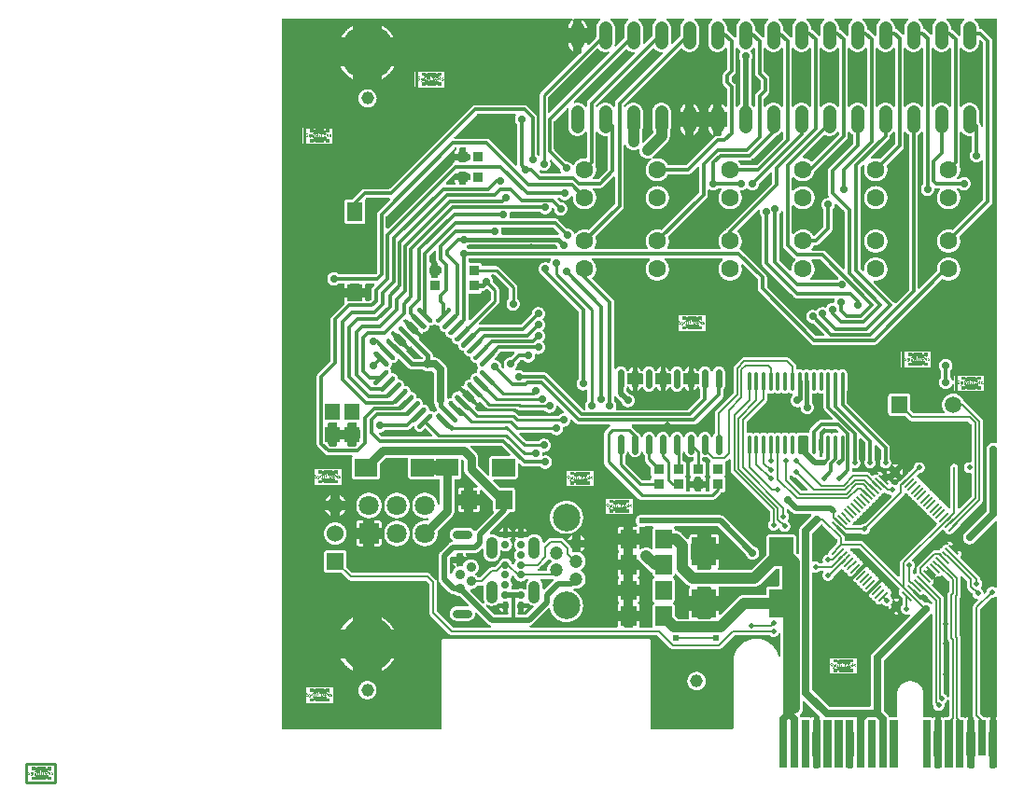
<source format=gtl>
G04 Layer: TopLayer*
G04 EasyEDA v6.4.7, 2021-02-24T17:41:02+08:00*
G04 aefd34b0273d4d6584ca49087094e06a,119f753a6ce64b8d841f2ad33262ab0c,10*
G04 Gerber Generator version 0.2*
G04 Scale: 100 percent, Rotated: No, Reflected: No *
G04 Dimensions in millimeters *
G04 leading zeros omitted , absolute positions ,3 integer and 3 decimal *
%FSLAX33Y33*%
%MOMM*%
G90*
D02*

%ADD11C,0.259994*%
%ADD12C,0.299999*%
%ADD13C,0.699999*%
%ADD14C,0.180010*%
%ADD15C,0.999998*%
%ADD16C,0.799998*%
%ADD17C,0.200000*%
%ADD18C,0.399999*%
%ADD19C,0.499999*%
%ADD20C,0.254000*%
%ADD21C,1.299997*%
%ADD22C,1.199998*%
%ADD23C,0.343002*%
%ADD24C,0.203200*%
%ADD25C,0.599999*%
%ADD26C,0.609600*%
%ADD27C,0.500024*%
%ADD28C,0.700024*%
%ADD29C,1.151992*%
%ADD30C,0.812800*%
%ADD33R,2.185010X2.591994*%
%ADD35R,0.914400X0.914400*%
%ADD37R,1.399997X1.499997*%
%ADD38R,2.046376X1.620012*%
%ADD39C,0.889000*%
%ADD40R,1.350010X1.410005*%
%ADD41C,4.999990*%
%ADD42C,1.799996*%
%ADD44C,1.599997*%
%ADD46C,1.499997*%
%ADD47R,1.524000X1.524000*%
%ADD48C,1.524000*%
%ADD49C,0.899998*%
%ADD50C,2.499995*%

%LPD*%
G36*
G01X59500Y69292D02*
G01X58101Y69292D01*
G01X58086Y69291D01*
G01X58072Y69288D01*
G01X58059Y69283D01*
G01X58046Y69276D01*
G01X58034Y69267D01*
G01X58024Y69257D01*
G01X58015Y69245D01*
G01X58008Y69232D01*
G01X58003Y69219D01*
G01X58000Y69205D01*
G01X57999Y69190D01*
G01X58001Y69175D01*
G01X58004Y69159D01*
G01X58010Y69145D01*
G01X58018Y69131D01*
G01X58028Y69119D01*
G01X58040Y69109D01*
G01X58074Y69082D01*
G01X58106Y69054D01*
G01X58137Y69025D01*
G01X58167Y68994D01*
G01X58195Y68961D01*
G01X58221Y68928D01*
G01X58245Y68892D01*
G01X58268Y68856D01*
G01X58289Y68819D01*
G01X58308Y68780D01*
G01X58325Y68741D01*
G01X58340Y68701D01*
G01X58353Y68661D01*
G01X58364Y68619D01*
G01X58373Y68577D01*
G01X58379Y68535D01*
G01X58384Y68493D01*
G01X58387Y68450D01*
G01X58388Y68434D01*
G01X58393Y68418D01*
G01X58399Y68404D01*
G01X58408Y68390D01*
G01X58419Y68379D01*
G01X58432Y68369D01*
G01X58446Y68361D01*
G01X58461Y68355D01*
G01X58490Y68346D01*
G01X58518Y68335D01*
G01X58545Y68322D01*
G01X58571Y68307D01*
G01X58595Y68290D01*
G01X58619Y68271D01*
G01X58641Y68251D01*
G01X59041Y67851D01*
G01X59053Y67841D01*
G01X59066Y67833D01*
G01X59081Y67827D01*
G01X59096Y67823D01*
G01X59112Y67822D01*
G01X59127Y67823D01*
G01X59141Y67826D01*
G01X59155Y67831D01*
G01X59167Y67838D01*
G01X59179Y67846D01*
G01X59189Y67857D01*
G01X59198Y67868D01*
G01X59205Y67881D01*
G01X59210Y67895D01*
G01X59213Y67909D01*
G01X59214Y67923D01*
G01X59214Y68420D01*
G01X59215Y68462D01*
G01X59218Y68504D01*
G01X59223Y68546D01*
G01X59230Y68588D01*
G01X59240Y68629D01*
G01X59251Y68669D01*
G01X59264Y68709D01*
G01X59279Y68748D01*
G01X59296Y68787D01*
G01X59315Y68824D01*
G01X59336Y68861D01*
G01X59358Y68896D01*
G01X59383Y68931D01*
G01X59409Y68964D01*
G01X59436Y68996D01*
G01X59465Y69026D01*
G01X59496Y69055D01*
G01X59527Y69083D01*
G01X59561Y69109D01*
G01X59573Y69119D01*
G01X59583Y69131D01*
G01X59591Y69145D01*
G01X59597Y69159D01*
G01X59600Y69175D01*
G01X59602Y69190D01*
G01X59601Y69205D01*
G01X59598Y69219D01*
G01X59593Y69232D01*
G01X59586Y69245D01*
G01X59577Y69257D01*
G01X59567Y69267D01*
G01X59555Y69276D01*
G01X59542Y69283D01*
G01X59529Y69288D01*
G01X59515Y69291D01*
G01X59500Y69292D01*
G37*

%LPD*%
G36*
G01X56960Y69292D02*
G01X55561Y69292D01*
G01X55546Y69291D01*
G01X55532Y69288D01*
G01X55519Y69283D01*
G01X55506Y69276D01*
G01X55494Y69267D01*
G01X55484Y69257D01*
G01X55475Y69245D01*
G01X55468Y69232D01*
G01X55463Y69219D01*
G01X55460Y69205D01*
G01X55459Y69190D01*
G01X55461Y69175D01*
G01X55464Y69159D01*
G01X55470Y69145D01*
G01X55478Y69131D01*
G01X55488Y69119D01*
G01X55500Y69109D01*
G01X55534Y69082D01*
G01X55566Y69054D01*
G01X55597Y69025D01*
G01X55627Y68994D01*
G01X55655Y68961D01*
G01X55681Y68928D01*
G01X55705Y68892D01*
G01X55728Y68856D01*
G01X55749Y68819D01*
G01X55768Y68780D01*
G01X55785Y68741D01*
G01X55800Y68701D01*
G01X55813Y68661D01*
G01X55824Y68619D01*
G01X55833Y68577D01*
G01X55839Y68535D01*
G01X55844Y68493D01*
G01X55847Y68450D01*
G01X55848Y68434D01*
G01X55853Y68418D01*
G01X55859Y68404D01*
G01X55868Y68390D01*
G01X55879Y68379D01*
G01X55892Y68369D01*
G01X55906Y68361D01*
G01X55921Y68355D01*
G01X55950Y68346D01*
G01X55978Y68335D01*
G01X56005Y68322D01*
G01X56031Y68307D01*
G01X56055Y68290D01*
G01X56079Y68271D01*
G01X56101Y68251D01*
G01X56501Y67851D01*
G01X56513Y67841D01*
G01X56526Y67833D01*
G01X56541Y67827D01*
G01X56556Y67823D01*
G01X56572Y67822D01*
G01X56587Y67823D01*
G01X56601Y67826D01*
G01X56615Y67831D01*
G01X56627Y67838D01*
G01X56639Y67846D01*
G01X56649Y67857D01*
G01X56658Y67868D01*
G01X56665Y67881D01*
G01X56670Y67895D01*
G01X56673Y67909D01*
G01X56674Y67923D01*
G01X56674Y68420D01*
G01X56675Y68462D01*
G01X56678Y68504D01*
G01X56683Y68546D01*
G01X56690Y68588D01*
G01X56700Y68629D01*
G01X56711Y68669D01*
G01X56724Y68709D01*
G01X56739Y68748D01*
G01X56756Y68787D01*
G01X56775Y68824D01*
G01X56796Y68861D01*
G01X56818Y68896D01*
G01X56843Y68931D01*
G01X56869Y68964D01*
G01X56896Y68996D01*
G01X56925Y69026D01*
G01X56956Y69055D01*
G01X56987Y69083D01*
G01X57021Y69109D01*
G01X57033Y69119D01*
G01X57043Y69131D01*
G01X57051Y69145D01*
G01X57057Y69159D01*
G01X57060Y69175D01*
G01X57062Y69190D01*
G01X57061Y69205D01*
G01X57058Y69219D01*
G01X57053Y69232D01*
G01X57046Y69245D01*
G01X57037Y69257D01*
G01X57027Y69267D01*
G01X57015Y69276D01*
G01X57002Y69283D01*
G01X56989Y69288D01*
G01X56975Y69291D01*
G01X56960Y69292D01*
G37*

%LPD*%
G36*
G01X54420Y69292D02*
G01X53021Y69292D01*
G01X53006Y69291D01*
G01X52992Y69288D01*
G01X52979Y69283D01*
G01X52966Y69276D01*
G01X52954Y69267D01*
G01X52944Y69257D01*
G01X52935Y69245D01*
G01X52928Y69232D01*
G01X52923Y69219D01*
G01X52920Y69205D01*
G01X52919Y69190D01*
G01X52921Y69175D01*
G01X52924Y69159D01*
G01X52930Y69145D01*
G01X52938Y69131D01*
G01X52948Y69119D01*
G01X52960Y69109D01*
G01X52994Y69083D01*
G01X53025Y69055D01*
G01X53056Y69026D01*
G01X53085Y68996D01*
G01X53112Y68964D01*
G01X53138Y68931D01*
G01X53163Y68896D01*
G01X53185Y68861D01*
G01X53206Y68824D01*
G01X53225Y68787D01*
G01X53242Y68748D01*
G01X53257Y68709D01*
G01X53270Y68669D01*
G01X53281Y68629D01*
G01X53291Y68588D01*
G01X53298Y68546D01*
G01X53303Y68504D01*
G01X53306Y68462D01*
G01X53307Y68420D01*
G01X53307Y68399D01*
G01X53308Y68384D01*
G01X53311Y68369D01*
G01X53317Y68355D01*
G01X53324Y68342D01*
G01X53333Y68331D01*
G01X53344Y68320D01*
G01X53356Y68312D01*
G01X53384Y68294D01*
G01X53410Y68273D01*
G01X53434Y68251D01*
G01X53961Y67724D01*
G01X53973Y67714D01*
G01X53986Y67706D01*
G01X54001Y67700D01*
G01X54016Y67696D01*
G01X54032Y67695D01*
G01X54047Y67696D01*
G01X54061Y67699D01*
G01X54075Y67704D01*
G01X54087Y67711D01*
G01X54099Y67719D01*
G01X54109Y67730D01*
G01X54118Y67741D01*
G01X54125Y67754D01*
G01X54130Y67768D01*
G01X54133Y67782D01*
G01X54134Y67796D01*
G01X54134Y68420D01*
G01X54135Y68462D01*
G01X54138Y68504D01*
G01X54143Y68546D01*
G01X54150Y68588D01*
G01X54160Y68629D01*
G01X54171Y68669D01*
G01X54184Y68709D01*
G01X54199Y68748D01*
G01X54216Y68787D01*
G01X54235Y68824D01*
G01X54256Y68861D01*
G01X54278Y68896D01*
G01X54303Y68931D01*
G01X54329Y68964D01*
G01X54356Y68996D01*
G01X54385Y69026D01*
G01X54416Y69055D01*
G01X54447Y69083D01*
G01X54481Y69109D01*
G01X54493Y69119D01*
G01X54503Y69131D01*
G01X54511Y69145D01*
G01X54517Y69159D01*
G01X54520Y69175D01*
G01X54522Y69190D01*
G01X54521Y69205D01*
G01X54518Y69219D01*
G01X54513Y69232D01*
G01X54506Y69245D01*
G01X54497Y69257D01*
G01X54487Y69267D01*
G01X54475Y69276D01*
G01X54462Y69283D01*
G01X54449Y69288D01*
G01X54435Y69291D01*
G01X54420Y69292D01*
G37*

%LPD*%
G36*
G01X49340Y69292D02*
G01X47941Y69292D01*
G01X47926Y69291D01*
G01X47912Y69288D01*
G01X47899Y69283D01*
G01X47886Y69276D01*
G01X47874Y69267D01*
G01X47864Y69257D01*
G01X47855Y69245D01*
G01X47848Y69232D01*
G01X47843Y69219D01*
G01X47840Y69205D01*
G01X47839Y69190D01*
G01X47841Y69175D01*
G01X47844Y69159D01*
G01X47850Y69145D01*
G01X47858Y69131D01*
G01X47868Y69119D01*
G01X47880Y69109D01*
G01X47914Y69083D01*
G01X47945Y69055D01*
G01X47976Y69026D01*
G01X48005Y68996D01*
G01X48032Y68964D01*
G01X48058Y68931D01*
G01X48083Y68896D01*
G01X48105Y68861D01*
G01X48126Y68824D01*
G01X48145Y68787D01*
G01X48162Y68748D01*
G01X48177Y68709D01*
G01X48190Y68669D01*
G01X48201Y68629D01*
G01X48211Y68588D01*
G01X48218Y68546D01*
G01X48223Y68504D01*
G01X48226Y68462D01*
G01X48227Y68420D01*
G01X48227Y68399D01*
G01X48228Y68384D01*
G01X48231Y68369D01*
G01X48237Y68355D01*
G01X48244Y68342D01*
G01X48253Y68331D01*
G01X48264Y68320D01*
G01X48276Y68312D01*
G01X48304Y68294D01*
G01X48330Y68273D01*
G01X48354Y68251D01*
G01X48881Y67724D01*
G01X48893Y67714D01*
G01X48906Y67706D01*
G01X48921Y67700D01*
G01X48936Y67696D01*
G01X48952Y67695D01*
G01X48967Y67696D01*
G01X48981Y67699D01*
G01X48995Y67704D01*
G01X49007Y67711D01*
G01X49019Y67719D01*
G01X49029Y67730D01*
G01X49038Y67741D01*
G01X49045Y67754D01*
G01X49050Y67768D01*
G01X49053Y67782D01*
G01X49054Y67796D01*
G01X49054Y68420D01*
G01X49055Y68462D01*
G01X49058Y68504D01*
G01X49063Y68546D01*
G01X49070Y68588D01*
G01X49080Y68629D01*
G01X49091Y68669D01*
G01X49104Y68709D01*
G01X49119Y68748D01*
G01X49136Y68787D01*
G01X49155Y68824D01*
G01X49176Y68861D01*
G01X49198Y68896D01*
G01X49223Y68931D01*
G01X49249Y68964D01*
G01X49276Y68996D01*
G01X49305Y69026D01*
G01X49336Y69055D01*
G01X49367Y69083D01*
G01X49401Y69109D01*
G01X49413Y69119D01*
G01X49423Y69131D01*
G01X49431Y69145D01*
G01X49437Y69159D01*
G01X49440Y69175D01*
G01X49442Y69190D01*
G01X49441Y69205D01*
G01X49438Y69219D01*
G01X49433Y69232D01*
G01X49426Y69245D01*
G01X49417Y69257D01*
G01X49407Y69267D01*
G01X49395Y69276D01*
G01X49382Y69283D01*
G01X49369Y69288D01*
G01X49355Y69291D01*
G01X49340Y69292D01*
G37*

%LPD*%
G36*
G01X62040Y69292D02*
G01X60641Y69292D01*
G01X60626Y69291D01*
G01X60612Y69288D01*
G01X60599Y69283D01*
G01X60586Y69276D01*
G01X60574Y69267D01*
G01X60564Y69257D01*
G01X60555Y69245D01*
G01X60548Y69232D01*
G01X60543Y69219D01*
G01X60540Y69205D01*
G01X60539Y69190D01*
G01X60541Y69175D01*
G01X60544Y69159D01*
G01X60550Y69145D01*
G01X60558Y69131D01*
G01X60568Y69119D01*
G01X60580Y69109D01*
G01X60614Y69083D01*
G01X60645Y69055D01*
G01X60676Y69026D01*
G01X60705Y68996D01*
G01X60732Y68964D01*
G01X60758Y68931D01*
G01X60783Y68896D01*
G01X60805Y68861D01*
G01X60826Y68824D01*
G01X60845Y68787D01*
G01X60862Y68748D01*
G01X60877Y68709D01*
G01X60890Y68669D01*
G01X60901Y68629D01*
G01X60911Y68588D01*
G01X60918Y68546D01*
G01X60923Y68504D01*
G01X60926Y68462D01*
G01X60927Y68420D01*
G01X60927Y68399D01*
G01X60928Y68384D01*
G01X60931Y68369D01*
G01X60937Y68355D01*
G01X60944Y68342D01*
G01X60953Y68331D01*
G01X60964Y68320D01*
G01X60976Y68312D01*
G01X61004Y68294D01*
G01X61030Y68273D01*
G01X61054Y68251D01*
G01X61581Y67724D01*
G01X61593Y67714D01*
G01X61606Y67706D01*
G01X61621Y67700D01*
G01X61636Y67696D01*
G01X61652Y67695D01*
G01X61667Y67696D01*
G01X61681Y67699D01*
G01X61695Y67704D01*
G01X61707Y67711D01*
G01X61719Y67719D01*
G01X61729Y67730D01*
G01X61738Y67741D01*
G01X61745Y67754D01*
G01X61750Y67768D01*
G01X61753Y67782D01*
G01X61754Y67796D01*
G01X61754Y68420D01*
G01X61755Y68462D01*
G01X61758Y68504D01*
G01X61763Y68546D01*
G01X61770Y68588D01*
G01X61780Y68629D01*
G01X61791Y68669D01*
G01X61804Y68709D01*
G01X61819Y68748D01*
G01X61836Y68787D01*
G01X61855Y68824D01*
G01X61876Y68861D01*
G01X61898Y68896D01*
G01X61923Y68931D01*
G01X61949Y68964D01*
G01X61976Y68996D01*
G01X62005Y69026D01*
G01X62036Y69055D01*
G01X62067Y69083D01*
G01X62101Y69109D01*
G01X62113Y69119D01*
G01X62123Y69131D01*
G01X62131Y69145D01*
G01X62137Y69159D01*
G01X62140Y69175D01*
G01X62142Y69190D01*
G01X62141Y69205D01*
G01X62138Y69219D01*
G01X62133Y69232D01*
G01X62126Y69245D01*
G01X62117Y69257D01*
G01X62107Y69267D01*
G01X62095Y69276D01*
G01X62082Y69283D01*
G01X62069Y69288D01*
G01X62055Y69291D01*
G01X62040Y69292D01*
G37*

%LPD*%
G36*
G01X51880Y69292D02*
G01X50481Y69292D01*
G01X50466Y69291D01*
G01X50452Y69288D01*
G01X50439Y69283D01*
G01X50426Y69276D01*
G01X50414Y69267D01*
G01X50404Y69257D01*
G01X50395Y69245D01*
G01X50388Y69232D01*
G01X50383Y69219D01*
G01X50380Y69205D01*
G01X50379Y69190D01*
G01X50381Y69175D01*
G01X50384Y69159D01*
G01X50390Y69145D01*
G01X50398Y69131D01*
G01X50408Y69119D01*
G01X50420Y69109D01*
G01X50454Y69083D01*
G01X50485Y69055D01*
G01X50516Y69026D01*
G01X50545Y68996D01*
G01X50572Y68964D01*
G01X50598Y68931D01*
G01X50623Y68896D01*
G01X50645Y68861D01*
G01X50666Y68824D01*
G01X50685Y68787D01*
G01X50702Y68748D01*
G01X50717Y68709D01*
G01X50730Y68669D01*
G01X50741Y68629D01*
G01X50751Y68588D01*
G01X50758Y68546D01*
G01X50763Y68504D01*
G01X50766Y68462D01*
G01X50767Y68420D01*
G01X50767Y68399D01*
G01X50768Y68384D01*
G01X50771Y68369D01*
G01X50777Y68355D01*
G01X50784Y68342D01*
G01X50793Y68331D01*
G01X50804Y68320D01*
G01X50816Y68312D01*
G01X50844Y68294D01*
G01X50870Y68273D01*
G01X50894Y68251D01*
G01X51421Y67724D01*
G01X51433Y67714D01*
G01X51446Y67706D01*
G01X51461Y67700D01*
G01X51476Y67696D01*
G01X51492Y67695D01*
G01X51507Y67696D01*
G01X51521Y67699D01*
G01X51535Y67704D01*
G01X51547Y67711D01*
G01X51559Y67719D01*
G01X51569Y67730D01*
G01X51578Y67741D01*
G01X51585Y67754D01*
G01X51590Y67768D01*
G01X51593Y67782D01*
G01X51594Y67796D01*
G01X51594Y68420D01*
G01X51595Y68462D01*
G01X51598Y68504D01*
G01X51603Y68546D01*
G01X51610Y68588D01*
G01X51620Y68629D01*
G01X51631Y68669D01*
G01X51644Y68709D01*
G01X51659Y68748D01*
G01X51676Y68787D01*
G01X51695Y68824D01*
G01X51716Y68861D01*
G01X51738Y68896D01*
G01X51763Y68931D01*
G01X51789Y68964D01*
G01X51816Y68996D01*
G01X51845Y69026D01*
G01X51876Y69055D01*
G01X51907Y69083D01*
G01X51941Y69109D01*
G01X51953Y69119D01*
G01X51963Y69131D01*
G01X51971Y69145D01*
G01X51977Y69159D01*
G01X51980Y69175D01*
G01X51982Y69190D01*
G01X51981Y69205D01*
G01X51978Y69219D01*
G01X51973Y69232D01*
G01X51966Y69245D01*
G01X51957Y69257D01*
G01X51947Y69267D01*
G01X51935Y69276D01*
G01X51922Y69283D01*
G01X51909Y69288D01*
G01X51895Y69291D01*
G01X51880Y69292D01*
G37*

%LPD*%
G36*
G01X41720Y69292D02*
G01X40321Y69292D01*
G01X40306Y69291D01*
G01X40292Y69288D01*
G01X40279Y69283D01*
G01X40266Y69276D01*
G01X40254Y69267D01*
G01X40244Y69257D01*
G01X40235Y69245D01*
G01X40228Y69232D01*
G01X40223Y69219D01*
G01X40220Y69205D01*
G01X40219Y69190D01*
G01X40221Y69175D01*
G01X40224Y69159D01*
G01X40230Y69145D01*
G01X40238Y69131D01*
G01X40248Y69119D01*
G01X40260Y69109D01*
G01X40294Y69083D01*
G01X40325Y69055D01*
G01X40356Y69026D01*
G01X40385Y68996D01*
G01X40412Y68964D01*
G01X40438Y68931D01*
G01X40463Y68896D01*
G01X40485Y68861D01*
G01X40506Y68824D01*
G01X40525Y68787D01*
G01X40542Y68748D01*
G01X40557Y68709D01*
G01X40570Y68669D01*
G01X40581Y68629D01*
G01X40591Y68588D01*
G01X40598Y68546D01*
G01X40603Y68504D01*
G01X40606Y68462D01*
G01X40607Y68420D01*
G01X40607Y68293D01*
G01X40608Y68277D01*
G01X40612Y68261D01*
G01X40618Y68247D01*
G01X40626Y68233D01*
G01X40637Y68221D01*
G01X41261Y67597D01*
G01X41273Y67587D01*
G01X41286Y67579D01*
G01X41301Y67573D01*
G01X41316Y67569D01*
G01X41332Y67568D01*
G01X41347Y67569D01*
G01X41361Y67572D01*
G01X41375Y67577D01*
G01X41387Y67584D01*
G01X41399Y67592D01*
G01X41409Y67603D01*
G01X41418Y67614D01*
G01X41425Y67627D01*
G01X41430Y67641D01*
G01X41433Y67655D01*
G01X41434Y67669D01*
G01X41434Y68420D01*
G01X41435Y68462D01*
G01X41438Y68504D01*
G01X41443Y68546D01*
G01X41450Y68588D01*
G01X41460Y68629D01*
G01X41471Y68669D01*
G01X41484Y68709D01*
G01X41499Y68748D01*
G01X41516Y68787D01*
G01X41535Y68824D01*
G01X41556Y68861D01*
G01X41578Y68896D01*
G01X41603Y68931D01*
G01X41629Y68964D01*
G01X41656Y68996D01*
G01X41685Y69026D01*
G01X41716Y69055D01*
G01X41747Y69083D01*
G01X41781Y69109D01*
G01X41793Y69119D01*
G01X41803Y69131D01*
G01X41811Y69145D01*
G01X41817Y69159D01*
G01X41820Y69175D01*
G01X41822Y69190D01*
G01X41821Y69205D01*
G01X41818Y69219D01*
G01X41813Y69232D01*
G01X41806Y69245D01*
G01X41797Y69257D01*
G01X41787Y69267D01*
G01X41775Y69276D01*
G01X41762Y69283D01*
G01X41749Y69288D01*
G01X41735Y69291D01*
G01X41720Y69292D01*
G37*

%LPD*%
G36*
G01X44260Y69292D02*
G01X42861Y69292D01*
G01X42846Y69291D01*
G01X42832Y69288D01*
G01X42819Y69283D01*
G01X42806Y69276D01*
G01X42794Y69267D01*
G01X42784Y69257D01*
G01X42775Y69245D01*
G01X42768Y69232D01*
G01X42763Y69219D01*
G01X42760Y69205D01*
G01X42759Y69190D01*
G01X42761Y69175D01*
G01X42764Y69159D01*
G01X42770Y69145D01*
G01X42778Y69131D01*
G01X42788Y69119D01*
G01X42800Y69109D01*
G01X42834Y69083D01*
G01X42865Y69055D01*
G01X42896Y69026D01*
G01X42925Y68996D01*
G01X42952Y68964D01*
G01X42978Y68931D01*
G01X43003Y68896D01*
G01X43025Y68861D01*
G01X43046Y68824D01*
G01X43065Y68787D01*
G01X43082Y68748D01*
G01X43097Y68709D01*
G01X43110Y68669D01*
G01X43121Y68629D01*
G01X43131Y68588D01*
G01X43138Y68546D01*
G01X43143Y68504D01*
G01X43146Y68462D01*
G01X43147Y68420D01*
G01X43147Y68293D01*
G01X43148Y68277D01*
G01X43152Y68261D01*
G01X43158Y68247D01*
G01X43166Y68233D01*
G01X43177Y68221D01*
G01X43801Y67597D01*
G01X43813Y67587D01*
G01X43826Y67579D01*
G01X43841Y67573D01*
G01X43856Y67569D01*
G01X43872Y67568D01*
G01X43887Y67569D01*
G01X43901Y67572D01*
G01X43915Y67577D01*
G01X43927Y67584D01*
G01X43939Y67592D01*
G01X43949Y67603D01*
G01X43958Y67614D01*
G01X43965Y67627D01*
G01X43970Y67641D01*
G01X43973Y67655D01*
G01X43974Y67669D01*
G01X43974Y68420D01*
G01X43975Y68462D01*
G01X43978Y68504D01*
G01X43983Y68546D01*
G01X43990Y68588D01*
G01X44000Y68629D01*
G01X44011Y68669D01*
G01X44024Y68709D01*
G01X44039Y68748D01*
G01X44056Y68787D01*
G01X44075Y68824D01*
G01X44096Y68861D01*
G01X44118Y68896D01*
G01X44143Y68931D01*
G01X44169Y68964D01*
G01X44196Y68996D01*
G01X44225Y69026D01*
G01X44256Y69055D01*
G01X44287Y69083D01*
G01X44321Y69109D01*
G01X44333Y69119D01*
G01X44343Y69131D01*
G01X44351Y69145D01*
G01X44357Y69159D01*
G01X44360Y69175D01*
G01X44362Y69190D01*
G01X44361Y69205D01*
G01X44358Y69219D01*
G01X44353Y69232D01*
G01X44346Y69245D01*
G01X44337Y69257D01*
G01X44327Y69267D01*
G01X44315Y69276D01*
G01X44302Y69283D01*
G01X44289Y69288D01*
G01X44275Y69291D01*
G01X44260Y69292D01*
G37*

%LPD*%
G36*
G01X46800Y69292D02*
G01X45401Y69292D01*
G01X45386Y69291D01*
G01X45372Y69288D01*
G01X45359Y69283D01*
G01X45346Y69276D01*
G01X45334Y69267D01*
G01X45324Y69257D01*
G01X45315Y69245D01*
G01X45308Y69232D01*
G01X45303Y69219D01*
G01X45300Y69205D01*
G01X45299Y69190D01*
G01X45301Y69175D01*
G01X45304Y69159D01*
G01X45310Y69145D01*
G01X45318Y69131D01*
G01X45328Y69119D01*
G01X45340Y69109D01*
G01X45374Y69083D01*
G01X45405Y69055D01*
G01X45436Y69026D01*
G01X45465Y68996D01*
G01X45492Y68964D01*
G01X45518Y68931D01*
G01X45543Y68896D01*
G01X45565Y68861D01*
G01X45586Y68824D01*
G01X45605Y68787D01*
G01X45622Y68748D01*
G01X45637Y68709D01*
G01X45650Y68669D01*
G01X45661Y68629D01*
G01X45671Y68588D01*
G01X45678Y68546D01*
G01X45683Y68504D01*
G01X45686Y68462D01*
G01X45687Y68420D01*
G01X45687Y68293D01*
G01X45688Y68277D01*
G01X45692Y68261D01*
G01X45698Y68247D01*
G01X45706Y68233D01*
G01X45717Y68221D01*
G01X46341Y67597D01*
G01X46353Y67587D01*
G01X46366Y67579D01*
G01X46381Y67573D01*
G01X46396Y67569D01*
G01X46412Y67568D01*
G01X46427Y67569D01*
G01X46441Y67572D01*
G01X46455Y67577D01*
G01X46467Y67584D01*
G01X46479Y67592D01*
G01X46489Y67603D01*
G01X46498Y67614D01*
G01X46505Y67627D01*
G01X46510Y67641D01*
G01X46513Y67655D01*
G01X46514Y67669D01*
G01X46514Y68420D01*
G01X46515Y68462D01*
G01X46518Y68504D01*
G01X46523Y68546D01*
G01X46530Y68588D01*
G01X46540Y68629D01*
G01X46551Y68669D01*
G01X46564Y68709D01*
G01X46579Y68748D01*
G01X46596Y68787D01*
G01X46615Y68824D01*
G01X46636Y68861D01*
G01X46658Y68896D01*
G01X46683Y68931D01*
G01X46709Y68964D01*
G01X46736Y68996D01*
G01X46765Y69026D01*
G01X46796Y69055D01*
G01X46827Y69083D01*
G01X46861Y69109D01*
G01X46873Y69119D01*
G01X46883Y69131D01*
G01X46891Y69145D01*
G01X46897Y69159D01*
G01X46900Y69175D01*
G01X46902Y69190D01*
G01X46901Y69205D01*
G01X46898Y69219D01*
G01X46893Y69232D01*
G01X46886Y69245D01*
G01X46877Y69257D01*
G01X46867Y69267D01*
G01X46855Y69276D01*
G01X46842Y69283D01*
G01X46829Y69288D01*
G01X46815Y69291D01*
G01X46800Y69292D01*
G37*

%LPD*%
G36*
G01X36640Y69292D02*
G01X35241Y69292D01*
G01X35226Y69291D01*
G01X35212Y69288D01*
G01X35199Y69283D01*
G01X35186Y69276D01*
G01X35174Y69267D01*
G01X35164Y69257D01*
G01X35155Y69245D01*
G01X35148Y69232D01*
G01X35143Y69219D01*
G01X35140Y69205D01*
G01X35139Y69190D01*
G01X35141Y69175D01*
G01X35144Y69159D01*
G01X35150Y69145D01*
G01X35158Y69131D01*
G01X35168Y69119D01*
G01X35180Y69109D01*
G01X35214Y69083D01*
G01X35245Y69055D01*
G01X35276Y69026D01*
G01X35305Y68996D01*
G01X35332Y68964D01*
G01X35358Y68931D01*
G01X35383Y68896D01*
G01X35405Y68861D01*
G01X35426Y68824D01*
G01X35445Y68787D01*
G01X35462Y68748D01*
G01X35477Y68709D01*
G01X35490Y68669D01*
G01X35501Y68629D01*
G01X35511Y68588D01*
G01X35518Y68546D01*
G01X35523Y68504D01*
G01X35526Y68462D01*
G01X35527Y68420D01*
G01X35527Y67100D01*
G01X35528Y67086D01*
G01X35531Y67071D01*
G01X35536Y67058D01*
G01X35543Y67045D01*
G01X35552Y67033D01*
G01X35562Y67023D01*
G01X35573Y67015D01*
G01X35586Y67008D01*
G01X35600Y67002D01*
G01X35614Y66999D01*
G01X35628Y66998D01*
G01X35644Y67000D01*
G01X35660Y67003D01*
G01X35675Y67009D01*
G01X35688Y67018D01*
G01X35700Y67028D01*
G01X36324Y67652D01*
G01X36335Y67664D01*
G01X36343Y67678D01*
G01X36349Y67693D01*
G01X36353Y67708D01*
G01X36354Y67724D01*
G01X36354Y68420D01*
G01X36355Y68462D01*
G01X36358Y68504D01*
G01X36363Y68546D01*
G01X36370Y68588D01*
G01X36380Y68629D01*
G01X36391Y68669D01*
G01X36404Y68709D01*
G01X36419Y68748D01*
G01X36436Y68787D01*
G01X36455Y68824D01*
G01X36476Y68861D01*
G01X36498Y68896D01*
G01X36523Y68931D01*
G01X36549Y68964D01*
G01X36576Y68996D01*
G01X36605Y69026D01*
G01X36636Y69055D01*
G01X36667Y69083D01*
G01X36701Y69109D01*
G01X36713Y69119D01*
G01X36723Y69131D01*
G01X36731Y69145D01*
G01X36737Y69159D01*
G01X36740Y69175D01*
G01X36742Y69190D01*
G01X36741Y69205D01*
G01X36738Y69219D01*
G01X36733Y69232D01*
G01X36726Y69245D01*
G01X36717Y69257D01*
G01X36707Y69267D01*
G01X36695Y69276D01*
G01X36682Y69283D01*
G01X36669Y69288D01*
G01X36655Y69291D01*
G01X36640Y69292D01*
G37*

%LPD*%
G36*
G01X34100Y69292D02*
G01X32701Y69292D01*
G01X32686Y69291D01*
G01X32672Y69288D01*
G01X32659Y69283D01*
G01X32646Y69276D01*
G01X32634Y69267D01*
G01X32624Y69257D01*
G01X32615Y69245D01*
G01X32608Y69232D01*
G01X32603Y69219D01*
G01X32600Y69205D01*
G01X32599Y69190D01*
G01X32601Y69175D01*
G01X32604Y69159D01*
G01X32610Y69145D01*
G01X32618Y69131D01*
G01X32628Y69119D01*
G01X32640Y69109D01*
G01X32674Y69083D01*
G01X32705Y69055D01*
G01X32736Y69026D01*
G01X32765Y68996D01*
G01X32792Y68964D01*
G01X32818Y68931D01*
G01X32843Y68896D01*
G01X32865Y68861D01*
G01X32886Y68824D01*
G01X32905Y68787D01*
G01X32922Y68748D01*
G01X32937Y68709D01*
G01X32950Y68669D01*
G01X32961Y68629D01*
G01X32971Y68588D01*
G01X32978Y68546D01*
G01X32983Y68504D01*
G01X32986Y68462D01*
G01X32987Y68420D01*
G01X32987Y67100D01*
G01X32988Y67086D01*
G01X32991Y67071D01*
G01X32996Y67058D01*
G01X33003Y67045D01*
G01X33012Y67033D01*
G01X33022Y67023D01*
G01X33033Y67015D01*
G01X33046Y67008D01*
G01X33060Y67002D01*
G01X33074Y66999D01*
G01X33088Y66998D01*
G01X33104Y67000D01*
G01X33120Y67003D01*
G01X33135Y67009D01*
G01X33148Y67018D01*
G01X33160Y67028D01*
G01X33784Y67652D01*
G01X33795Y67664D01*
G01X33803Y67678D01*
G01X33809Y67693D01*
G01X33813Y67708D01*
G01X33814Y67724D01*
G01X33814Y68420D01*
G01X33815Y68462D01*
G01X33818Y68504D01*
G01X33823Y68546D01*
G01X33830Y68588D01*
G01X33840Y68629D01*
G01X33851Y68669D01*
G01X33864Y68709D01*
G01X33879Y68748D01*
G01X33896Y68787D01*
G01X33915Y68824D01*
G01X33936Y68861D01*
G01X33958Y68896D01*
G01X33983Y68931D01*
G01X34009Y68964D01*
G01X34036Y68996D01*
G01X34065Y69026D01*
G01X34096Y69055D01*
G01X34127Y69083D01*
G01X34161Y69109D01*
G01X34173Y69119D01*
G01X34183Y69131D01*
G01X34191Y69145D01*
G01X34197Y69159D01*
G01X34200Y69175D01*
G01X34202Y69190D01*
G01X34201Y69205D01*
G01X34198Y69219D01*
G01X34193Y69232D01*
G01X34186Y69245D01*
G01X34177Y69257D01*
G01X34167Y69267D01*
G01X34155Y69276D01*
G01X34142Y69283D01*
G01X34129Y69288D01*
G01X34115Y69291D01*
G01X34100Y69292D01*
G37*

%LPD*%
G36*
G01X31560Y69292D02*
G01X30161Y69292D01*
G01X30146Y69291D01*
G01X30132Y69288D01*
G01X30119Y69283D01*
G01X30106Y69276D01*
G01X30094Y69267D01*
G01X30084Y69257D01*
G01X30075Y69245D01*
G01X30068Y69232D01*
G01X30063Y69219D01*
G01X30060Y69205D01*
G01X30059Y69190D01*
G01X30061Y69175D01*
G01X30064Y69159D01*
G01X30070Y69145D01*
G01X30078Y69131D01*
G01X30088Y69119D01*
G01X30100Y69109D01*
G01X30134Y69083D01*
G01X30165Y69055D01*
G01X30196Y69026D01*
G01X30225Y68996D01*
G01X30252Y68964D01*
G01X30278Y68931D01*
G01X30303Y68896D01*
G01X30325Y68861D01*
G01X30346Y68824D01*
G01X30365Y68787D01*
G01X30382Y68748D01*
G01X30397Y68709D01*
G01X30410Y68669D01*
G01X30421Y68629D01*
G01X30431Y68588D01*
G01X30438Y68546D01*
G01X30443Y68504D01*
G01X30446Y68462D01*
G01X30447Y68420D01*
G01X30447Y67120D01*
G01X30446Y67076D01*
G01X30442Y67032D01*
G01X30437Y66988D01*
G01X30429Y66944D01*
G01X30419Y66901D01*
G01X30415Y66875D01*
G01X30416Y66861D01*
G01X30419Y66847D01*
G01X30424Y66833D01*
G01X30431Y66820D01*
G01X30440Y66809D01*
G01X30450Y66798D01*
G01X30462Y66790D01*
G01X30475Y66783D01*
G01X30488Y66778D01*
G01X30502Y66775D01*
G01X30517Y66774D01*
G01X30533Y66775D01*
G01X30548Y66779D01*
G01X30563Y66785D01*
G01X30576Y66793D01*
G01X30589Y66803D01*
G01X31244Y67459D01*
G01X31255Y67471D01*
G01X31263Y67485D01*
G01X31269Y67499D01*
G01X31273Y67515D01*
G01X31274Y67531D01*
G01X31274Y68420D01*
G01X31275Y68462D01*
G01X31278Y68504D01*
G01X31283Y68546D01*
G01X31290Y68588D01*
G01X31300Y68629D01*
G01X31311Y68669D01*
G01X31324Y68709D01*
G01X31339Y68748D01*
G01X31356Y68787D01*
G01X31375Y68824D01*
G01X31396Y68861D01*
G01X31418Y68896D01*
G01X31443Y68931D01*
G01X31469Y68964D01*
G01X31496Y68996D01*
G01X31525Y69026D01*
G01X31556Y69055D01*
G01X31587Y69083D01*
G01X31621Y69109D01*
G01X31633Y69119D01*
G01X31643Y69131D01*
G01X31651Y69145D01*
G01X31657Y69159D01*
G01X31660Y69175D01*
G01X31662Y69190D01*
G01X31661Y69205D01*
G01X31658Y69219D01*
G01X31653Y69232D01*
G01X31646Y69245D01*
G01X31637Y69257D01*
G01X31627Y69267D01*
G01X31615Y69276D01*
G01X31602Y69283D01*
G01X31589Y69288D01*
G01X31575Y69291D01*
G01X31560Y69292D01*
G37*

%LPD*%
G36*
G01X41544Y66640D02*
G01X41529Y66641D01*
G01X41514Y66640D01*
G01X41500Y66637D01*
G01X41486Y66632D01*
G01X41474Y66625D01*
G01X41462Y66616D01*
G01X41452Y66606D01*
G01X41443Y66594D01*
G01X41436Y66582D01*
G01X41431Y66568D01*
G01X41428Y66554D01*
G01X41427Y66539D01*
G01X41427Y64529D01*
G01X41426Y64500D01*
G01X41423Y64472D01*
G01X41418Y64443D01*
G01X41411Y64415D01*
G01X41401Y64387D01*
G01X41390Y64360D01*
G01X41377Y64335D01*
G01X41363Y64310D01*
G01X41346Y64286D01*
G01X41328Y64263D01*
G01X41308Y64242D01*
G01X41076Y64010D01*
G01X41065Y63998D01*
G01X41057Y63984D01*
G01X41051Y63969D01*
G01X41047Y63954D01*
G01X41046Y63938D01*
G01X41046Y63706D01*
G01X41047Y63690D01*
G01X41051Y63675D01*
G01X41057Y63660D01*
G01X41065Y63646D01*
G01X41076Y63634D01*
G01X41308Y63402D01*
G01X41328Y63381D01*
G01X41346Y63358D01*
G01X41363Y63334D01*
G01X41377Y63309D01*
G01X41390Y63283D01*
G01X41401Y63257D01*
G01X41411Y63229D01*
G01X41418Y63201D01*
G01X41423Y63172D01*
G01X41426Y63144D01*
G01X41427Y63115D01*
G01X41427Y61381D01*
G01X41428Y61367D01*
G01X41431Y61353D01*
G01X41436Y61339D01*
G01X41443Y61327D01*
G01X41452Y61315D01*
G01X41462Y61305D01*
G01X41474Y61296D01*
G01X41486Y61289D01*
G01X41500Y61284D01*
G01X41514Y61281D01*
G01X41529Y61280D01*
G01X41544Y61281D01*
G01X41559Y61285D01*
G01X41574Y61290D01*
G01X41587Y61298D01*
G01X41599Y61308D01*
G01X41609Y61320D01*
G01X41641Y61358D01*
G01X41674Y61395D01*
G01X41709Y61430D01*
G01X41747Y61462D01*
G01X41758Y61473D01*
G01X41767Y61484D01*
G01X41774Y61497D01*
G01X41780Y61511D01*
G01X41783Y61526D01*
G01X41784Y61541D01*
G01X41784Y65503D01*
G01X41782Y65521D01*
G01X41777Y65538D01*
G01X41770Y65555D01*
G01X41752Y65586D01*
G01X41736Y65619D01*
G01X41723Y65653D01*
G01X41711Y65687D01*
G01X41701Y65722D01*
G01X41694Y65757D01*
G01X41688Y65793D01*
G01X41685Y65829D01*
G01X41684Y65865D01*
G01X41685Y65901D01*
G01X41688Y65937D01*
G01X41693Y65972D01*
G01X41701Y66008D01*
G01X41710Y66042D01*
G01X41722Y66076D01*
G01X41735Y66109D01*
G01X41751Y66142D01*
G01X41768Y66173D01*
G01X41787Y66204D01*
G01X41808Y66233D01*
G01X41830Y66261D01*
G01X41839Y66272D01*
G01X41846Y66285D01*
G01X41851Y66298D01*
G01X41854Y66313D01*
G01X41855Y66327D01*
G01X41854Y66343D01*
G01X41850Y66359D01*
G01X41843Y66375D01*
G01X41834Y66388D01*
G01X41823Y66401D01*
G01X41810Y66411D01*
G01X41773Y66438D01*
G01X41737Y66467D01*
G01X41702Y66498D01*
G01X41669Y66531D01*
G01X41638Y66565D01*
G01X41609Y66601D01*
G01X41599Y66613D01*
G01X41587Y66622D01*
G01X41574Y66630D01*
G01X41559Y66636D01*
G01X41544Y66640D01*
G37*

%LPD*%
G36*
G01X54244Y66640D02*
G01X54229Y66641D01*
G01X54214Y66640D01*
G01X54200Y66637D01*
G01X54186Y66632D01*
G01X54174Y66625D01*
G01X54162Y66616D01*
G01X54152Y66606D01*
G01X54143Y66594D01*
G01X54136Y66582D01*
G01X54131Y66568D01*
G01X54128Y66554D01*
G01X54127Y66539D01*
G01X54127Y61381D01*
G01X54128Y61367D01*
G01X54131Y61353D01*
G01X54136Y61339D01*
G01X54143Y61327D01*
G01X54152Y61315D01*
G01X54162Y61305D01*
G01X54174Y61296D01*
G01X54186Y61289D01*
G01X54200Y61284D01*
G01X54214Y61281D01*
G01X54229Y61280D01*
G01X54244Y61281D01*
G01X54259Y61285D01*
G01X54274Y61290D01*
G01X54287Y61298D01*
G01X54299Y61308D01*
G01X54309Y61320D01*
G01X54337Y61354D01*
G01X54366Y61387D01*
G01X54397Y61418D01*
G01X54429Y61447D01*
G01X54463Y61475D01*
G01X54498Y61501D01*
G01X54534Y61525D01*
G01X54572Y61548D01*
G01X54611Y61568D01*
G01X54650Y61586D01*
G01X54691Y61603D01*
G01X54732Y61617D01*
G01X54774Y61629D01*
G01X54817Y61639D01*
G01X54860Y61647D01*
G01X54903Y61652D01*
G01X54947Y61656D01*
G01X54991Y61657D01*
G01X55034Y61656D01*
G01X55078Y61652D01*
G01X55121Y61647D01*
G01X55164Y61639D01*
G01X55207Y61629D01*
G01X55249Y61617D01*
G01X55290Y61603D01*
G01X55331Y61586D01*
G01X55370Y61568D01*
G01X55409Y61548D01*
G01X55447Y61525D01*
G01X55483Y61501D01*
G01X55518Y61475D01*
G01X55552Y61447D01*
G01X55584Y61418D01*
G01X55615Y61387D01*
G01X55644Y61354D01*
G01X55672Y61320D01*
G01X55682Y61308D01*
G01X55694Y61298D01*
G01X55707Y61290D01*
G01X55722Y61285D01*
G01X55737Y61281D01*
G01X55752Y61280D01*
G01X55767Y61281D01*
G01X55781Y61284D01*
G01X55795Y61289D01*
G01X55807Y61296D01*
G01X55819Y61305D01*
G01X55829Y61315D01*
G01X55838Y61327D01*
G01X55845Y61339D01*
G01X55850Y61353D01*
G01X55853Y61367D01*
G01X55854Y61381D01*
G01X55854Y66539D01*
G01X55853Y66554D01*
G01X55850Y66568D01*
G01X55845Y66582D01*
G01X55838Y66594D01*
G01X55829Y66606D01*
G01X55819Y66616D01*
G01X55807Y66625D01*
G01X55795Y66632D01*
G01X55781Y66637D01*
G01X55767Y66640D01*
G01X55752Y66641D01*
G01X55737Y66640D01*
G01X55722Y66636D01*
G01X55707Y66630D01*
G01X55694Y66623D01*
G01X55682Y66613D01*
G01X55672Y66601D01*
G01X55644Y66567D01*
G01X55615Y66534D01*
G01X55584Y66503D01*
G01X55552Y66474D01*
G01X55518Y66446D01*
G01X55483Y66420D01*
G01X55447Y66396D01*
G01X55409Y66373D01*
G01X55370Y66353D01*
G01X55331Y66334D01*
G01X55290Y66318D01*
G01X55249Y66304D01*
G01X55207Y66292D01*
G01X55164Y66282D01*
G01X55121Y66274D01*
G01X55078Y66268D01*
G01X55034Y66265D01*
G01X54990Y66264D01*
G01X54947Y66265D01*
G01X54903Y66268D01*
G01X54860Y66274D01*
G01X54817Y66282D01*
G01X54774Y66292D01*
G01X54732Y66304D01*
G01X54691Y66318D01*
G01X54650Y66334D01*
G01X54611Y66353D01*
G01X54572Y66373D01*
G01X54534Y66396D01*
G01X54498Y66420D01*
G01X54463Y66446D01*
G01X54429Y66474D01*
G01X54397Y66503D01*
G01X54366Y66534D01*
G01X54337Y66567D01*
G01X54309Y66601D01*
G01X54299Y66613D01*
G01X54287Y66622D01*
G01X54274Y66630D01*
G01X54259Y66636D01*
G01X54244Y66640D01*
G37*

%LPD*%
G36*
G01X56784Y66640D02*
G01X56769Y66641D01*
G01X56754Y66640D01*
G01X56740Y66637D01*
G01X56726Y66632D01*
G01X56714Y66625D01*
G01X56702Y66616D01*
G01X56692Y66606D01*
G01X56683Y66594D01*
G01X56676Y66582D01*
G01X56671Y66568D01*
G01X56668Y66554D01*
G01X56667Y66539D01*
G01X56667Y61381D01*
G01X56668Y61367D01*
G01X56671Y61353D01*
G01X56676Y61339D01*
G01X56683Y61327D01*
G01X56692Y61315D01*
G01X56702Y61305D01*
G01X56714Y61296D01*
G01X56726Y61289D01*
G01X56740Y61284D01*
G01X56754Y61281D01*
G01X56769Y61280D01*
G01X56784Y61281D01*
G01X56799Y61285D01*
G01X56814Y61290D01*
G01X56827Y61298D01*
G01X56839Y61308D01*
G01X56849Y61320D01*
G01X56877Y61354D01*
G01X56906Y61387D01*
G01X56937Y61418D01*
G01X56969Y61447D01*
G01X57003Y61475D01*
G01X57038Y61501D01*
G01X57074Y61525D01*
G01X57112Y61548D01*
G01X57151Y61568D01*
G01X57190Y61586D01*
G01X57231Y61603D01*
G01X57272Y61617D01*
G01X57314Y61629D01*
G01X57357Y61639D01*
G01X57400Y61647D01*
G01X57443Y61652D01*
G01X57487Y61656D01*
G01X57531Y61657D01*
G01X57574Y61656D01*
G01X57618Y61652D01*
G01X57661Y61647D01*
G01X57704Y61639D01*
G01X57747Y61629D01*
G01X57789Y61617D01*
G01X57830Y61603D01*
G01X57871Y61586D01*
G01X57910Y61568D01*
G01X57949Y61548D01*
G01X57987Y61525D01*
G01X58023Y61501D01*
G01X58058Y61475D01*
G01X58092Y61447D01*
G01X58124Y61418D01*
G01X58155Y61387D01*
G01X58184Y61354D01*
G01X58212Y61320D01*
G01X58222Y61308D01*
G01X58234Y61298D01*
G01X58247Y61290D01*
G01X58262Y61285D01*
G01X58277Y61281D01*
G01X58292Y61280D01*
G01X58307Y61281D01*
G01X58321Y61284D01*
G01X58335Y61289D01*
G01X58347Y61296D01*
G01X58359Y61305D01*
G01X58369Y61315D01*
G01X58378Y61327D01*
G01X58385Y61339D01*
G01X58390Y61353D01*
G01X58393Y61367D01*
G01X58394Y61381D01*
G01X58394Y66539D01*
G01X58393Y66554D01*
G01X58390Y66568D01*
G01X58385Y66582D01*
G01X58378Y66594D01*
G01X58369Y66606D01*
G01X58359Y66616D01*
G01X58347Y66625D01*
G01X58335Y66632D01*
G01X58321Y66637D01*
G01X58307Y66640D01*
G01X58292Y66641D01*
G01X58277Y66640D01*
G01X58262Y66636D01*
G01X58247Y66630D01*
G01X58234Y66623D01*
G01X58222Y66613D01*
G01X58212Y66601D01*
G01X58184Y66567D01*
G01X58155Y66534D01*
G01X58124Y66503D01*
G01X58092Y66474D01*
G01X58058Y66446D01*
G01X58023Y66420D01*
G01X57987Y66396D01*
G01X57949Y66373D01*
G01X57910Y66353D01*
G01X57871Y66334D01*
G01X57830Y66318D01*
G01X57789Y66304D01*
G01X57747Y66292D01*
G01X57704Y66282D01*
G01X57661Y66274D01*
G01X57618Y66268D01*
G01X57574Y66265D01*
G01X57530Y66264D01*
G01X57487Y66265D01*
G01X57443Y66268D01*
G01X57400Y66274D01*
G01X57357Y66282D01*
G01X57314Y66292D01*
G01X57272Y66304D01*
G01X57231Y66318D01*
G01X57190Y66334D01*
G01X57151Y66353D01*
G01X57112Y66373D01*
G01X57074Y66396D01*
G01X57038Y66420D01*
G01X57003Y66446D01*
G01X56969Y66474D01*
G01X56937Y66503D01*
G01X56906Y66534D01*
G01X56877Y66567D01*
G01X56849Y66601D01*
G01X56839Y66613D01*
G01X56827Y66622D01*
G01X56814Y66630D01*
G01X56799Y66636D01*
G01X56784Y66640D01*
G37*

%LPD*%
G36*
G01X59324Y66640D02*
G01X59309Y66641D01*
G01X59294Y66640D01*
G01X59280Y66637D01*
G01X59266Y66632D01*
G01X59254Y66625D01*
G01X59242Y66616D01*
G01X59232Y66606D01*
G01X59223Y66594D01*
G01X59216Y66582D01*
G01X59211Y66568D01*
G01X59208Y66554D01*
G01X59207Y66539D01*
G01X59207Y61381D01*
G01X59208Y61367D01*
G01X59211Y61353D01*
G01X59216Y61339D01*
G01X59223Y61327D01*
G01X59232Y61315D01*
G01X59242Y61305D01*
G01X59254Y61296D01*
G01X59266Y61289D01*
G01X59280Y61284D01*
G01X59294Y61281D01*
G01X59309Y61280D01*
G01X59324Y61281D01*
G01X59339Y61285D01*
G01X59354Y61290D01*
G01X59367Y61298D01*
G01X59379Y61308D01*
G01X59389Y61320D01*
G01X59417Y61354D01*
G01X59446Y61387D01*
G01X59477Y61418D01*
G01X59509Y61447D01*
G01X59543Y61475D01*
G01X59578Y61501D01*
G01X59614Y61525D01*
G01X59652Y61548D01*
G01X59691Y61568D01*
G01X59730Y61586D01*
G01X59771Y61603D01*
G01X59812Y61617D01*
G01X59854Y61629D01*
G01X59897Y61639D01*
G01X59940Y61647D01*
G01X59983Y61652D01*
G01X60027Y61656D01*
G01X60071Y61657D01*
G01X60114Y61656D01*
G01X60158Y61652D01*
G01X60201Y61647D01*
G01X60244Y61639D01*
G01X60287Y61629D01*
G01X60329Y61617D01*
G01X60370Y61603D01*
G01X60411Y61586D01*
G01X60450Y61568D01*
G01X60489Y61548D01*
G01X60527Y61525D01*
G01X60563Y61501D01*
G01X60598Y61475D01*
G01X60632Y61447D01*
G01X60664Y61418D01*
G01X60695Y61387D01*
G01X60724Y61354D01*
G01X60752Y61320D01*
G01X60762Y61308D01*
G01X60774Y61298D01*
G01X60787Y61290D01*
G01X60802Y61285D01*
G01X60817Y61281D01*
G01X60832Y61280D01*
G01X60847Y61281D01*
G01X60861Y61284D01*
G01X60875Y61289D01*
G01X60887Y61296D01*
G01X60899Y61305D01*
G01X60909Y61315D01*
G01X60918Y61327D01*
G01X60925Y61339D01*
G01X60930Y61353D01*
G01X60933Y61367D01*
G01X60934Y61381D01*
G01X60934Y66539D01*
G01X60933Y66554D01*
G01X60930Y66568D01*
G01X60925Y66582D01*
G01X60918Y66594D01*
G01X60909Y66606D01*
G01X60899Y66616D01*
G01X60887Y66625D01*
G01X60875Y66632D01*
G01X60861Y66637D01*
G01X60847Y66640D01*
G01X60832Y66641D01*
G01X60817Y66640D01*
G01X60802Y66636D01*
G01X60787Y66630D01*
G01X60774Y66623D01*
G01X60762Y66613D01*
G01X60752Y66601D01*
G01X60724Y66567D01*
G01X60695Y66534D01*
G01X60664Y66503D01*
G01X60632Y66474D01*
G01X60598Y66446D01*
G01X60563Y66420D01*
G01X60527Y66396D01*
G01X60489Y66373D01*
G01X60450Y66353D01*
G01X60411Y66334D01*
G01X60370Y66318D01*
G01X60329Y66304D01*
G01X60287Y66292D01*
G01X60244Y66282D01*
G01X60201Y66274D01*
G01X60158Y66268D01*
G01X60114Y66265D01*
G01X60070Y66264D01*
G01X60027Y66265D01*
G01X59983Y66268D01*
G01X59940Y66274D01*
G01X59897Y66282D01*
G01X59854Y66292D01*
G01X59812Y66304D01*
G01X59771Y66318D01*
G01X59730Y66334D01*
G01X59691Y66353D01*
G01X59652Y66373D01*
G01X59614Y66396D01*
G01X59578Y66420D01*
G01X59543Y66446D01*
G01X59509Y66474D01*
G01X59477Y66503D01*
G01X59446Y66534D01*
G01X59417Y66567D01*
G01X59389Y66601D01*
G01X59379Y66613D01*
G01X59367Y66622D01*
G01X59354Y66630D01*
G01X59339Y66636D01*
G01X59324Y66640D01*
G37*

%LPD*%
G36*
G01X51704Y66640D02*
G01X51689Y66641D01*
G01X51674Y66640D01*
G01X51660Y66637D01*
G01X51646Y66632D01*
G01X51634Y66625D01*
G01X51622Y66616D01*
G01X51612Y66606D01*
G01X51603Y66594D01*
G01X51596Y66582D01*
G01X51591Y66568D01*
G01X51588Y66554D01*
G01X51587Y66539D01*
G01X51587Y61381D01*
G01X51588Y61367D01*
G01X51591Y61353D01*
G01X51596Y61339D01*
G01X51603Y61327D01*
G01X51612Y61315D01*
G01X51622Y61305D01*
G01X51634Y61296D01*
G01X51646Y61289D01*
G01X51660Y61284D01*
G01X51674Y61281D01*
G01X51689Y61280D01*
G01X51704Y61281D01*
G01X51719Y61285D01*
G01X51734Y61290D01*
G01X51747Y61298D01*
G01X51759Y61308D01*
G01X51769Y61320D01*
G01X51797Y61354D01*
G01X51826Y61387D01*
G01X51857Y61418D01*
G01X51889Y61447D01*
G01X51923Y61475D01*
G01X51958Y61501D01*
G01X51994Y61525D01*
G01X52032Y61548D01*
G01X52071Y61568D01*
G01X52110Y61586D01*
G01X52151Y61603D01*
G01X52192Y61617D01*
G01X52234Y61629D01*
G01X52277Y61639D01*
G01X52320Y61647D01*
G01X52363Y61652D01*
G01X52407Y61656D01*
G01X52451Y61657D01*
G01X52494Y61656D01*
G01X52538Y61652D01*
G01X52581Y61647D01*
G01X52624Y61639D01*
G01X52667Y61629D01*
G01X52709Y61617D01*
G01X52750Y61603D01*
G01X52791Y61586D01*
G01X52830Y61568D01*
G01X52869Y61548D01*
G01X52907Y61525D01*
G01X52943Y61501D01*
G01X52978Y61475D01*
G01X53012Y61447D01*
G01X53044Y61418D01*
G01X53075Y61387D01*
G01X53104Y61354D01*
G01X53132Y61320D01*
G01X53142Y61308D01*
G01X53154Y61298D01*
G01X53167Y61290D01*
G01X53182Y61285D01*
G01X53197Y61281D01*
G01X53212Y61280D01*
G01X53227Y61281D01*
G01X53241Y61284D01*
G01X53255Y61289D01*
G01X53267Y61296D01*
G01X53279Y61305D01*
G01X53289Y61315D01*
G01X53298Y61327D01*
G01X53305Y61339D01*
G01X53310Y61353D01*
G01X53313Y61367D01*
G01X53314Y61381D01*
G01X53314Y66539D01*
G01X53313Y66554D01*
G01X53310Y66568D01*
G01X53305Y66582D01*
G01X53298Y66594D01*
G01X53289Y66606D01*
G01X53279Y66616D01*
G01X53267Y66625D01*
G01X53255Y66632D01*
G01X53241Y66637D01*
G01X53227Y66640D01*
G01X53212Y66641D01*
G01X53197Y66640D01*
G01X53182Y66636D01*
G01X53167Y66630D01*
G01X53154Y66623D01*
G01X53142Y66613D01*
G01X53132Y66601D01*
G01X53104Y66567D01*
G01X53075Y66534D01*
G01X53044Y66503D01*
G01X53012Y66474D01*
G01X52978Y66446D01*
G01X52943Y66420D01*
G01X52907Y66396D01*
G01X52869Y66373D01*
G01X52830Y66353D01*
G01X52791Y66334D01*
G01X52750Y66318D01*
G01X52709Y66304D01*
G01X52667Y66292D01*
G01X52624Y66282D01*
G01X52581Y66274D01*
G01X52538Y66268D01*
G01X52494Y66265D01*
G01X52450Y66264D01*
G01X52407Y66265D01*
G01X52363Y66268D01*
G01X52320Y66274D01*
G01X52277Y66282D01*
G01X52234Y66292D01*
G01X52192Y66304D01*
G01X52151Y66318D01*
G01X52110Y66334D01*
G01X52071Y66353D01*
G01X52032Y66373D01*
G01X51994Y66396D01*
G01X51958Y66420D01*
G01X51923Y66446D01*
G01X51889Y66474D01*
G01X51857Y66503D01*
G01X51826Y66534D01*
G01X51797Y66567D01*
G01X51769Y66601D01*
G01X51759Y66613D01*
G01X51747Y66622D01*
G01X51734Y66630D01*
G01X51719Y66636D01*
G01X51704Y66640D01*
G37*

%LPD*%
G36*
G01X49164Y66640D02*
G01X49149Y66641D01*
G01X49134Y66640D01*
G01X49120Y66637D01*
G01X49106Y66632D01*
G01X49094Y66625D01*
G01X49082Y66616D01*
G01X49072Y66606D01*
G01X49063Y66594D01*
G01X49056Y66582D01*
G01X49051Y66568D01*
G01X49048Y66554D01*
G01X49047Y66539D01*
G01X49047Y61381D01*
G01X49048Y61367D01*
G01X49051Y61353D01*
G01X49056Y61339D01*
G01X49063Y61327D01*
G01X49072Y61315D01*
G01X49082Y61305D01*
G01X49094Y61296D01*
G01X49106Y61289D01*
G01X49120Y61284D01*
G01X49134Y61281D01*
G01X49149Y61280D01*
G01X49164Y61281D01*
G01X49179Y61285D01*
G01X49194Y61290D01*
G01X49207Y61298D01*
G01X49219Y61308D01*
G01X49229Y61320D01*
G01X49257Y61354D01*
G01X49286Y61387D01*
G01X49317Y61418D01*
G01X49349Y61447D01*
G01X49383Y61475D01*
G01X49418Y61501D01*
G01X49454Y61525D01*
G01X49492Y61548D01*
G01X49531Y61568D01*
G01X49570Y61586D01*
G01X49611Y61603D01*
G01X49652Y61617D01*
G01X49694Y61629D01*
G01X49737Y61639D01*
G01X49780Y61647D01*
G01X49823Y61652D01*
G01X49867Y61656D01*
G01X49911Y61657D01*
G01X49954Y61656D01*
G01X49998Y61652D01*
G01X50041Y61647D01*
G01X50084Y61639D01*
G01X50127Y61629D01*
G01X50169Y61617D01*
G01X50210Y61603D01*
G01X50251Y61586D01*
G01X50290Y61568D01*
G01X50329Y61548D01*
G01X50367Y61525D01*
G01X50403Y61501D01*
G01X50438Y61475D01*
G01X50472Y61447D01*
G01X50504Y61418D01*
G01X50535Y61387D01*
G01X50564Y61354D01*
G01X50592Y61320D01*
G01X50602Y61308D01*
G01X50614Y61298D01*
G01X50627Y61290D01*
G01X50642Y61285D01*
G01X50657Y61281D01*
G01X50672Y61280D01*
G01X50687Y61281D01*
G01X50701Y61284D01*
G01X50715Y61289D01*
G01X50727Y61296D01*
G01X50739Y61305D01*
G01X50749Y61315D01*
G01X50758Y61327D01*
G01X50765Y61339D01*
G01X50770Y61353D01*
G01X50773Y61367D01*
G01X50774Y61381D01*
G01X50774Y66539D01*
G01X50773Y66554D01*
G01X50770Y66568D01*
G01X50765Y66582D01*
G01X50758Y66594D01*
G01X50749Y66606D01*
G01X50739Y66616D01*
G01X50727Y66625D01*
G01X50715Y66632D01*
G01X50701Y66637D01*
G01X50687Y66640D01*
G01X50672Y66641D01*
G01X50657Y66640D01*
G01X50642Y66636D01*
G01X50627Y66630D01*
G01X50614Y66623D01*
G01X50602Y66613D01*
G01X50592Y66601D01*
G01X50564Y66567D01*
G01X50535Y66534D01*
G01X50504Y66503D01*
G01X50472Y66474D01*
G01X50438Y66446D01*
G01X50403Y66420D01*
G01X50367Y66396D01*
G01X50329Y66373D01*
G01X50290Y66353D01*
G01X50251Y66334D01*
G01X50210Y66318D01*
G01X50169Y66304D01*
G01X50127Y66292D01*
G01X50084Y66282D01*
G01X50041Y66274D01*
G01X49998Y66268D01*
G01X49954Y66265D01*
G01X49910Y66264D01*
G01X49867Y66265D01*
G01X49823Y66268D01*
G01X49780Y66274D01*
G01X49737Y66282D01*
G01X49694Y66292D01*
G01X49652Y66304D01*
G01X49611Y66318D01*
G01X49570Y66334D01*
G01X49531Y66353D01*
G01X49492Y66373D01*
G01X49454Y66396D01*
G01X49418Y66420D01*
G01X49383Y66446D01*
G01X49349Y66474D01*
G01X49317Y66503D01*
G01X49286Y66534D01*
G01X49257Y66567D01*
G01X49229Y66601D01*
G01X49219Y66613D01*
G01X49207Y66622D01*
G01X49194Y66630D01*
G01X49179Y66636D01*
G01X49164Y66640D01*
G37*

%LPD*%
G36*
G01X43067Y66640D02*
G01X43052Y66641D01*
G01X43037Y66640D01*
G01X43022Y66636D01*
G01X43007Y66630D01*
G01X42994Y66623D01*
G01X42982Y66613D01*
G01X42972Y66601D01*
G01X42943Y66565D01*
G01X42912Y66531D01*
G01X42879Y66498D01*
G01X42844Y66467D01*
G01X42808Y66438D01*
G01X42771Y66411D01*
G01X42758Y66401D01*
G01X42747Y66388D01*
G01X42738Y66375D01*
G01X42731Y66359D01*
G01X42727Y66343D01*
G01X42726Y66327D01*
G01X42727Y66313D01*
G01X42730Y66299D01*
G01X42735Y66285D01*
G01X42742Y66272D01*
G01X42751Y66261D01*
G01X42773Y66233D01*
G01X42794Y66204D01*
G01X42813Y66173D01*
G01X42830Y66142D01*
G01X42846Y66109D01*
G01X42859Y66076D01*
G01X42871Y66042D01*
G01X42880Y66008D01*
G01X42888Y65972D01*
G01X42893Y65937D01*
G01X42896Y65901D01*
G01X42897Y65865D01*
G01X42896Y65829D01*
G01X42893Y65793D01*
G01X42887Y65757D01*
G01X42880Y65722D01*
G01X42870Y65687D01*
G01X42858Y65653D01*
G01X42845Y65619D01*
G01X42829Y65586D01*
G01X42811Y65555D01*
G01X42804Y65538D01*
G01X42799Y65521D01*
G01X42797Y65503D01*
G01X42797Y61541D01*
G01X42798Y61526D01*
G01X42801Y61511D01*
G01X42807Y61497D01*
G01X42814Y61484D01*
G01X42823Y61473D01*
G01X42834Y61462D01*
G01X42872Y61430D01*
G01X42907Y61395D01*
G01X42940Y61358D01*
G01X42972Y61320D01*
G01X42982Y61308D01*
G01X42994Y61298D01*
G01X43007Y61290D01*
G01X43022Y61285D01*
G01X43037Y61281D01*
G01X43052Y61280D01*
G01X43067Y61281D01*
G01X43081Y61284D01*
G01X43095Y61289D01*
G01X43107Y61296D01*
G01X43119Y61305D01*
G01X43129Y61315D01*
G01X43138Y61327D01*
G01X43145Y61339D01*
G01X43150Y61353D01*
G01X43153Y61367D01*
G01X43154Y61381D01*
G01X43154Y62243D01*
G01X43155Y62272D01*
G01X43158Y62301D01*
G01X43163Y62330D01*
G01X43170Y62358D01*
G01X43180Y62385D01*
G01X43191Y62412D01*
G01X43204Y62438D01*
G01X43218Y62463D01*
G01X43235Y62487D01*
G01X43253Y62510D01*
G01X43273Y62531D01*
G01X43632Y62890D01*
G01X43643Y62902D01*
G01X43651Y62916D01*
G01X43657Y62930D01*
G01X43661Y62946D01*
G01X43662Y62962D01*
G01X43662Y63592D01*
G01X43661Y63608D01*
G01X43657Y63624D01*
G01X43651Y63639D01*
G01X43643Y63652D01*
G01X43632Y63664D01*
G01X43273Y64023D01*
G01X43253Y64045D01*
G01X43235Y64067D01*
G01X43218Y64091D01*
G01X43204Y64116D01*
G01X43191Y64142D01*
G01X43180Y64169D01*
G01X43170Y64196D01*
G01X43163Y64225D01*
G01X43158Y64253D01*
G01X43155Y64282D01*
G01X43154Y64311D01*
G01X43154Y66539D01*
G01X43153Y66554D01*
G01X43150Y66568D01*
G01X43145Y66582D01*
G01X43138Y66594D01*
G01X43129Y66606D01*
G01X43119Y66616D01*
G01X43107Y66625D01*
G01X43095Y66632D01*
G01X43081Y66637D01*
G01X43067Y66640D01*
G37*

%LPD*%
G36*
G01X44084Y66640D02*
G01X44069Y66641D01*
G01X44054Y66640D01*
G01X44040Y66637D01*
G01X44026Y66632D01*
G01X44014Y66625D01*
G01X44002Y66616D01*
G01X43992Y66606D01*
G01X43983Y66594D01*
G01X43976Y66582D01*
G01X43971Y66568D01*
G01X43968Y66554D01*
G01X43967Y66539D01*
G01X43967Y64521D01*
G01X43968Y64506D01*
G01X43972Y64490D01*
G01X43978Y64475D01*
G01X43986Y64462D01*
G01X43997Y64450D01*
G01X44356Y64090D01*
G01X44376Y64069D01*
G01X44394Y64047D01*
G01X44411Y64023D01*
G01X44425Y63998D01*
G01X44438Y63972D01*
G01X44449Y63945D01*
G01X44459Y63917D01*
G01X44466Y63889D01*
G01X44471Y63861D01*
G01X44474Y63832D01*
G01X44475Y63803D01*
G01X44475Y62751D01*
G01X44474Y62722D01*
G01X44471Y62694D01*
G01X44466Y62665D01*
G01X44459Y62637D01*
G01X44449Y62609D01*
G01X44438Y62582D01*
G01X44425Y62557D01*
G01X44411Y62532D01*
G01X44394Y62508D01*
G01X44376Y62485D01*
G01X44356Y62464D01*
G01X43997Y62105D01*
G01X43986Y62093D01*
G01X43978Y62079D01*
G01X43972Y62064D01*
G01X43968Y62049D01*
G01X43967Y62033D01*
G01X43967Y61381D01*
G01X43968Y61367D01*
G01X43971Y61353D01*
G01X43976Y61339D01*
G01X43983Y61327D01*
G01X43992Y61315D01*
G01X44002Y61305D01*
G01X44014Y61296D01*
G01X44026Y61289D01*
G01X44040Y61284D01*
G01X44054Y61281D01*
G01X44069Y61280D01*
G01X44084Y61281D01*
G01X44099Y61285D01*
G01X44114Y61290D01*
G01X44127Y61298D01*
G01X44139Y61308D01*
G01X44149Y61320D01*
G01X44177Y61354D01*
G01X44206Y61387D01*
G01X44237Y61418D01*
G01X44269Y61447D01*
G01X44303Y61475D01*
G01X44338Y61501D01*
G01X44374Y61525D01*
G01X44412Y61548D01*
G01X44451Y61568D01*
G01X44490Y61586D01*
G01X44531Y61603D01*
G01X44572Y61617D01*
G01X44614Y61629D01*
G01X44657Y61639D01*
G01X44700Y61647D01*
G01X44743Y61652D01*
G01X44787Y61656D01*
G01X44831Y61657D01*
G01X44874Y61656D01*
G01X44918Y61652D01*
G01X44961Y61647D01*
G01X45004Y61639D01*
G01X45047Y61629D01*
G01X45089Y61617D01*
G01X45130Y61603D01*
G01X45171Y61586D01*
G01X45210Y61568D01*
G01X45249Y61548D01*
G01X45287Y61525D01*
G01X45323Y61501D01*
G01X45358Y61475D01*
G01X45392Y61447D01*
G01X45424Y61418D01*
G01X45455Y61387D01*
G01X45484Y61354D01*
G01X45512Y61320D01*
G01X45522Y61308D01*
G01X45534Y61298D01*
G01X45547Y61290D01*
G01X45562Y61285D01*
G01X45577Y61281D01*
G01X45592Y61280D01*
G01X45607Y61281D01*
G01X45621Y61284D01*
G01X45635Y61289D01*
G01X45647Y61296D01*
G01X45659Y61305D01*
G01X45669Y61315D01*
G01X45678Y61327D01*
G01X45685Y61339D01*
G01X45690Y61353D01*
G01X45693Y61367D01*
G01X45694Y61381D01*
G01X45694Y66539D01*
G01X45693Y66554D01*
G01X45690Y66568D01*
G01X45685Y66582D01*
G01X45678Y66594D01*
G01X45669Y66606D01*
G01X45659Y66616D01*
G01X45647Y66625D01*
G01X45635Y66632D01*
G01X45621Y66637D01*
G01X45607Y66640D01*
G01X45592Y66641D01*
G01X45577Y66640D01*
G01X45562Y66636D01*
G01X45547Y66630D01*
G01X45534Y66623D01*
G01X45522Y66613D01*
G01X45512Y66601D01*
G01X45484Y66567D01*
G01X45455Y66534D01*
G01X45424Y66503D01*
G01X45392Y66474D01*
G01X45358Y66446D01*
G01X45323Y66420D01*
G01X45287Y66396D01*
G01X45249Y66373D01*
G01X45210Y66353D01*
G01X45171Y66334D01*
G01X45130Y66318D01*
G01X45089Y66304D01*
G01X45047Y66292D01*
G01X45004Y66282D01*
G01X44961Y66274D01*
G01X44918Y66268D01*
G01X44874Y66265D01*
G01X44830Y66264D01*
G01X44787Y66265D01*
G01X44743Y66268D01*
G01X44700Y66274D01*
G01X44657Y66282D01*
G01X44614Y66292D01*
G01X44572Y66304D01*
G01X44531Y66318D01*
G01X44490Y66334D01*
G01X44451Y66353D01*
G01X44412Y66373D01*
G01X44374Y66396D01*
G01X44338Y66420D01*
G01X44303Y66446D01*
G01X44269Y66474D01*
G01X44237Y66503D01*
G01X44206Y66534D01*
G01X44177Y66567D01*
G01X44149Y66601D01*
G01X44139Y66613D01*
G01X44127Y66622D01*
G01X44114Y66630D01*
G01X44099Y66636D01*
G01X44084Y66640D01*
G37*

%LPD*%
G36*
G01X31503Y66510D02*
G01X31488Y66511D01*
G01X31472Y66510D01*
G01X31457Y66506D01*
G01X31442Y66500D01*
G01X31428Y66492D01*
G01X31416Y66481D01*
G01X26734Y61799D01*
G01X26723Y61786D01*
G01X26715Y61773D01*
G01X26709Y61758D01*
G01X26705Y61743D01*
G01X26704Y61727D01*
G01X26705Y61712D01*
G01X26708Y61698D01*
G01X26713Y61684D01*
G01X26720Y61672D01*
G01X26729Y61660D01*
G01X26739Y61650D01*
G01X26750Y61641D01*
G01X26763Y61634D01*
G01X26777Y61629D01*
G01X26791Y61626D01*
G01X26805Y61625D01*
G01X26831Y61628D01*
G01X26874Y61639D01*
G01X26918Y61647D01*
G01X26962Y61652D01*
G01X27006Y61656D01*
G01X27051Y61657D01*
G01X27094Y61656D01*
G01X27138Y61652D01*
G01X27181Y61647D01*
G01X27224Y61639D01*
G01X27267Y61629D01*
G01X27309Y61617D01*
G01X27350Y61603D01*
G01X27391Y61586D01*
G01X27430Y61568D01*
G01X27469Y61548D01*
G01X27507Y61525D01*
G01X27543Y61501D01*
G01X27578Y61475D01*
G01X27612Y61447D01*
G01X27644Y61418D01*
G01X27675Y61387D01*
G01X27704Y61354D01*
G01X27732Y61320D01*
G01X27742Y61308D01*
G01X27754Y61298D01*
G01X27767Y61290D01*
G01X27782Y61285D01*
G01X27797Y61281D01*
G01X27812Y61280D01*
G01X27827Y61281D01*
G01X27841Y61284D01*
G01X27855Y61289D01*
G01X27867Y61296D01*
G01X27879Y61305D01*
G01X27889Y61315D01*
G01X27898Y61327D01*
G01X27905Y61339D01*
G01X27910Y61353D01*
G01X27913Y61367D01*
G01X27914Y61381D01*
G01X27914Y61613D01*
G01X27915Y61642D01*
G01X27918Y61671D01*
G01X27923Y61700D01*
G01X27930Y61728D01*
G01X27940Y61756D01*
G01X27951Y61782D01*
G01X27964Y61808D01*
G01X27978Y61833D01*
G01X27995Y61857D01*
G01X28013Y61880D01*
G01X28033Y61901D01*
G01X32223Y66091D01*
G01X32233Y66103D01*
G01X32241Y66116D01*
G01X32248Y66131D01*
G01X32251Y66147D01*
G01X32253Y66162D01*
G01X32251Y66177D01*
G01X32248Y66191D01*
G01X32243Y66205D01*
G01X32236Y66217D01*
G01X32228Y66229D01*
G01X32217Y66239D01*
G01X32206Y66248D01*
G01X32193Y66255D01*
G01X32180Y66260D01*
G01X32165Y66263D01*
G01X32151Y66264D01*
G01X32131Y66264D01*
G01X32089Y66265D01*
G01X32047Y66268D01*
G01X32005Y66273D01*
G01X31964Y66280D01*
G01X31923Y66289D01*
G01X31882Y66301D01*
G01X31843Y66314D01*
G01X31803Y66329D01*
G01X31765Y66346D01*
G01X31728Y66365D01*
G01X31691Y66385D01*
G01X31656Y66408D01*
G01X31621Y66432D01*
G01X31588Y66457D01*
G01X31556Y66485D01*
G01X31544Y66494D01*
G01X31532Y66501D01*
G01X31518Y66507D01*
G01X31503Y66510D01*
G37*

%LPD*%
G36*
G01X46624Y66640D02*
G01X46609Y66641D01*
G01X46594Y66640D01*
G01X46580Y66637D01*
G01X46566Y66632D01*
G01X46554Y66625D01*
G01X46542Y66616D01*
G01X46532Y66606D01*
G01X46523Y66594D01*
G01X46516Y66582D01*
G01X46511Y66568D01*
G01X46508Y66554D01*
G01X46507Y66539D01*
G01X46507Y61381D01*
G01X46508Y61367D01*
G01X46511Y61353D01*
G01X46516Y61339D01*
G01X46523Y61327D01*
G01X46532Y61315D01*
G01X46542Y61305D01*
G01X46554Y61296D01*
G01X46566Y61289D01*
G01X46580Y61284D01*
G01X46594Y61281D01*
G01X46609Y61280D01*
G01X46624Y61281D01*
G01X46639Y61285D01*
G01X46654Y61290D01*
G01X46667Y61298D01*
G01X46679Y61308D01*
G01X46689Y61320D01*
G01X46717Y61354D01*
G01X46746Y61387D01*
G01X46777Y61418D01*
G01X46809Y61447D01*
G01X46843Y61475D01*
G01X46878Y61501D01*
G01X46914Y61525D01*
G01X46952Y61548D01*
G01X46991Y61568D01*
G01X47030Y61586D01*
G01X47071Y61603D01*
G01X47112Y61617D01*
G01X47154Y61629D01*
G01X47197Y61639D01*
G01X47240Y61647D01*
G01X47283Y61652D01*
G01X47327Y61656D01*
G01X47371Y61657D01*
G01X47414Y61656D01*
G01X47458Y61652D01*
G01X47501Y61647D01*
G01X47544Y61639D01*
G01X47587Y61629D01*
G01X47629Y61617D01*
G01X47670Y61603D01*
G01X47711Y61586D01*
G01X47750Y61568D01*
G01X47789Y61548D01*
G01X47827Y61525D01*
G01X47863Y61501D01*
G01X47898Y61475D01*
G01X47932Y61447D01*
G01X47964Y61418D01*
G01X47995Y61387D01*
G01X48024Y61354D01*
G01X48052Y61320D01*
G01X48062Y61308D01*
G01X48074Y61298D01*
G01X48087Y61290D01*
G01X48102Y61285D01*
G01X48117Y61281D01*
G01X48132Y61280D01*
G01X48147Y61281D01*
G01X48161Y61284D01*
G01X48175Y61289D01*
G01X48187Y61296D01*
G01X48199Y61305D01*
G01X48209Y61315D01*
G01X48218Y61327D01*
G01X48225Y61339D01*
G01X48230Y61353D01*
G01X48233Y61367D01*
G01X48234Y61381D01*
G01X48234Y66539D01*
G01X48233Y66554D01*
G01X48230Y66568D01*
G01X48225Y66582D01*
G01X48218Y66594D01*
G01X48209Y66606D01*
G01X48199Y66616D01*
G01X48187Y66625D01*
G01X48175Y66632D01*
G01X48161Y66637D01*
G01X48147Y66640D01*
G01X48132Y66641D01*
G01X48117Y66640D01*
G01X48102Y66636D01*
G01X48087Y66630D01*
G01X48074Y66623D01*
G01X48062Y66613D01*
G01X48052Y66601D01*
G01X48024Y66567D01*
G01X47995Y66534D01*
G01X47964Y66503D01*
G01X47932Y66474D01*
G01X47898Y66446D01*
G01X47863Y66420D01*
G01X47827Y66396D01*
G01X47789Y66373D01*
G01X47750Y66353D01*
G01X47711Y66334D01*
G01X47670Y66318D01*
G01X47629Y66304D01*
G01X47587Y66292D01*
G01X47544Y66282D01*
G01X47501Y66274D01*
G01X47458Y66268D01*
G01X47414Y66265D01*
G01X47370Y66264D01*
G01X47327Y66265D01*
G01X47283Y66268D01*
G01X47240Y66274D01*
G01X47197Y66282D01*
G01X47154Y66292D01*
G01X47112Y66304D01*
G01X47071Y66318D01*
G01X47030Y66334D01*
G01X46991Y66353D01*
G01X46952Y66373D01*
G01X46914Y66396D01*
G01X46878Y66420D01*
G01X46843Y66446D01*
G01X46809Y66474D01*
G01X46777Y66503D01*
G01X46746Y66534D01*
G01X46717Y66567D01*
G01X46689Y66601D01*
G01X46679Y66613D01*
G01X46667Y66622D01*
G01X46654Y66630D01*
G01X46639Y66636D01*
G01X46624Y66640D01*
G37*

%LPD*%
G36*
G01X33948Y66608D02*
G01X33934Y66610D01*
G01X33918Y66608D01*
G01X33902Y66605D01*
G01X33888Y66599D01*
G01X33874Y66590D01*
G01X33862Y66580D01*
G01X28757Y61475D01*
G01X28746Y61463D01*
G01X28738Y61449D01*
G01X28732Y61434D01*
G01X28728Y61419D01*
G01X28727Y61403D01*
G01X28727Y61381D01*
G01X28728Y61367D01*
G01X28731Y61353D01*
G01X28736Y61339D01*
G01X28743Y61327D01*
G01X28752Y61315D01*
G01X28762Y61305D01*
G01X28774Y61296D01*
G01X28786Y61289D01*
G01X28800Y61284D01*
G01X28814Y61281D01*
G01X28829Y61280D01*
G01X28844Y61281D01*
G01X28859Y61285D01*
G01X28874Y61290D01*
G01X28887Y61298D01*
G01X28899Y61308D01*
G01X28909Y61320D01*
G01X28937Y61354D01*
G01X28966Y61387D01*
G01X28997Y61418D01*
G01X29029Y61447D01*
G01X29063Y61475D01*
G01X29098Y61501D01*
G01X29134Y61525D01*
G01X29172Y61548D01*
G01X29211Y61568D01*
G01X29250Y61586D01*
G01X29291Y61603D01*
G01X29332Y61617D01*
G01X29374Y61629D01*
G01X29417Y61639D01*
G01X29460Y61647D01*
G01X29503Y61652D01*
G01X29547Y61656D01*
G01X29591Y61657D01*
G01X29634Y61656D01*
G01X29678Y61652D01*
G01X29721Y61647D01*
G01X29764Y61639D01*
G01X29807Y61629D01*
G01X29849Y61617D01*
G01X29890Y61603D01*
G01X29931Y61586D01*
G01X29970Y61568D01*
G01X30009Y61548D01*
G01X30047Y61525D01*
G01X30083Y61501D01*
G01X30118Y61475D01*
G01X30152Y61447D01*
G01X30184Y61418D01*
G01X30215Y61387D01*
G01X30244Y61354D01*
G01X30272Y61320D01*
G01X30282Y61308D01*
G01X30294Y61298D01*
G01X30307Y61290D01*
G01X30322Y61285D01*
G01X30337Y61281D01*
G01X30352Y61280D01*
G01X30367Y61281D01*
G01X30381Y61284D01*
G01X30395Y61289D01*
G01X30407Y61296D01*
G01X30419Y61305D01*
G01X30429Y61315D01*
G01X30438Y61327D01*
G01X30445Y61339D01*
G01X30450Y61353D01*
G01X30453Y61367D01*
G01X30454Y61381D01*
G01X30454Y61613D01*
G01X30455Y61642D01*
G01X30458Y61671D01*
G01X30463Y61700D01*
G01X30470Y61728D01*
G01X30480Y61756D01*
G01X30491Y61782D01*
G01X30504Y61808D01*
G01X30518Y61833D01*
G01X30535Y61857D01*
G01X30553Y61880D01*
G01X30573Y61901D01*
G01X34763Y66091D01*
G01X34773Y66103D01*
G01X34781Y66116D01*
G01X34788Y66131D01*
G01X34791Y66147D01*
G01X34793Y66162D01*
G01X34791Y66177D01*
G01X34788Y66191D01*
G01X34783Y66205D01*
G01X34776Y66217D01*
G01X34768Y66229D01*
G01X34757Y66239D01*
G01X34746Y66248D01*
G01X34733Y66255D01*
G01X34720Y66260D01*
G01X34705Y66263D01*
G01X34691Y66264D01*
G01X34671Y66264D01*
G01X34629Y66265D01*
G01X34587Y66268D01*
G01X34546Y66273D01*
G01X34505Y66280D01*
G01X34464Y66289D01*
G01X34424Y66300D01*
G01X34384Y66313D01*
G01X34345Y66328D01*
G01X34307Y66345D01*
G01X34269Y66364D01*
G01X34233Y66384D01*
G01X34198Y66406D01*
G01X34163Y66430D01*
G01X34130Y66456D01*
G01X34099Y66483D01*
G01X34068Y66511D01*
G01X34039Y66541D01*
G01X34012Y66573D01*
G01X34001Y66584D01*
G01X33990Y66593D01*
G01X33977Y66600D01*
G01X33963Y66605D01*
G01X33948Y66608D01*
G37*

%LPD*%
G36*
G01X28883Y66590D02*
G01X28869Y66591D01*
G01X28853Y66590D01*
G01X28838Y66587D01*
G01X28823Y66580D01*
G01X28809Y66572D01*
G01X28797Y66562D01*
G01X24416Y62180D01*
G01X24405Y62168D01*
G01X24397Y62155D01*
G01X24391Y62140D01*
G01X24387Y62124D01*
G01X24386Y62108D01*
G01X24386Y60846D01*
G01X24387Y60832D01*
G01X24390Y60818D01*
G01X24395Y60804D01*
G01X24402Y60791D01*
G01X24411Y60780D01*
G01X24421Y60769D01*
G01X24433Y60761D01*
G01X24445Y60754D01*
G01X24459Y60749D01*
G01X24473Y60746D01*
G01X24488Y60745D01*
G01X24504Y60746D01*
G01X24519Y60750D01*
G01X24534Y60756D01*
G01X24547Y60764D01*
G01X24559Y60774D01*
G01X29907Y66122D01*
G01X29918Y66134D01*
G01X29926Y66148D01*
G01X29932Y66163D01*
G01X29936Y66178D01*
G01X29937Y66194D01*
G01X29936Y66209D01*
G01X29933Y66223D01*
G01X29928Y66236D01*
G01X29921Y66249D01*
G01X29912Y66261D01*
G01X29902Y66271D01*
G01X29891Y66280D01*
G01X29878Y66287D01*
G01X29864Y66292D01*
G01X29850Y66295D01*
G01X29836Y66296D01*
G01X29810Y66292D01*
G01X29767Y66282D01*
G01X29723Y66274D01*
G01X29679Y66268D01*
G01X29635Y66265D01*
G01X29591Y66264D01*
G01X29548Y66265D01*
G01X29505Y66268D01*
G01X29462Y66274D01*
G01X29420Y66281D01*
G01X29378Y66291D01*
G01X29337Y66302D01*
G01X29296Y66316D01*
G01X29256Y66332D01*
G01X29217Y66350D01*
G01X29179Y66369D01*
G01X29142Y66391D01*
G01X29106Y66414D01*
G01X29071Y66440D01*
G01X29037Y66466D01*
G01X29005Y66495D01*
G01X28975Y66525D01*
G01X28946Y66557D01*
G01X28935Y66567D01*
G01X28924Y66576D01*
G01X28911Y66582D01*
G01X28898Y66587D01*
G01X28883Y66590D01*
G37*

%LPD*%
G36*
G01X63585Y67337D02*
G01X63569Y67338D01*
G01X63554Y67337D01*
G01X63540Y67334D01*
G01X63526Y67329D01*
G01X63514Y67322D01*
G01X63502Y67313D01*
G01X63492Y67303D01*
G01X63483Y67292D01*
G01X63476Y67279D01*
G01X63471Y67265D01*
G01X63468Y67251D01*
G01X63467Y67237D01*
G01X63467Y67120D01*
G01X63466Y67078D01*
G01X63463Y67036D01*
G01X63458Y66995D01*
G01X63451Y66953D01*
G01X63441Y66912D01*
G01X63430Y66872D01*
G01X63417Y66832D01*
G01X63402Y66793D01*
G01X63385Y66754D01*
G01X63366Y66717D01*
G01X63345Y66680D01*
G01X63323Y66645D01*
G01X63298Y66610D01*
G01X63273Y66577D01*
G01X63245Y66545D01*
G01X63216Y66515D01*
G01X63186Y66486D01*
G01X63154Y66458D01*
G01X63121Y66432D01*
G01X63086Y66408D01*
G01X63051Y66386D01*
G01X63014Y66365D01*
G01X62977Y66346D01*
G01X62938Y66329D01*
G01X62899Y66314D01*
G01X62859Y66301D01*
G01X62819Y66290D01*
G01X62778Y66280D01*
G01X62736Y66273D01*
G01X62694Y66268D01*
G01X62653Y66265D01*
G01X62611Y66264D01*
G01X62567Y66265D01*
G01X62523Y66268D01*
G01X62480Y66274D01*
G01X62437Y66282D01*
G01X62394Y66292D01*
G01X62352Y66304D01*
G01X62311Y66318D01*
G01X62270Y66334D01*
G01X62231Y66353D01*
G01X62192Y66373D01*
G01X62154Y66396D01*
G01X62118Y66420D01*
G01X62083Y66446D01*
G01X62049Y66474D01*
G01X62017Y66503D01*
G01X61986Y66534D01*
G01X61957Y66567D01*
G01X61929Y66601D01*
G01X61919Y66613D01*
G01X61907Y66622D01*
G01X61894Y66630D01*
G01X61879Y66636D01*
G01X61864Y66640D01*
G01X61849Y66641D01*
G01X61834Y66640D01*
G01X61820Y66637D01*
G01X61806Y66632D01*
G01X61794Y66625D01*
G01X61782Y66616D01*
G01X61772Y66606D01*
G01X61763Y66594D01*
G01X61756Y66582D01*
G01X61751Y66568D01*
G01X61748Y66554D01*
G01X61747Y66539D01*
G01X61747Y61381D01*
G01X61748Y61367D01*
G01X61751Y61353D01*
G01X61756Y61339D01*
G01X61763Y61327D01*
G01X61772Y61315D01*
G01X61782Y61305D01*
G01X61794Y61296D01*
G01X61806Y61289D01*
G01X61820Y61284D01*
G01X61834Y61281D01*
G01X61849Y61280D01*
G01X61864Y61281D01*
G01X61879Y61285D01*
G01X61894Y61290D01*
G01X61907Y61298D01*
G01X61919Y61308D01*
G01X61929Y61320D01*
G01X61957Y61354D01*
G01X61986Y61387D01*
G01X62017Y61418D01*
G01X62049Y61447D01*
G01X62083Y61475D01*
G01X62118Y61501D01*
G01X62154Y61525D01*
G01X62192Y61548D01*
G01X62231Y61568D01*
G01X62270Y61586D01*
G01X62311Y61603D01*
G01X62352Y61617D01*
G01X62394Y61629D01*
G01X62437Y61639D01*
G01X62480Y61647D01*
G01X62523Y61652D01*
G01X62567Y61656D01*
G01X62611Y61657D01*
G01X62653Y61656D01*
G01X62694Y61653D01*
G01X62736Y61648D01*
G01X62778Y61640D01*
G01X62819Y61631D01*
G01X62859Y61620D01*
G01X62899Y61607D01*
G01X62938Y61592D01*
G01X62977Y61575D01*
G01X63014Y61556D01*
G01X63051Y61535D01*
G01X63086Y61513D01*
G01X63121Y61488D01*
G01X63154Y61463D01*
G01X63186Y61435D01*
G01X63216Y61406D01*
G01X63245Y61376D01*
G01X63273Y61344D01*
G01X63298Y61311D01*
G01X63323Y61276D01*
G01X63345Y61241D01*
G01X63366Y61204D01*
G01X63385Y61167D01*
G01X63402Y61128D01*
G01X63417Y61089D01*
G01X63430Y61049D01*
G01X63441Y61009D01*
G01X63451Y60968D01*
G01X63458Y60926D01*
G01X63463Y60884D01*
G01X63466Y60842D01*
G01X63467Y60800D01*
G01X63467Y59911D01*
G01X63468Y59895D01*
G01X63472Y59879D01*
G01X63478Y59865D01*
G01X63486Y59851D01*
G01X63497Y59839D01*
G01X63533Y59803D01*
G01X63554Y59780D01*
G01X63573Y59757D01*
G01X63590Y59731D01*
G01X63605Y59705D01*
G01X63618Y59677D01*
G01X63630Y59649D01*
G01X63638Y59619D01*
G01X63645Y59590D01*
G01X63650Y59559D01*
G01X63652Y59529D01*
G01X63654Y59513D01*
G01X63658Y59498D01*
G01X63664Y59484D01*
G01X63672Y59471D01*
G01X63683Y59459D01*
G01X63695Y59449D01*
G01X63708Y59441D01*
G01X63723Y59435D01*
G01X63738Y59432D01*
G01X63753Y59431D01*
G01X63768Y59432D01*
G01X63782Y59435D01*
G01X63796Y59440D01*
G01X63808Y59447D01*
G01X63820Y59455D01*
G01X63830Y59466D01*
G01X63839Y59477D01*
G01X63846Y59490D01*
G01X63851Y59504D01*
G01X63854Y59518D01*
G01X63855Y59532D01*
G01X63855Y67052D01*
G01X63854Y67068D01*
G01X63850Y67083D01*
G01X63844Y67098D01*
G01X63836Y67112D01*
G01X63825Y67124D01*
G01X63640Y67309D01*
G01X63628Y67319D01*
G01X63615Y67327D01*
G01X63600Y67333D01*
G01X63585Y67337D01*
G37*

%LPD*%
G36*
G01X55767Y59020D02*
G01X55752Y59021D01*
G01X55737Y59020D01*
G01X55722Y59016D01*
G01X55707Y59010D01*
G01X55694Y59003D01*
G01X55682Y58993D01*
G01X55672Y58981D01*
G01X55644Y58947D01*
G01X55615Y58914D01*
G01X55584Y58882D01*
G01X55551Y58853D01*
G01X55517Y58825D01*
G01X55482Y58799D01*
G01X55445Y58774D01*
G01X55433Y58766D01*
G01X55422Y58755D01*
G01X55414Y58744D01*
G01X55406Y58731D01*
G01X55401Y58717D01*
G01X55398Y58703D01*
G01X55397Y58688D01*
G01X55397Y58626D01*
G01X55396Y58597D01*
G01X55393Y58569D01*
G01X55388Y58540D01*
G01X55381Y58512D01*
G01X55371Y58484D01*
G01X55360Y58458D01*
G01X55347Y58432D01*
G01X55333Y58407D01*
G01X55316Y58383D01*
G01X55298Y58360D01*
G01X55278Y58339D01*
G01X53699Y56760D01*
G01X53689Y56748D01*
G01X53681Y56735D01*
G01X53675Y56720D01*
G01X53671Y56704D01*
G01X53670Y56688D01*
G01X53671Y56674D01*
G01X53674Y56660D01*
G01X53679Y56646D01*
G01X53686Y56634D01*
G01X53694Y56622D01*
G01X53705Y56612D01*
G01X53716Y56603D01*
G01X53729Y56596D01*
G01X53743Y56591D01*
G01X53757Y56588D01*
G01X53771Y56587D01*
G01X53786Y56588D01*
G01X53800Y56591D01*
G01X53849Y56604D01*
G01X53899Y56615D01*
G01X53949Y56624D01*
G01X54000Y56630D01*
G01X54051Y56634D01*
G01X54102Y56635D01*
G01X54151Y56634D01*
G01X54201Y56630D01*
G01X54251Y56624D01*
G01X54300Y56616D01*
G01X54349Y56606D01*
G01X54397Y56593D01*
G01X54461Y56573D01*
G01X54478Y56572D01*
G01X54494Y56573D01*
G01X54510Y56577D01*
G01X54524Y56583D01*
G01X54538Y56591D01*
G01X54550Y56602D01*
G01X55824Y57876D01*
G01X55835Y57888D01*
G01X55843Y57902D01*
G01X55849Y57916D01*
G01X55853Y57932D01*
G01X55854Y57948D01*
G01X55854Y58919D01*
G01X55853Y58934D01*
G01X55850Y58948D01*
G01X55845Y58962D01*
G01X55838Y58974D01*
G01X55829Y58986D01*
G01X55819Y58996D01*
G01X55807Y59005D01*
G01X55795Y59012D01*
G01X55781Y59017D01*
G01X55767Y59020D01*
G37*

%LPD*%
G36*
G01X50687Y59020D02*
G01X50672Y59021D01*
G01X50657Y59020D01*
G01X50642Y59016D01*
G01X50627Y59010D01*
G01X50614Y59003D01*
G01X50602Y58993D01*
G01X50592Y58981D01*
G01X50564Y58947D01*
G01X50535Y58914D01*
G01X50504Y58883D01*
G01X50472Y58854D01*
G01X50438Y58826D01*
G01X50403Y58800D01*
G01X50367Y58776D01*
G01X50329Y58753D01*
G01X50290Y58733D01*
G01X50251Y58714D01*
G01X50210Y58698D01*
G01X50169Y58684D01*
G01X50127Y58672D01*
G01X50084Y58662D01*
G01X50041Y58654D01*
G01X49998Y58648D01*
G01X49954Y58645D01*
G01X49910Y58644D01*
G01X49868Y58645D01*
G01X49826Y58648D01*
G01X49783Y58653D01*
G01X49741Y58661D01*
G01X49700Y58670D01*
G01X49659Y58682D01*
G01X49619Y58695D01*
G01X49579Y58711D01*
G01X49540Y58728D01*
G01X49526Y58734D01*
G01X49511Y58737D01*
G01X49496Y58738D01*
G01X49480Y58737D01*
G01X49465Y58733D01*
G01X49450Y58727D01*
G01X49436Y58719D01*
G01X49424Y58708D01*
G01X47521Y56805D01*
G01X47510Y56792D01*
G01X47502Y56779D01*
G01X47496Y56764D01*
G01X47492Y56749D01*
G01X47491Y56733D01*
G01X47492Y56718D01*
G01X47495Y56703D01*
G01X47501Y56689D01*
G01X47508Y56676D01*
G01X47518Y56664D01*
G01X47529Y56654D01*
G01X47541Y56645D01*
G01X47555Y56638D01*
G01X47569Y56634D01*
G01X47584Y56631D01*
G01X47633Y56626D01*
G01X47682Y56619D01*
G01X47730Y56609D01*
G01X47778Y56597D01*
G01X47825Y56583D01*
G01X47871Y56567D01*
G01X47917Y56548D01*
G01X47962Y56528D01*
G01X48005Y56505D01*
G01X48048Y56480D01*
G01X48089Y56454D01*
G01X48129Y56425D01*
G01X48168Y56395D01*
G01X48205Y56363D01*
G01X48217Y56354D01*
G01X48230Y56346D01*
G01X48244Y56341D01*
G01X48259Y56338D01*
G01X48274Y56336D01*
G01X48289Y56338D01*
G01X48305Y56341D01*
G01X48320Y56348D01*
G01X48333Y56356D01*
G01X48345Y56366D01*
G01X50744Y58765D01*
G01X50755Y58777D01*
G01X50763Y58791D01*
G01X50769Y58805D01*
G01X50773Y58821D01*
G01X50774Y58837D01*
G01X50774Y58919D01*
G01X50773Y58934D01*
G01X50770Y58948D01*
G01X50765Y58962D01*
G01X50758Y58974D01*
G01X50749Y58986D01*
G01X50739Y58996D01*
G01X50727Y59005D01*
G01X50715Y59012D01*
G01X50701Y59017D01*
G01X50687Y59020D01*
G37*

%LPD*%
G36*
G01X45607Y59020D02*
G01X45592Y59021D01*
G01X45577Y59020D01*
G01X45562Y59016D01*
G01X45547Y59010D01*
G01X45534Y59003D01*
G01X45522Y58993D01*
G01X45512Y58981D01*
G01X45485Y58948D01*
G01X45457Y58916D01*
G01X45427Y58885D01*
G01X45395Y58856D01*
G01X45362Y58829D01*
G01X45328Y58803D01*
G01X45293Y58779D01*
G01X45257Y58757D01*
G01X45219Y58737D01*
G01X45180Y58719D01*
G01X45141Y58702D01*
G01X45101Y58688D01*
G01X45086Y58682D01*
G01X45073Y58673D01*
G01X45061Y58663D01*
G01X42959Y56561D01*
G01X42938Y56541D01*
G01X42915Y56523D01*
G01X42891Y56506D01*
G01X42866Y56492D01*
G01X42840Y56479D01*
G01X42814Y56468D01*
G01X42786Y56458D01*
G01X42758Y56451D01*
G01X42729Y56446D01*
G01X42701Y56443D01*
G01X42672Y56442D01*
G01X41766Y56442D01*
G01X41751Y56441D01*
G01X41737Y56438D01*
G01X41724Y56433D01*
G01X41711Y56426D01*
G01X41699Y56417D01*
G01X41689Y56407D01*
G01X41680Y56395D01*
G01X41673Y56382D01*
G01X41668Y56369D01*
G01X41665Y56355D01*
G01X41664Y56340D01*
G01X41665Y56326D01*
G01X41668Y56312D01*
G01X41673Y56298D01*
G01X41680Y56285D01*
G01X41689Y56273D01*
G01X41719Y56238D01*
G01X41747Y56201D01*
G01X41774Y56163D01*
G01X41799Y56124D01*
G01X41822Y56083D01*
G01X41843Y56042D01*
G01X41851Y56028D01*
G01X41862Y56016D01*
G01X41874Y56005D01*
G01X41887Y55996D01*
G01X41902Y55990D01*
G01X41918Y55986D01*
G01X41934Y55985D01*
G01X43223Y55985D01*
G01X43239Y55986D01*
G01X43254Y55990D01*
G01X43269Y55996D01*
G01X43283Y56004D01*
G01X43295Y56015D01*
G01X45664Y58384D01*
G01X45675Y58396D01*
G01X45683Y58410D01*
G01X45689Y58424D01*
G01X45693Y58440D01*
G01X45694Y58456D01*
G01X45694Y58919D01*
G01X45693Y58934D01*
G01X45690Y58948D01*
G01X45685Y58962D01*
G01X45678Y58974D01*
G01X45669Y58986D01*
G01X45659Y58996D01*
G01X45647Y59005D01*
G01X45635Y59012D01*
G01X45621Y59017D01*
G01X45607Y59020D01*
G37*

%LPD*%
G36*
G01X39180Y69292D02*
G01X37781Y69292D01*
G01X37766Y69291D01*
G01X37752Y69288D01*
G01X37739Y69283D01*
G01X37726Y69276D01*
G01X37714Y69267D01*
G01X37704Y69257D01*
G01X37695Y69245D01*
G01X37688Y69232D01*
G01X37683Y69219D01*
G01X37680Y69205D01*
G01X37679Y69190D01*
G01X37681Y69175D01*
G01X37684Y69159D01*
G01X37690Y69145D01*
G01X37698Y69131D01*
G01X37708Y69119D01*
G01X37720Y69109D01*
G01X37754Y69083D01*
G01X37785Y69055D01*
G01X37816Y69026D01*
G01X37845Y68996D01*
G01X37872Y68964D01*
G01X37898Y68931D01*
G01X37923Y68896D01*
G01X37945Y68861D01*
G01X37966Y68824D01*
G01X37985Y68787D01*
G01X38002Y68748D01*
G01X38017Y68709D01*
G01X38030Y68669D01*
G01X38041Y68629D01*
G01X38051Y68588D01*
G01X38058Y68546D01*
G01X38063Y68504D01*
G01X38066Y68462D01*
G01X38067Y68420D01*
G01X38067Y67120D01*
G01X38066Y67078D01*
G01X38063Y67036D01*
G01X38058Y66995D01*
G01X38051Y66953D01*
G01X38041Y66912D01*
G01X38030Y66872D01*
G01X38017Y66832D01*
G01X38002Y66793D01*
G01X37985Y66754D01*
G01X37966Y66717D01*
G01X37945Y66680D01*
G01X37923Y66645D01*
G01X37898Y66610D01*
G01X37873Y66577D01*
G01X37845Y66545D01*
G01X37816Y66515D01*
G01X37786Y66486D01*
G01X37754Y66458D01*
G01X37721Y66432D01*
G01X37686Y66408D01*
G01X37651Y66386D01*
G01X37614Y66365D01*
G01X37577Y66346D01*
G01X37538Y66329D01*
G01X37499Y66314D01*
G01X37459Y66301D01*
G01X37419Y66290D01*
G01X37378Y66280D01*
G01X37336Y66273D01*
G01X37294Y66268D01*
G01X37253Y66265D01*
G01X37211Y66264D01*
G01X37169Y66265D01*
G01X37127Y66268D01*
G01X37086Y66273D01*
G01X37045Y66280D01*
G01X37004Y66289D01*
G01X36964Y66300D01*
G01X36924Y66313D01*
G01X36885Y66328D01*
G01X36847Y66345D01*
G01X36809Y66364D01*
G01X36773Y66384D01*
G01X36738Y66406D01*
G01X36703Y66430D01*
G01X36670Y66456D01*
G01X36639Y66483D01*
G01X36608Y66511D01*
G01X36579Y66541D01*
G01X36552Y66573D01*
G01X36541Y66584D01*
G01X36530Y66593D01*
G01X36517Y66600D01*
G01X36503Y66605D01*
G01X36488Y66608D01*
G01X36474Y66610D01*
G01X36458Y66608D01*
G01X36442Y66605D01*
G01X36428Y66599D01*
G01X36414Y66590D01*
G01X36402Y66580D01*
G01X31297Y61475D01*
G01X31286Y61463D01*
G01X31278Y61449D01*
G01X31272Y61434D01*
G01X31268Y61419D01*
G01X31267Y61403D01*
G01X31267Y61381D01*
G01X31268Y61367D01*
G01X31271Y61353D01*
G01X31276Y61339D01*
G01X31283Y61327D01*
G01X31292Y61315D01*
G01X31302Y61305D01*
G01X31314Y61296D01*
G01X31326Y61289D01*
G01X31340Y61284D01*
G01X31354Y61281D01*
G01X31369Y61280D01*
G01X31384Y61281D01*
G01X31399Y61285D01*
G01X31414Y61290D01*
G01X31427Y61298D01*
G01X31439Y61308D01*
G01X31449Y61320D01*
G01X31477Y61354D01*
G01X31506Y61387D01*
G01X31537Y61418D01*
G01X31569Y61447D01*
G01X31603Y61475D01*
G01X31638Y61501D01*
G01X31674Y61525D01*
G01X31712Y61548D01*
G01X31751Y61568D01*
G01X31790Y61586D01*
G01X31831Y61603D01*
G01X31872Y61617D01*
G01X31914Y61629D01*
G01X31957Y61639D01*
G01X32000Y61647D01*
G01X32043Y61652D01*
G01X32087Y61656D01*
G01X32131Y61657D01*
G01X32173Y61656D01*
G01X32214Y61653D01*
G01X32256Y61648D01*
G01X32298Y61640D01*
G01X32339Y61631D01*
G01X32379Y61620D01*
G01X32419Y61607D01*
G01X32458Y61592D01*
G01X32497Y61575D01*
G01X32534Y61556D01*
G01X32571Y61535D01*
G01X32606Y61513D01*
G01X32641Y61488D01*
G01X32674Y61463D01*
G01X32706Y61435D01*
G01X32736Y61406D01*
G01X32765Y61376D01*
G01X32793Y61344D01*
G01X32818Y61311D01*
G01X32843Y61276D01*
G01X32865Y61241D01*
G01X32886Y61204D01*
G01X32905Y61167D01*
G01X32922Y61128D01*
G01X32937Y61089D01*
G01X32950Y61049D01*
G01X32961Y61009D01*
G01X32971Y60968D01*
G01X32978Y60926D01*
G01X32983Y60884D01*
G01X32986Y60842D01*
G01X32987Y60800D01*
G01X32987Y59500D01*
G01X32986Y59457D01*
G01X32983Y59413D01*
G01X32977Y59369D01*
G01X32969Y59326D01*
G01X32959Y59283D01*
G01X32947Y59241D01*
G01X32933Y59200D01*
G01X32916Y59159D01*
G01X32898Y59119D01*
G01X32892Y59105D01*
G01X32888Y59090D01*
G01X32887Y59074D01*
G01X32887Y58158D01*
G01X32888Y58144D01*
G01X32891Y58130D01*
G01X32896Y58116D01*
G01X32903Y58103D01*
G01X32912Y58092D01*
G01X32922Y58081D01*
G01X32934Y58073D01*
G01X32946Y58066D01*
G01X32960Y58061D01*
G01X32974Y58058D01*
G01X32989Y58057D01*
G01X33005Y58058D01*
G01X33020Y58062D01*
G01X33035Y58068D01*
G01X33048Y58076D01*
G01X33060Y58086D01*
G01X33884Y58910D01*
G01X33895Y58922D01*
G01X33903Y58936D01*
G01X33909Y58950D01*
G01X33913Y58966D01*
G01X33914Y58982D01*
G01X33914Y59074D01*
G01X33913Y59090D01*
G01X33909Y59105D01*
G01X33903Y59119D01*
G01X33885Y59159D01*
G01X33868Y59200D01*
G01X33854Y59241D01*
G01X33842Y59283D01*
G01X33832Y59326D01*
G01X33824Y59369D01*
G01X33818Y59413D01*
G01X33815Y59457D01*
G01X33814Y59500D01*
G01X33814Y60800D01*
G01X33815Y60842D01*
G01X33818Y60884D01*
G01X33823Y60926D01*
G01X33830Y60968D01*
G01X33840Y61009D01*
G01X33851Y61049D01*
G01X33864Y61089D01*
G01X33879Y61128D01*
G01X33896Y61167D01*
G01X33915Y61204D01*
G01X33936Y61241D01*
G01X33958Y61276D01*
G01X33983Y61311D01*
G01X34008Y61344D01*
G01X34036Y61376D01*
G01X34065Y61406D01*
G01X34095Y61435D01*
G01X34127Y61463D01*
G01X34160Y61488D01*
G01X34195Y61513D01*
G01X34230Y61535D01*
G01X34267Y61556D01*
G01X34304Y61575D01*
G01X34343Y61592D01*
G01X34382Y61607D01*
G01X34422Y61620D01*
G01X34462Y61631D01*
G01X34503Y61640D01*
G01X34545Y61648D01*
G01X34587Y61653D01*
G01X34628Y61656D01*
G01X34671Y61657D01*
G01X34713Y61656D01*
G01X34754Y61653D01*
G01X34796Y61648D01*
G01X34838Y61640D01*
G01X34879Y61631D01*
G01X34919Y61620D01*
G01X34959Y61607D01*
G01X34998Y61592D01*
G01X35037Y61575D01*
G01X35074Y61556D01*
G01X35111Y61535D01*
G01X35146Y61513D01*
G01X35181Y61488D01*
G01X35214Y61463D01*
G01X35246Y61435D01*
G01X35276Y61406D01*
G01X35305Y61376D01*
G01X35333Y61344D01*
G01X35358Y61311D01*
G01X35383Y61276D01*
G01X35405Y61241D01*
G01X35426Y61204D01*
G01X35445Y61167D01*
G01X35462Y61128D01*
G01X35477Y61089D01*
G01X35490Y61049D01*
G01X35501Y61009D01*
G01X35511Y60968D01*
G01X35518Y60926D01*
G01X35523Y60884D01*
G01X35526Y60842D01*
G01X35527Y60800D01*
G01X35527Y59500D01*
G01X35526Y59457D01*
G01X35523Y59413D01*
G01X35517Y59369D01*
G01X35509Y59326D01*
G01X35499Y59283D01*
G01X35487Y59241D01*
G01X35473Y59200D01*
G01X35456Y59159D01*
G01X35438Y59119D01*
G01X35432Y59105D01*
G01X35428Y59090D01*
G01X35427Y59074D01*
G01X35427Y58626D01*
G01X35426Y58587D01*
G01X35423Y58547D01*
G01X35418Y58508D01*
G01X35411Y58469D01*
G01X35401Y58431D01*
G01X35390Y58393D01*
G01X35377Y58355D01*
G01X35362Y58319D01*
G01X35345Y58283D01*
G01X35326Y58248D01*
G01X35305Y58214D01*
G01X35283Y58182D01*
G01X35258Y58150D01*
G01X35233Y58120D01*
G01X35205Y58091D01*
G01X33935Y56821D01*
G01X33901Y56789D01*
G01X33864Y56758D01*
G01X33852Y56748D01*
G01X33843Y56736D01*
G01X33835Y56723D01*
G01X33829Y56708D01*
G01X33826Y56693D01*
G01X33825Y56678D01*
G01X33826Y56664D01*
G01X33829Y56649D01*
G01X33834Y56636D01*
G01X33841Y56623D01*
G01X33849Y56612D01*
G01X33860Y56601D01*
G01X33871Y56593D01*
G01X33884Y56586D01*
G01X33898Y56581D01*
G01X33912Y56578D01*
G01X33926Y56577D01*
G01X33942Y56578D01*
G01X33958Y56582D01*
G01X34004Y56596D01*
G01X34051Y56608D01*
G01X34098Y56617D01*
G01X34145Y56625D01*
G01X34193Y56631D01*
G01X34241Y56634D01*
G01X34290Y56635D01*
G01X34337Y56634D01*
G01X34384Y56631D01*
G01X34431Y56625D01*
G01X34477Y56618D01*
G01X34523Y56609D01*
G01X34569Y56597D01*
G01X34614Y56584D01*
G01X34659Y56568D01*
G01X34703Y56551D01*
G01X34746Y56531D01*
G01X34788Y56510D01*
G01X34829Y56487D01*
G01X34869Y56462D01*
G01X34908Y56435D01*
G01X34946Y56407D01*
G01X34982Y56376D01*
G01X35017Y56345D01*
G01X35050Y56312D01*
G01X35082Y56277D01*
G01X35113Y56241D01*
G01X35141Y56203D01*
G01X35168Y56165D01*
G01X35194Y56125D01*
G01X35217Y56084D01*
G01X35239Y56042D01*
G01X35247Y56028D01*
G01X35258Y56016D01*
G01X35270Y56005D01*
G01X35283Y55996D01*
G01X35298Y55990D01*
G01X35314Y55986D01*
G01X35330Y55985D01*
G01X36873Y55985D01*
G01X36889Y55986D01*
G01X36904Y55990D01*
G01X36919Y55996D01*
G01X36933Y56004D01*
G01X36945Y56015D01*
G01X39467Y58537D01*
G01X39478Y58550D01*
G01X39487Y58564D01*
G01X39493Y58579D01*
G01X39510Y58582D01*
G01X39526Y58586D01*
G01X39541Y58594D01*
G01X39569Y58609D01*
G01X39597Y58622D01*
G01X39627Y58633D01*
G01X39657Y58641D01*
G01X39688Y58647D01*
G01X39719Y58651D01*
G01X39751Y58652D01*
G01X40012Y58652D01*
G01X40027Y58653D01*
G01X40041Y58656D01*
G01X40055Y58661D01*
G01X40067Y58668D01*
G01X40079Y58677D01*
G01X40089Y58687D01*
G01X40098Y58699D01*
G01X40105Y58711D01*
G01X40110Y58725D01*
G01X40113Y58739D01*
G01X40114Y58754D01*
G01X40114Y59462D01*
G01X40512Y59462D01*
G01X40527Y59463D01*
G01X40541Y59466D01*
G01X40555Y59471D01*
G01X40567Y59478D01*
G01X40579Y59487D01*
G01X40589Y59497D01*
G01X40598Y59509D01*
G01X40605Y59521D01*
G01X40610Y59535D01*
G01X40613Y59549D01*
G01X40614Y59564D01*
G01X40614Y60737D01*
G01X40613Y60752D01*
G01X40610Y60766D01*
G01X40605Y60780D01*
G01X40598Y60792D01*
G01X40589Y60804D01*
G01X40579Y60814D01*
G01X40567Y60823D01*
G01X40555Y60830D01*
G01X40541Y60835D01*
G01X40527Y60838D01*
G01X40512Y60839D01*
G01X40114Y60839D01*
G01X40114Y61576D01*
G01X40155Y61555D01*
G01X40195Y61533D01*
G01X40233Y61508D01*
G01X40270Y61481D01*
G01X40306Y61452D01*
G01X40340Y61422D01*
G01X40372Y61389D01*
G01X40403Y61355D01*
G01X40432Y61320D01*
G01X40442Y61308D01*
G01X40454Y61298D01*
G01X40467Y61290D01*
G01X40482Y61285D01*
G01X40497Y61281D01*
G01X40512Y61280D01*
G01X40527Y61281D01*
G01X40541Y61284D01*
G01X40555Y61289D01*
G01X40567Y61296D01*
G01X40579Y61305D01*
G01X40589Y61315D01*
G01X40598Y61327D01*
G01X40605Y61339D01*
G01X40610Y61353D01*
G01X40613Y61367D01*
G01X40614Y61381D01*
G01X40614Y62904D01*
G01X40613Y62920D01*
G01X40609Y62936D01*
G01X40603Y62950D01*
G01X40595Y62964D01*
G01X40584Y62976D01*
G01X40352Y63208D01*
G01X40332Y63229D01*
G01X40314Y63252D01*
G01X40297Y63276D01*
G01X40283Y63301D01*
G01X40270Y63327D01*
G01X40259Y63354D01*
G01X40249Y63381D01*
G01X40242Y63409D01*
G01X40237Y63438D01*
G01X40234Y63467D01*
G01X40233Y63496D01*
G01X40233Y64148D01*
G01X40234Y64177D01*
G01X40237Y64206D01*
G01X40242Y64235D01*
G01X40249Y64263D01*
G01X40259Y64290D01*
G01X40270Y64317D01*
G01X40283Y64343D01*
G01X40297Y64368D01*
G01X40314Y64392D01*
G01X40332Y64415D01*
G01X40352Y64436D01*
G01X40584Y64668D01*
G01X40595Y64680D01*
G01X40603Y64694D01*
G01X40609Y64708D01*
G01X40613Y64724D01*
G01X40614Y64740D01*
G01X40614Y66539D01*
G01X40613Y66554D01*
G01X40610Y66568D01*
G01X40605Y66582D01*
G01X40598Y66594D01*
G01X40589Y66606D01*
G01X40579Y66616D01*
G01X40567Y66625D01*
G01X40555Y66632D01*
G01X40541Y66637D01*
G01X40527Y66640D01*
G01X40512Y66641D01*
G01X40497Y66640D01*
G01X40482Y66636D01*
G01X40467Y66630D01*
G01X40454Y66623D01*
G01X40442Y66613D01*
G01X40432Y66601D01*
G01X40404Y66567D01*
G01X40375Y66534D01*
G01X40344Y66503D01*
G01X40312Y66474D01*
G01X40278Y66446D01*
G01X40243Y66420D01*
G01X40207Y66396D01*
G01X40169Y66373D01*
G01X40130Y66353D01*
G01X40091Y66334D01*
G01X40050Y66318D01*
G01X40009Y66304D01*
G01X39967Y66292D01*
G01X39924Y66282D01*
G01X39881Y66274D01*
G01X39838Y66268D01*
G01X39794Y66265D01*
G01X39750Y66264D01*
G01X39708Y66265D01*
G01X39667Y66268D01*
G01X39625Y66273D01*
G01X39583Y66280D01*
G01X39542Y66290D01*
G01X39502Y66301D01*
G01X39462Y66314D01*
G01X39423Y66329D01*
G01X39384Y66346D01*
G01X39347Y66365D01*
G01X39310Y66386D01*
G01X39275Y66408D01*
G01X39240Y66432D01*
G01X39207Y66458D01*
G01X39175Y66486D01*
G01X39145Y66515D01*
G01X39116Y66545D01*
G01X39088Y66577D01*
G01X39063Y66610D01*
G01X39038Y66645D01*
G01X39016Y66680D01*
G01X38995Y66717D01*
G01X38976Y66754D01*
G01X38959Y66793D01*
G01X38944Y66832D01*
G01X38931Y66872D01*
G01X38920Y66912D01*
G01X38910Y66953D01*
G01X38903Y66995D01*
G01X38898Y67036D01*
G01X38895Y67078D01*
G01X38894Y67120D01*
G01X38894Y68420D01*
G01X38895Y68462D01*
G01X38898Y68504D01*
G01X38903Y68546D01*
G01X38910Y68588D01*
G01X38920Y68629D01*
G01X38931Y68669D01*
G01X38944Y68709D01*
G01X38959Y68748D01*
G01X38976Y68787D01*
G01X38995Y68824D01*
G01X39016Y68861D01*
G01X39038Y68896D01*
G01X39063Y68931D01*
G01X39089Y68964D01*
G01X39116Y68996D01*
G01X39145Y69026D01*
G01X39176Y69055D01*
G01X39207Y69083D01*
G01X39241Y69109D01*
G01X39253Y69119D01*
G01X39263Y69131D01*
G01X39271Y69145D01*
G01X39277Y69159D01*
G01X39280Y69175D01*
G01X39282Y69190D01*
G01X39281Y69205D01*
G01X39278Y69219D01*
G01X39273Y69232D01*
G01X39266Y69245D01*
G01X39257Y69257D01*
G01X39247Y69267D01*
G01X39235Y69276D01*
G01X39222Y69283D01*
G01X39209Y69288D01*
G01X39195Y69291D01*
G01X39180Y69292D01*
G37*

%LPC*%
G36*
G01X39387Y59462D02*
G01X38895Y59462D01*
G01X38898Y59420D01*
G01X38903Y59378D01*
G01X38910Y59336D01*
G01X38919Y59295D01*
G01X38930Y59254D01*
G01X38943Y59214D01*
G01X38959Y59174D01*
G01X38976Y59135D01*
G01X38995Y59097D01*
G01X39016Y59061D01*
G01X39038Y59025D01*
G01X39063Y58990D01*
G01X39089Y58957D01*
G01X39116Y58925D01*
G01X39145Y58894D01*
G01X39176Y58865D01*
G01X39208Y58837D01*
G01X39242Y58811D01*
G01X39276Y58787D01*
G01X39312Y58765D01*
G01X39349Y58744D01*
G01X39387Y58725D01*
G01X39387Y59462D01*
G37*
G36*
G01X36847Y59462D02*
G01X36355Y59462D01*
G01X36358Y59420D01*
G01X36363Y59378D01*
G01X36370Y59336D01*
G01X36379Y59295D01*
G01X36390Y59254D01*
G01X36403Y59214D01*
G01X36419Y59174D01*
G01X36436Y59135D01*
G01X36455Y59097D01*
G01X36476Y59061D01*
G01X36498Y59025D01*
G01X36523Y58990D01*
G01X36549Y58957D01*
G01X36576Y58925D01*
G01X36605Y58894D01*
G01X36636Y58865D01*
G01X36668Y58837D01*
G01X36702Y58811D01*
G01X36736Y58787D01*
G01X36772Y58765D01*
G01X36809Y58744D01*
G01X36847Y58725D01*
G01X36847Y59462D01*
G37*
G36*
G01X36847Y60839D02*
G01X36847Y61576D01*
G01X36809Y61557D01*
G01X36772Y61536D01*
G01X36736Y61514D01*
G01X36702Y61489D01*
G01X36668Y61463D01*
G01X36636Y61436D01*
G01X36605Y61407D01*
G01X36576Y61376D01*
G01X36549Y61344D01*
G01X36523Y61311D01*
G01X36498Y61276D01*
G01X36476Y61240D01*
G01X36455Y61203D01*
G01X36436Y61166D01*
G01X36419Y61127D01*
G01X36403Y61087D01*
G01X36390Y61047D01*
G01X36379Y61006D01*
G01X36370Y60965D01*
G01X36363Y60923D01*
G01X36358Y60881D01*
G01X36355Y60839D01*
G01X36847Y60839D01*
G37*
G36*
G01X39387Y60839D02*
G01X39387Y61576D01*
G01X39349Y61557D01*
G01X39312Y61536D01*
G01X39276Y61514D01*
G01X39242Y61489D01*
G01X39208Y61463D01*
G01X39176Y61436D01*
G01X39145Y61407D01*
G01X39116Y61376D01*
G01X39089Y61344D01*
G01X39063Y61311D01*
G01X39038Y61276D01*
G01X39016Y61240D01*
G01X38995Y61203D01*
G01X38976Y61166D01*
G01X38959Y61127D01*
G01X38943Y61087D01*
G01X38930Y61047D01*
G01X38919Y61006D01*
G01X38910Y60965D01*
G01X38903Y60923D01*
G01X38898Y60881D01*
G01X38895Y60839D01*
G01X39387Y60839D01*
G37*
G36*
G01X38066Y59462D02*
G01X37574Y59462D01*
G01X37574Y58725D01*
G01X37612Y58744D01*
G01X37649Y58765D01*
G01X37685Y58787D01*
G01X37719Y58811D01*
G01X37753Y58837D01*
G01X37785Y58865D01*
G01X37816Y58894D01*
G01X37845Y58925D01*
G01X37872Y58957D01*
G01X37898Y58990D01*
G01X37923Y59025D01*
G01X37945Y59061D01*
G01X37966Y59097D01*
G01X37985Y59135D01*
G01X38002Y59174D01*
G01X38018Y59214D01*
G01X38031Y59254D01*
G01X38042Y59295D01*
G01X38051Y59336D01*
G01X38058Y59378D01*
G01X38063Y59420D01*
G01X38066Y59462D01*
G37*
G36*
G01X37612Y61557D02*
G01X37574Y61576D01*
G01X37574Y60839D01*
G01X38066Y60839D01*
G01X38063Y60881D01*
G01X38058Y60923D01*
G01X38051Y60965D01*
G01X38042Y61006D01*
G01X38031Y61047D01*
G01X38018Y61087D01*
G01X38002Y61127D01*
G01X37985Y61166D01*
G01X37966Y61203D01*
G01X37945Y61240D01*
G01X37923Y61276D01*
G01X37898Y61311D01*
G01X37872Y61344D01*
G01X37845Y61376D01*
G01X37816Y61407D01*
G01X37785Y61436D01*
G01X37753Y61463D01*
G01X37719Y61489D01*
G01X37685Y61514D01*
G01X37649Y61536D01*
G01X37612Y61557D01*
G37*

%LPD*%
G36*
G01X26139Y61146D02*
G01X26124Y61147D01*
G01X26108Y61146D01*
G01X26093Y61142D01*
G01X26078Y61136D01*
G01X26065Y61128D01*
G01X26052Y61117D01*
G01X24947Y60012D01*
G01X24936Y60000D01*
G01X24928Y59986D01*
G01X24922Y59971D01*
G01X24918Y59956D01*
G01X24917Y59940D01*
G01X24917Y57440D01*
G01X24918Y57424D01*
G01X24922Y57408D01*
G01X24928Y57394D01*
G01X24936Y57380D01*
G01X24947Y57368D01*
G01X25973Y56342D01*
G01X25985Y56331D01*
G01X25998Y56323D01*
G01X26013Y56317D01*
G01X26028Y56313D01*
G01X26044Y56312D01*
G01X26079Y56310D01*
G01X26115Y56307D01*
G01X26151Y56301D01*
G01X26186Y56293D01*
G01X26220Y56283D01*
G01X26254Y56271D01*
G01X26287Y56257D01*
G01X26320Y56241D01*
G01X26351Y56223D01*
G01X26381Y56203D01*
G01X26410Y56182D01*
G01X26437Y56159D01*
G01X26463Y56134D01*
G01X26488Y56108D01*
G01X26511Y56080D01*
G01X26533Y56052D01*
G01X26552Y56021D01*
G01X26561Y56009D01*
G01X26571Y55999D01*
G01X26583Y55990D01*
G01X26596Y55982D01*
G01X26610Y55977D01*
G01X26624Y55974D01*
G01X26639Y55973D01*
G01X26655Y55974D01*
G01X26671Y55978D01*
G01X26686Y55984D01*
G01X26700Y55993D01*
G01X26712Y56004D01*
G01X26723Y56017D01*
G01X26731Y56031D01*
G01X26752Y56073D01*
G01X26775Y56115D01*
G01X26801Y56156D01*
G01X26827Y56195D01*
G01X26856Y56233D01*
G01X26887Y56270D01*
G01X26919Y56305D01*
G01X26952Y56339D01*
G01X26987Y56371D01*
G01X27024Y56402D01*
G01X27061Y56431D01*
G01X27101Y56458D01*
G01X27141Y56484D01*
G01X27182Y56507D01*
G01X27225Y56529D01*
G01X27268Y56549D01*
G01X27312Y56567D01*
G01X27357Y56583D01*
G01X27403Y56596D01*
G01X27449Y56608D01*
G01X27496Y56618D01*
G01X27543Y56625D01*
G01X27590Y56631D01*
G01X27638Y56634D01*
G01X27686Y56635D01*
G01X27743Y56633D01*
G01X27801Y56629D01*
G01X27812Y56628D01*
G01X27827Y56629D01*
G01X27841Y56632D01*
G01X27855Y56637D01*
G01X27867Y56644D01*
G01X27879Y56653D01*
G01X27889Y56663D01*
G01X27898Y56675D01*
G01X27905Y56687D01*
G01X27910Y56701D01*
G01X27913Y56715D01*
G01X27914Y56730D01*
G01X27914Y58919D01*
G01X27913Y58934D01*
G01X27910Y58948D01*
G01X27905Y58962D01*
G01X27898Y58974D01*
G01X27889Y58986D01*
G01X27879Y58996D01*
G01X27867Y59005D01*
G01X27855Y59012D01*
G01X27841Y59017D01*
G01X27827Y59020D01*
G01X27812Y59021D01*
G01X27797Y59020D01*
G01X27782Y59016D01*
G01X27767Y59010D01*
G01X27754Y59003D01*
G01X27742Y58993D01*
G01X27732Y58981D01*
G01X27704Y58947D01*
G01X27675Y58914D01*
G01X27644Y58883D01*
G01X27612Y58854D01*
G01X27578Y58826D01*
G01X27543Y58800D01*
G01X27507Y58776D01*
G01X27469Y58753D01*
G01X27430Y58733D01*
G01X27391Y58714D01*
G01X27350Y58698D01*
G01X27309Y58684D01*
G01X27267Y58672D01*
G01X27224Y58662D01*
G01X27181Y58654D01*
G01X27138Y58648D01*
G01X27094Y58645D01*
G01X27050Y58644D01*
G01X27008Y58645D01*
G01X26967Y58648D01*
G01X26925Y58653D01*
G01X26883Y58660D01*
G01X26842Y58670D01*
G01X26802Y58681D01*
G01X26762Y58694D01*
G01X26723Y58709D01*
G01X26684Y58726D01*
G01X26647Y58745D01*
G01X26610Y58766D01*
G01X26575Y58788D01*
G01X26540Y58812D01*
G01X26507Y58838D01*
G01X26475Y58866D01*
G01X26445Y58895D01*
G01X26416Y58925D01*
G01X26388Y58957D01*
G01X26363Y58990D01*
G01X26338Y59025D01*
G01X26316Y59060D01*
G01X26295Y59097D01*
G01X26276Y59134D01*
G01X26259Y59173D01*
G01X26244Y59212D01*
G01X26231Y59252D01*
G01X26220Y59292D01*
G01X26210Y59333D01*
G01X26203Y59375D01*
G01X26198Y59416D01*
G01X26195Y59458D01*
G01X26194Y59500D01*
G01X26194Y60800D01*
G01X26195Y60845D01*
G01X26199Y60889D01*
G01X26204Y60933D01*
G01X26212Y60976D01*
G01X26222Y61020D01*
G01X26226Y61046D01*
G01X26225Y61060D01*
G01X26222Y61074D01*
G01X26217Y61088D01*
G01X26210Y61100D01*
G01X26201Y61112D01*
G01X26191Y61122D01*
G01X26179Y61131D01*
G01X26166Y61138D01*
G01X26153Y61143D01*
G01X26139Y61146D01*
G37*

%LPD*%
G36*
G01X21373Y60633D02*
G01X17990Y60633D01*
G01X17974Y60632D01*
G01X17959Y60628D01*
G01X17944Y60622D01*
G01X17930Y60613D01*
G01X17918Y60603D01*
G01X15886Y58571D01*
G01X15876Y58559D01*
G01X15868Y58546D01*
G01X15862Y58531D01*
G01X15858Y58515D01*
G01X15857Y58500D01*
G01X15858Y58485D01*
G01X15861Y58471D01*
G01X15866Y58457D01*
G01X15873Y58445D01*
G01X15881Y58433D01*
G01X15892Y58423D01*
G01X15903Y58414D01*
G01X15916Y58407D01*
G01X15930Y58402D01*
G01X15944Y58399D01*
G01X15958Y58398D01*
G01X18796Y58398D01*
G01X18825Y58397D01*
G01X18853Y58394D01*
G01X18882Y58389D01*
G01X18910Y58381D01*
G01X18938Y58372D01*
G01X18964Y58361D01*
G01X18990Y58348D01*
G01X19015Y58333D01*
G01X19039Y58317D01*
G01X19062Y58299D01*
G01X19083Y58279D01*
G01X21391Y55971D01*
G01X21403Y55961D01*
G01X21416Y55953D01*
G01X21431Y55947D01*
G01X21446Y55943D01*
G01X21462Y55942D01*
G01X21477Y55943D01*
G01X21491Y55946D01*
G01X21505Y55951D01*
G01X21517Y55958D01*
G01X21529Y55966D01*
G01X21539Y55977D01*
G01X21548Y55988D01*
G01X21555Y56001D01*
G01X21560Y56015D01*
G01X21563Y56029D01*
G01X21564Y56043D01*
G01X21564Y59657D01*
G01X21563Y59673D01*
G01X21559Y59688D01*
G01X21553Y59703D01*
G01X21545Y59716D01*
G01X21535Y59728D01*
G01X21511Y59754D01*
G01X21488Y59782D01*
G01X21467Y59812D01*
G01X21448Y59842D01*
G01X21431Y59873D01*
G01X21415Y59906D01*
G01X21402Y59939D01*
G01X21390Y59973D01*
G01X21381Y60008D01*
G01X21373Y60043D01*
G01X21368Y60079D01*
G01X21365Y60114D01*
G01X21364Y60150D01*
G01X21365Y60189D01*
G01X21369Y60227D01*
G01X21375Y60265D01*
G01X21383Y60302D01*
G01X21394Y60339D01*
G01X21407Y60375D01*
G01X21422Y60410D01*
G01X21440Y60444D01*
G01X21459Y60477D01*
G01X21466Y60489D01*
G01X21471Y60503D01*
G01X21474Y60517D01*
G01X21475Y60531D01*
G01X21474Y60546D01*
G01X21471Y60560D01*
G01X21466Y60573D01*
G01X21459Y60586D01*
G01X21450Y60598D01*
G01X21440Y60608D01*
G01X21428Y60617D01*
G01X21416Y60624D01*
G01X21402Y60629D01*
G01X21388Y60632D01*
G01X21373Y60633D01*
G37*

%LPD*%
G36*
G01X24667Y56470D02*
G01X24651Y56471D01*
G01X24637Y56470D01*
G01X24623Y56467D01*
G01X24609Y56462D01*
G01X24597Y56455D01*
G01X24585Y56447D01*
G01X24575Y56436D01*
G01X24566Y56425D01*
G01X24559Y56412D01*
G01X24554Y56398D01*
G01X24551Y56384D01*
G01X24550Y56370D01*
G01X24552Y56349D01*
G01X24558Y56329D01*
G01X24572Y56296D01*
G01X24583Y56262D01*
G01X24592Y56228D01*
G01X24600Y56193D01*
G01X24605Y56158D01*
G01X24608Y56122D01*
G01X24609Y56086D01*
G01X24608Y56051D01*
G01X24605Y56016D01*
G01X24600Y55981D01*
G01X24593Y55947D01*
G01X24584Y55912D01*
G01X24572Y55879D01*
G01X24559Y55846D01*
G01X24545Y55814D01*
G01X24528Y55783D01*
G01X24509Y55753D01*
G01X24489Y55724D01*
G01X24467Y55697D01*
G01X24444Y55670D01*
G01X24419Y55645D01*
G01X24392Y55622D01*
G01X24365Y55600D01*
G01X24336Y55580D01*
G01X24306Y55561D01*
G01X24275Y55544D01*
G01X24243Y55529D01*
G01X24210Y55516D01*
G01X24176Y55505D01*
G01X24142Y55496D01*
G01X24108Y55489D01*
G01X24073Y55484D01*
G01X24038Y55481D01*
G01X24003Y55480D01*
G01X23967Y55481D01*
G01X23931Y55484D01*
G01X23896Y55489D01*
G01X23861Y55497D01*
G01X23827Y55506D01*
G01X23793Y55517D01*
G01X23760Y55531D01*
G01X23740Y55537D01*
G01X23719Y55539D01*
G01X23705Y55538D01*
G01X23690Y55535D01*
G01X23677Y55530D01*
G01X23664Y55523D01*
G01X23653Y55514D01*
G01X23642Y55504D01*
G01X23634Y55492D01*
G01X23627Y55480D01*
G01X23622Y55466D01*
G01X23619Y55452D01*
G01X23617Y55437D01*
G01X23619Y55422D01*
G01X23622Y55406D01*
G01X23629Y55391D01*
G01X23637Y55378D01*
G01X23647Y55366D01*
G01X23760Y55253D01*
G01X23772Y55242D01*
G01X23786Y55234D01*
G01X23801Y55228D01*
G01X23816Y55224D01*
G01X23832Y55223D01*
G01X25437Y55223D01*
G01X25452Y55224D01*
G01X25466Y55227D01*
G01X25480Y55232D01*
G01X25492Y55239D01*
G01X25504Y55248D01*
G01X25514Y55258D01*
G01X25523Y55270D01*
G01X25530Y55282D01*
G01X25535Y55296D01*
G01X25538Y55310D01*
G01X25539Y55325D01*
G01X25538Y55339D01*
G01X25535Y55353D01*
G01X25530Y55367D01*
G01X25523Y55379D01*
G01X25504Y55411D01*
G01X25487Y55444D01*
G01X25472Y55478D01*
G01X25459Y55513D01*
G01X25448Y55549D01*
G01X25440Y55585D01*
G01X25434Y55622D01*
G01X25430Y55659D01*
G01X25428Y55696D01*
G01X25427Y55712D01*
G01X25423Y55727D01*
G01X25417Y55742D01*
G01X25408Y55755D01*
G01X25398Y55767D01*
G01X24723Y56442D01*
G01X24711Y56452D01*
G01X24698Y56460D01*
G01X24683Y56466D01*
G01X24667Y56470D01*
G37*

%LPD*%
G36*
G01X28844Y59020D02*
G01X28829Y59021D01*
G01X28814Y59020D01*
G01X28800Y59017D01*
G01X28786Y59012D01*
G01X28774Y59005D01*
G01X28762Y58996D01*
G01X28752Y58986D01*
G01X28743Y58974D01*
G01X28736Y58962D01*
G01X28731Y58948D01*
G01X28728Y58934D01*
G01X28727Y58919D01*
G01X28727Y56213D01*
G01X28726Y56181D01*
G01X28722Y56149D01*
G01X28716Y56117D01*
G01X28707Y56086D01*
G01X28695Y56056D01*
G01X28682Y56027D01*
G01X28675Y56012D01*
G01X28672Y55996D01*
G01X28670Y55980D01*
G01X28672Y55962D01*
G01X28677Y55945D01*
G01X28692Y55901D01*
G01X28705Y55856D01*
G01X28716Y55810D01*
G01X28726Y55764D01*
G01X28733Y55718D01*
G01X28738Y55672D01*
G01X28741Y55625D01*
G01X28742Y55578D01*
G01X28741Y55531D01*
G01X28738Y55484D01*
G01X28732Y55437D01*
G01X28725Y55390D01*
G01X28716Y55343D01*
G01X28704Y55297D01*
G01X28690Y55252D01*
G01X28675Y55207D01*
G01X28657Y55163D01*
G01X28637Y55120D01*
G01X28616Y55078D01*
G01X28593Y55037D01*
G01X28567Y54996D01*
G01X28540Y54958D01*
G01X28512Y54920D01*
G01X28481Y54883D01*
G01X28472Y54872D01*
G01X28465Y54859D01*
G01X28460Y54845D01*
G01X28457Y54831D01*
G01X28456Y54817D01*
G01X28457Y54802D01*
G01X28460Y54788D01*
G01X28465Y54774D01*
G01X28472Y54762D01*
G01X28481Y54750D01*
G01X28491Y54740D01*
G01X28503Y54731D01*
G01X28516Y54724D01*
G01X28529Y54719D01*
G01X28543Y54716D01*
G01X28558Y54715D01*
G01X28872Y54715D01*
G01X28888Y54716D01*
G01X28903Y54720D01*
G01X28918Y54726D01*
G01X28932Y54734D01*
G01X28944Y54745D01*
G01X29789Y55590D01*
G01X29800Y55602D01*
G01X29808Y55616D01*
G01X29814Y55630D01*
G01X29818Y55646D01*
G01X29819Y55662D01*
G01X29819Y58551D01*
G01X29818Y58565D01*
G01X29815Y58579D01*
G01X29810Y58593D01*
G01X29803Y58606D01*
G01X29794Y58617D01*
G01X29784Y58628D01*
G01X29772Y58636D01*
G01X29760Y58643D01*
G01X29746Y58648D01*
G01X29732Y58651D01*
G01X29717Y58652D01*
G01X29704Y58651D01*
G01X29647Y58646D01*
G01X29591Y58644D01*
G01X29547Y58645D01*
G01X29503Y58648D01*
G01X29460Y58654D01*
G01X29417Y58662D01*
G01X29374Y58672D01*
G01X29332Y58684D01*
G01X29291Y58698D01*
G01X29250Y58714D01*
G01X29211Y58733D01*
G01X29172Y58753D01*
G01X29134Y58776D01*
G01X29098Y58800D01*
G01X29063Y58826D01*
G01X29029Y58854D01*
G01X28997Y58883D01*
G01X28966Y58914D01*
G01X28937Y58947D01*
G01X28909Y58981D01*
G01X28899Y58993D01*
G01X28887Y59002D01*
G01X28874Y59010D01*
G01X28859Y59016D01*
G01X28844Y59020D01*
G37*

%LPD*%
G36*
G01X16827Y55426D02*
G01X16446Y55426D01*
G01X16432Y55425D01*
G01X16417Y55422D01*
G01X16404Y55417D01*
G01X16391Y55410D01*
G01X16379Y55401D01*
G01X16369Y55391D01*
G01X16361Y55379D01*
G01X16354Y55366D01*
G01X16349Y55353D01*
G01X16345Y55339D01*
G01X16344Y55324D01*
G01X16344Y55230D01*
G01X16016Y55230D01*
G01X16000Y55228D01*
G01X15984Y55225D01*
G01X15970Y55219D01*
G01X15956Y55210D01*
G01X15944Y55200D01*
G01X15124Y54380D01*
G01X15114Y54368D01*
G01X15106Y54355D01*
G01X15100Y54340D01*
G01X15096Y54324D01*
G01X15095Y54309D01*
G01X15096Y54294D01*
G01X15099Y54280D01*
G01X15104Y54266D01*
G01X15111Y54254D01*
G01X15119Y54242D01*
G01X15130Y54232D01*
G01X15141Y54223D01*
G01X15154Y54216D01*
G01X15168Y54211D01*
G01X15182Y54208D01*
G01X15196Y54207D01*
G01X15865Y54207D01*
G01X15880Y54208D01*
G01X15894Y54211D01*
G01X15907Y54216D01*
G01X15920Y54223D01*
G01X15932Y54232D01*
G01X15942Y54242D01*
G01X15951Y54254D01*
G01X15958Y54266D01*
G01X15963Y54280D01*
G01X15966Y54294D01*
G01X15967Y54309D01*
G01X15965Y54325D01*
G01X15961Y54342D01*
G01X15954Y54357D01*
G01X15943Y54380D01*
G01X15934Y54405D01*
G01X15928Y54429D01*
G01X15924Y54455D01*
G01X15923Y54480D01*
G01X15923Y54645D01*
G01X16344Y54645D01*
G01X16344Y54309D01*
G01X16345Y54294D01*
G01X16349Y54280D01*
G01X16354Y54266D01*
G01X16361Y54254D01*
G01X16369Y54242D01*
G01X16379Y54232D01*
G01X16391Y54223D01*
G01X16404Y54216D01*
G01X16417Y54211D01*
G01X16432Y54208D01*
G01X16446Y54207D01*
G01X16827Y54207D01*
G01X16841Y54208D01*
G01X16856Y54211D01*
G01X16869Y54216D01*
G01X16882Y54223D01*
G01X16894Y54232D01*
G01X16904Y54242D01*
G01X16912Y54254D01*
G01X16919Y54266D01*
G01X16924Y54280D01*
G01X16928Y54294D01*
G01X16929Y54309D01*
G01X16929Y54645D01*
G01X17218Y54645D01*
G01X17233Y54647D01*
G01X17247Y54650D01*
G01X17260Y54655D01*
G01X17273Y54662D01*
G01X17285Y54670D01*
G01X17295Y54681D01*
G01X17304Y54692D01*
G01X17311Y54705D01*
G01X17316Y54718D01*
G01X17319Y54733D01*
G01X17320Y54747D01*
G01X17320Y55128D01*
G01X17319Y55143D01*
G01X17316Y55157D01*
G01X17311Y55170D01*
G01X17304Y55183D01*
G01X17295Y55195D01*
G01X17285Y55205D01*
G01X17273Y55214D01*
G01X17260Y55221D01*
G01X17247Y55226D01*
G01X17233Y55229D01*
G01X17218Y55230D01*
G01X16929Y55230D01*
G01X16929Y55324D01*
G01X16928Y55339D01*
G01X16924Y55353D01*
G01X16919Y55366D01*
G01X16912Y55379D01*
G01X16904Y55391D01*
G01X16894Y55401D01*
G01X16882Y55410D01*
G01X16869Y55417D01*
G01X16856Y55422D01*
G01X16841Y55425D01*
G01X16827Y55426D01*
G37*

%LPD*%
G36*
G01X15991Y57585D02*
G01X15958Y57585D01*
G01X15942Y57584D01*
G01X15927Y57580D01*
G01X15912Y57574D01*
G01X15898Y57565D01*
G01X15886Y57555D01*
G01X9707Y51376D01*
G01X9696Y51364D01*
G01X9688Y51350D01*
G01X9682Y51335D01*
G01X9678Y51320D01*
G01X9677Y51304D01*
G01X9677Y50328D01*
G01X9678Y50314D01*
G01X9681Y50300D01*
G01X9686Y50286D01*
G01X9693Y50273D01*
G01X9702Y50262D01*
G01X9712Y50251D01*
G01X9724Y50243D01*
G01X9736Y50236D01*
G01X9750Y50231D01*
G01X9764Y50228D01*
G01X9779Y50227D01*
G01X9795Y50228D01*
G01X9810Y50232D01*
G01X9825Y50238D01*
G01X9838Y50246D01*
G01X9850Y50256D01*
G01X15714Y56120D01*
G01X15739Y56143D01*
G01X15766Y56164D01*
G01X15795Y56183D01*
G01X15826Y56199D01*
G01X15857Y56212D01*
G01X15871Y56219D01*
G01X15884Y56228D01*
G01X15895Y56238D01*
G01X15905Y56250D01*
G01X15913Y56263D01*
G01X15918Y56277D01*
G01X15922Y56292D01*
G01X15923Y56307D01*
G01X15923Y56429D01*
G01X16344Y56429D01*
G01X16344Y56341D01*
G01X16345Y56326D01*
G01X16349Y56312D01*
G01X16354Y56298D01*
G01X16361Y56286D01*
G01X16369Y56274D01*
G01X16379Y56264D01*
G01X16391Y56255D01*
G01X16404Y56248D01*
G01X16417Y56243D01*
G01X16432Y56240D01*
G01X16446Y56239D01*
G01X16827Y56239D01*
G01X16841Y56240D01*
G01X16856Y56243D01*
G01X16869Y56248D01*
G01X16882Y56255D01*
G01X16894Y56264D01*
G01X16904Y56274D01*
G01X16912Y56286D01*
G01X16919Y56298D01*
G01X16924Y56312D01*
G01X16928Y56326D01*
G01X16929Y56341D01*
G01X16929Y56429D01*
G01X17218Y56429D01*
G01X17233Y56430D01*
G01X17247Y56433D01*
G01X17260Y56438D01*
G01X17273Y56445D01*
G01X17285Y56454D01*
G01X17295Y56464D01*
G01X17304Y56476D01*
G01X17311Y56489D01*
G01X17316Y56502D01*
G01X17319Y56516D01*
G01X17320Y56531D01*
G01X17320Y56912D01*
G01X17319Y56926D01*
G01X17316Y56941D01*
G01X17311Y56954D01*
G01X17304Y56967D01*
G01X17295Y56978D01*
G01X17285Y56989D01*
G01X17273Y56997D01*
G01X17260Y57004D01*
G01X17247Y57009D01*
G01X17233Y57012D01*
G01X17218Y57014D01*
G01X16929Y57014D01*
G01X16929Y57483D01*
G01X16928Y57498D01*
G01X16924Y57512D01*
G01X16919Y57525D01*
G01X16912Y57538D01*
G01X16904Y57550D01*
G01X16894Y57560D01*
G01X16882Y57569D01*
G01X16869Y57576D01*
G01X16856Y57581D01*
G01X16841Y57584D01*
G01X16827Y57585D01*
G01X16446Y57585D01*
G01X16432Y57584D01*
G01X16417Y57581D01*
G01X16404Y57576D01*
G01X16391Y57569D01*
G01X16379Y57560D01*
G01X16369Y57550D01*
G01X16361Y57538D01*
G01X16354Y57525D01*
G01X16349Y57512D01*
G01X16345Y57498D01*
G01X16344Y57483D01*
G01X16344Y57014D01*
G01X15923Y57014D01*
G01X15923Y57179D01*
G01X15924Y57202D01*
G01X15927Y57226D01*
G01X15933Y57249D01*
G01X15940Y57271D01*
G01X15950Y57293D01*
G01X15961Y57314D01*
G01X15975Y57333D01*
G01X15990Y57352D01*
G01X16007Y57368D01*
G01X16025Y57383D01*
G01X16044Y57397D01*
G01X16056Y57405D01*
G01X16067Y57416D01*
G01X16076Y57427D01*
G01X16083Y57440D01*
G01X16088Y57454D01*
G01X16092Y57469D01*
G01X16093Y57483D01*
G01X16092Y57498D01*
G01X16089Y57512D01*
G01X16077Y57538D01*
G01X16068Y57550D01*
G01X16058Y57560D01*
G01X16046Y57569D01*
G01X16033Y57576D01*
G01X16020Y57581D01*
G01X16005Y57584D01*
G01X15991Y57585D01*
G37*

%LPD*%
G36*
G01X30367Y54960D02*
G01X30352Y54961D01*
G01X30336Y54960D01*
G01X30321Y54956D01*
G01X30306Y54950D01*
G01X30293Y54942D01*
G01X30281Y54931D01*
G01X29370Y54021D01*
G01X29349Y54001D01*
G01X29326Y53983D01*
G01X29302Y53966D01*
G01X29277Y53952D01*
G01X29251Y53939D01*
G01X29225Y53928D01*
G01X29197Y53918D01*
G01X29169Y53911D01*
G01X29140Y53906D01*
G01X29112Y53903D01*
G01X29083Y53902D01*
G01X28558Y53902D01*
G01X28543Y53901D01*
G01X28529Y53898D01*
G01X28516Y53893D01*
G01X28503Y53886D01*
G01X28491Y53877D01*
G01X28481Y53867D01*
G01X28472Y53855D01*
G01X28465Y53842D01*
G01X28460Y53829D01*
G01X28457Y53815D01*
G01X28456Y53800D01*
G01X28457Y53786D01*
G01X28460Y53772D01*
G01X28465Y53758D01*
G01X28472Y53745D01*
G01X28481Y53733D01*
G01X28512Y53697D01*
G01X28540Y53659D01*
G01X28567Y53620D01*
G01X28593Y53580D01*
G01X28616Y53539D01*
G01X28637Y53497D01*
G01X28657Y53454D01*
G01X28675Y53410D01*
G01X28690Y53365D01*
G01X28704Y53319D01*
G01X28716Y53273D01*
G01X28725Y53227D01*
G01X28732Y53180D01*
G01X28738Y53133D01*
G01X28741Y53086D01*
G01X28742Y53038D01*
G01X28741Y52991D01*
G01X28738Y52944D01*
G01X28732Y52897D01*
G01X28725Y52850D01*
G01X28716Y52803D01*
G01X28704Y52757D01*
G01X28690Y52712D01*
G01X28675Y52667D01*
G01X28657Y52623D01*
G01X28637Y52580D01*
G01X28616Y52538D01*
G01X28592Y52497D01*
G01X28567Y52456D01*
G01X28540Y52417D01*
G01X28512Y52380D01*
G01X28481Y52343D01*
G01X28449Y52308D01*
G01X28416Y52275D01*
G01X28381Y52243D01*
G01X28344Y52212D01*
G01X28307Y52184D01*
G01X28268Y52157D01*
G01X28227Y52131D01*
G01X28186Y52108D01*
G01X28144Y52087D01*
G01X28101Y52067D01*
G01X28057Y52049D01*
G01X28012Y52034D01*
G01X27967Y52020D01*
G01X27921Y52008D01*
G01X27874Y51999D01*
G01X27827Y51991D01*
G01X27780Y51986D01*
G01X27733Y51983D01*
G01X27686Y51982D01*
G01X27638Y51983D01*
G01X27591Y51986D01*
G01X27544Y51991D01*
G01X27497Y51999D01*
G01X27450Y52008D01*
G01X27404Y52020D01*
G01X27359Y52034D01*
G01X27314Y52049D01*
G01X27270Y52067D01*
G01X27227Y52087D01*
G01X27185Y52108D01*
G01X27144Y52131D01*
G01X27103Y52157D01*
G01X27064Y52184D01*
G01X27027Y52212D01*
G01X26990Y52243D01*
G01X26955Y52275D01*
G01X26922Y52308D01*
G01X26890Y52343D01*
G01X26859Y52380D01*
G01X26831Y52417D01*
G01X26804Y52456D01*
G01X26779Y52497D01*
G01X26755Y52538D01*
G01X26734Y52580D01*
G01X26714Y52623D01*
G01X26696Y52667D01*
G01X26681Y52712D01*
G01X26667Y52757D01*
G01X26655Y52803D01*
G01X26646Y52850D01*
G01X26639Y52897D01*
G01X26633Y52944D01*
G01X26630Y52991D01*
G01X26629Y53038D01*
G01X26630Y53075D01*
G01X26630Y53078D01*
G01X26629Y53093D01*
G01X26626Y53107D01*
G01X26614Y53133D01*
G01X26605Y53145D01*
G01X26595Y53155D01*
G01X26583Y53164D01*
G01X26570Y53171D01*
G01X26557Y53176D01*
G01X26543Y53179D01*
G01X26528Y53180D01*
G01X26513Y53179D01*
G01X26498Y53175D01*
G01X26483Y53169D01*
G01X26470Y53161D01*
G01X26458Y53152D01*
G01X26447Y53140D01*
G01X26439Y53127D01*
G01X26421Y53096D01*
G01X26401Y53066D01*
G01X26379Y53038D01*
G01X26355Y53010D01*
G01X26330Y52985D01*
G01X26304Y52960D01*
G01X26276Y52938D01*
G01X26247Y52917D01*
G01X26216Y52897D01*
G01X26185Y52880D01*
G01X26152Y52864D01*
G01X26119Y52851D01*
G01X26085Y52839D01*
G01X26050Y52830D01*
G01X26015Y52822D01*
G01X25979Y52817D01*
G01X25943Y52814D01*
G01X25908Y52813D01*
G01X25872Y52814D01*
G01X25836Y52817D01*
G01X25800Y52822D01*
G01X25765Y52830D01*
G01X25730Y52839D01*
G01X25696Y52851D01*
G01X25663Y52864D01*
G01X25631Y52880D01*
G01X25599Y52897D01*
G01X25569Y52916D01*
G01X25539Y52937D01*
G01X25512Y52960D01*
G01X25485Y52984D01*
G01X25473Y52994D01*
G01X25460Y53002D01*
G01X25445Y53008D01*
G01X25430Y53012D01*
G01X25414Y53013D01*
G01X25356Y53013D01*
G01X25342Y53012D01*
G01X25328Y53009D01*
G01X25314Y53004D01*
G01X25301Y52997D01*
G01X25290Y52988D01*
G01X25279Y52978D01*
G01X25271Y52966D01*
G01X25264Y52953D01*
G01X25259Y52940D01*
G01X25256Y52926D01*
G01X25255Y52911D01*
G01X25256Y52895D01*
G01X25260Y52880D01*
G01X25266Y52865D01*
G01X25274Y52852D01*
G01X25284Y52839D01*
G01X25465Y52659D01*
G01X25477Y52648D01*
G01X25490Y52640D01*
G01X25505Y52634D01*
G01X25520Y52630D01*
G01X25536Y52629D01*
G01X25572Y52627D01*
G01X25608Y52623D01*
G01X25644Y52618D01*
G01X25679Y52609D01*
G01X25714Y52599D01*
G01X25748Y52587D01*
G01X25781Y52573D01*
G01X25814Y52557D01*
G01X25845Y52538D01*
G01X25876Y52518D01*
G01X25905Y52497D01*
G01X25932Y52473D01*
G01X25959Y52448D01*
G01X25983Y52421D01*
G01X26006Y52393D01*
G01X26028Y52364D01*
G01X26047Y52334D01*
G01X26065Y52302D01*
G01X26081Y52269D01*
G01X26094Y52236D01*
G01X26106Y52201D01*
G01X26116Y52166D01*
G01X26123Y52131D01*
G01X26129Y52095D01*
G01X26132Y52059D01*
G01X26133Y52022D01*
G01X26132Y51987D01*
G01X26129Y51952D01*
G01X26124Y51917D01*
G01X26117Y51883D01*
G01X26108Y51848D01*
G01X26096Y51815D01*
G01X26083Y51782D01*
G01X26069Y51750D01*
G01X26052Y51719D01*
G01X26033Y51689D01*
G01X26013Y51660D01*
G01X25991Y51633D01*
G01X25968Y51606D01*
G01X25943Y51581D01*
G01X25916Y51558D01*
G01X25889Y51536D01*
G01X25860Y51516D01*
G01X25830Y51497D01*
G01X25799Y51480D01*
G01X25767Y51465D01*
G01X25734Y51452D01*
G01X25700Y51441D01*
G01X25666Y51432D01*
G01X25632Y51425D01*
G01X25597Y51420D01*
G01X25562Y51417D01*
G01X25527Y51416D01*
G01X25491Y51417D01*
G01X25456Y51420D01*
G01X25420Y51425D01*
G01X25386Y51432D01*
G01X25351Y51442D01*
G01X25318Y51453D01*
G01X25285Y51466D01*
G01X25253Y51481D01*
G01X25221Y51498D01*
G01X25191Y51517D01*
G01X25162Y51537D01*
G01X25134Y51560D01*
G01X25108Y51583D01*
G01X25083Y51609D01*
G01X25060Y51635D01*
G01X25038Y51663D01*
G01X25017Y51693D01*
G01X24999Y51723D01*
G01X24982Y51754D01*
G01X24968Y51787D01*
G01X24955Y51820D01*
G01X24944Y51854D01*
G01X24935Y51888D01*
G01X24928Y51923D01*
G01X24923Y51958D01*
G01X24921Y51993D01*
G01X24919Y52009D01*
G01X24915Y52024D01*
G01X24908Y52038D01*
G01X24900Y52051D01*
G01X24889Y52062D01*
G01X24877Y52072D01*
G01X24864Y52080D01*
G01X24850Y52086D01*
G01X24835Y52089D01*
G01X24819Y52090D01*
G01X24804Y52089D01*
G01X24789Y52086D01*
G01X24775Y52080D01*
G01X24762Y52073D01*
G01X24750Y52063D01*
G01X24740Y52052D01*
G01X24731Y52040D01*
G01X24725Y52026D01*
G01X24720Y52012D01*
G01X24711Y51977D01*
G01X24700Y51944D01*
G01X24687Y51911D01*
G01X24672Y51879D01*
G01X24656Y51848D01*
G01X24637Y51817D01*
G01X24617Y51788D01*
G01X24595Y51761D01*
G01X24572Y51734D01*
G01X24547Y51709D01*
G01X24520Y51686D01*
G01X24493Y51664D01*
G01X24464Y51643D01*
G01X24434Y51625D01*
G01X24402Y51608D01*
G01X24370Y51593D01*
G01X24338Y51580D01*
G01X24304Y51568D01*
G01X24270Y51559D01*
G01X24235Y51552D01*
G01X24200Y51547D01*
G01X24165Y51544D01*
G01X24130Y51543D01*
G01X24094Y51544D01*
G01X24058Y51547D01*
G01X24022Y51552D01*
G01X23987Y51560D01*
G01X23952Y51569D01*
G01X23918Y51581D01*
G01X23885Y51594D01*
G01X23853Y51610D01*
G01X23821Y51627D01*
G01X23791Y51646D01*
G01X23761Y51667D01*
G01X23734Y51690D01*
G01X23707Y51714D01*
G01X23695Y51724D01*
G01X23682Y51732D01*
G01X23667Y51738D01*
G01X23652Y51742D01*
G01X23636Y51743D01*
G01X21016Y51743D01*
G01X21002Y51742D01*
G01X20988Y51739D01*
G01X20974Y51734D01*
G01X20961Y51727D01*
G01X20950Y51718D01*
G01X20939Y51708D01*
G01X20931Y51696D01*
G01X20924Y51683D01*
G01X20919Y51670D01*
G01X20916Y51656D01*
G01X20915Y51641D01*
G01X20916Y51623D01*
G01X20922Y51587D01*
G01X20925Y51551D01*
G01X20926Y51514D01*
G01X20925Y51477D01*
G01X20922Y51440D01*
G01X20916Y51404D01*
G01X20908Y51368D01*
G01X20898Y51332D01*
G01X20886Y51297D01*
G01X20881Y51279D01*
G01X20879Y51261D01*
G01X20880Y51246D01*
G01X20883Y51232D01*
G01X20888Y51218D01*
G01X20895Y51206D01*
G01X20904Y51194D01*
G01X20914Y51184D01*
G01X20926Y51175D01*
G01X20938Y51168D01*
G01X20952Y51163D01*
G01X20966Y51160D01*
G01X20981Y51159D01*
G01X25019Y51159D01*
G01X25048Y51158D01*
G01X25076Y51155D01*
G01X25105Y51150D01*
G01X25133Y51142D01*
G01X25161Y51133D01*
G01X25187Y51122D01*
G01X25213Y51109D01*
G01X25238Y51094D01*
G01X25262Y51078D01*
G01X25285Y51060D01*
G01X25306Y51040D01*
G01X26100Y50246D01*
G01X26112Y50235D01*
G01X26125Y50227D01*
G01X26140Y50221D01*
G01X26155Y50217D01*
G01X26171Y50216D01*
G01X26206Y50214D01*
G01X26242Y50211D01*
G01X26277Y50205D01*
G01X26312Y50197D01*
G01X26346Y50187D01*
G01X26380Y50175D01*
G01X26413Y50161D01*
G01X26445Y50146D01*
G01X26476Y50128D01*
G01X26506Y50109D01*
G01X26535Y50088D01*
G01X26562Y50065D01*
G01X26588Y50040D01*
G01X26613Y50014D01*
G01X26636Y49987D01*
G01X26657Y49959D01*
G01X26677Y49929D01*
G01X26695Y49898D01*
G01X26711Y49866D01*
G01X26725Y49833D01*
G01X26732Y49820D01*
G01X26740Y49807D01*
G01X26751Y49796D01*
G01X26763Y49787D01*
G01X26776Y49779D01*
G01X26790Y49774D01*
G01X26805Y49770D01*
G01X26820Y49769D01*
G01X26837Y49771D01*
G01X26853Y49775D01*
G01X26869Y49782D01*
G01X26883Y49791D01*
G01X26896Y49803D01*
G01X26928Y49838D01*
G01X26961Y49871D01*
G01X26996Y49902D01*
G01X27032Y49932D01*
G01X27070Y49960D01*
G01X27108Y49987D01*
G01X27148Y50011D01*
G01X27189Y50034D01*
G01X27231Y50055D01*
G01X27274Y50075D01*
G01X27318Y50092D01*
G01X27362Y50107D01*
G01X27407Y50121D01*
G01X27453Y50132D01*
G01X27499Y50141D01*
G01X27545Y50149D01*
G01X27592Y50154D01*
G01X27639Y50157D01*
G01X27686Y50158D01*
G01X27735Y50157D01*
G01X27785Y50153D01*
G01X27835Y50147D01*
G01X27884Y50139D01*
G01X27933Y50129D01*
G01X27981Y50116D01*
G01X28029Y50101D01*
G01X28045Y50097D01*
G01X28062Y50095D01*
G01X28078Y50096D01*
G01X28094Y50100D01*
G01X28108Y50106D01*
G01X28122Y50115D01*
G01X28134Y50125D01*
G01X30424Y52415D01*
G01X30435Y52427D01*
G01X30443Y52441D01*
G01X30449Y52455D01*
G01X30453Y52471D01*
G01X30454Y52487D01*
G01X30454Y54860D01*
G01X30453Y54874D01*
G01X30450Y54888D01*
G01X30445Y54902D01*
G01X30438Y54915D01*
G01X30429Y54926D01*
G01X30419Y54936D01*
G01X30407Y54945D01*
G01X30395Y54952D01*
G01X30381Y54957D01*
G01X30367Y54960D01*
G37*

%LPD*%
G36*
G01X24808Y50346D02*
G01X20219Y50346D01*
G01X20204Y50345D01*
G01X20190Y50342D01*
G01X20176Y50337D01*
G01X20164Y50330D01*
G01X20152Y50321D01*
G01X20142Y50311D01*
G01X20133Y50299D01*
G01X20126Y50286D01*
G01X20121Y50273D01*
G01X20118Y50259D01*
G01X20117Y50244D01*
G01X20119Y50226D01*
G01X20124Y50208D01*
G01X20136Y50173D01*
G01X20146Y50137D01*
G01X20154Y50101D01*
G01X20160Y50064D01*
G01X20163Y50027D01*
G01X20164Y49990D01*
G01X20163Y49955D01*
G01X20160Y49920D01*
G01X20155Y49885D01*
G01X20148Y49850D01*
G01X20138Y49816D01*
G01X20135Y49801D01*
G01X20134Y49787D01*
G01X20135Y49772D01*
G01X20138Y49758D01*
G01X20143Y49744D01*
G01X20150Y49732D01*
G01X20159Y49720D01*
G01X20169Y49710D01*
G01X20181Y49701D01*
G01X20193Y49694D01*
G01X20207Y49689D01*
G01X20221Y49686D01*
G01X20236Y49685D01*
G01X25266Y49685D01*
G01X25280Y49686D01*
G01X25294Y49689D01*
G01X25308Y49694D01*
G01X25321Y49701D01*
G01X25332Y49710D01*
G01X25343Y49720D01*
G01X25351Y49732D01*
G01X25358Y49744D01*
G01X25363Y49758D01*
G01X25366Y49772D01*
G01X25367Y49787D01*
G01X25366Y49802D01*
G01X25362Y49818D01*
G01X25356Y49833D01*
G01X25348Y49846D01*
G01X25338Y49858D01*
G01X24880Y50316D01*
G01X24868Y50326D01*
G01X24854Y50335D01*
G01X24839Y50341D01*
G01X24824Y50345D01*
G01X24808Y50346D01*
G37*

%LPD*%
G36*
G01X51704Y59020D02*
G01X51689Y59021D01*
G01X51674Y59020D01*
G01X51660Y59017D01*
G01X51646Y59012D01*
G01X51634Y59005D01*
G01X51622Y58996D01*
G01X51612Y58986D01*
G01X51603Y58974D01*
G01X51596Y58962D01*
G01X51591Y58948D01*
G01X51588Y58934D01*
G01X51587Y58919D01*
G01X51587Y58626D01*
G01X51586Y58597D01*
G01X51583Y58569D01*
G01X51578Y58540D01*
G01X51571Y58512D01*
G01X51561Y58484D01*
G01X51550Y58458D01*
G01X51537Y58432D01*
G01X51523Y58407D01*
G01X51506Y58383D01*
G01X51488Y58360D01*
G01X51468Y58339D01*
G01X48564Y55434D01*
G01X48554Y55423D01*
G01X48546Y55410D01*
G01X48539Y55396D01*
G01X48536Y55382D01*
G01X48526Y55335D01*
G01X48514Y55290D01*
G01X48500Y55245D01*
G01X48484Y55200D01*
G01X48466Y55157D01*
G01X48446Y55114D01*
G01X48425Y55072D01*
G01X48401Y55031D01*
G01X48376Y54991D01*
G01X48349Y54953D01*
G01X48320Y54915D01*
G01X48290Y54879D01*
G01X48258Y54845D01*
G01X48224Y54812D01*
G01X48189Y54780D01*
G01X48153Y54750D01*
G01X48115Y54721D01*
G01X48077Y54695D01*
G01X48037Y54670D01*
G01X47996Y54647D01*
G01X47953Y54625D01*
G01X47911Y54606D01*
G01X47867Y54589D01*
G01X47822Y54573D01*
G01X47777Y54560D01*
G01X47731Y54548D01*
G01X47685Y54539D01*
G01X47639Y54531D01*
G01X47592Y54526D01*
G01X47545Y54523D01*
G01X47498Y54522D01*
G01X47449Y54523D01*
G01X47400Y54526D01*
G01X47352Y54532D01*
G01X47304Y54540D01*
G01X47256Y54550D01*
G01X47209Y54562D01*
G01X47163Y54576D01*
G01X47117Y54593D01*
G01X47072Y54611D01*
G01X47028Y54632D01*
G01X46985Y54655D01*
G01X46943Y54679D01*
G01X46902Y54706D01*
G01X46863Y54734D01*
G01X46824Y54764D01*
G01X46788Y54796D01*
G01X46752Y54829D01*
G01X46719Y54865D01*
G01X46687Y54901D01*
G01X46676Y54912D01*
G01X46665Y54921D01*
G01X46652Y54928D01*
G01X46638Y54933D01*
G01X46623Y54937D01*
G01X46609Y54938D01*
G01X46594Y54937D01*
G01X46580Y54933D01*
G01X46566Y54928D01*
G01X46554Y54921D01*
G01X46542Y54913D01*
G01X46532Y54903D01*
G01X46523Y54891D01*
G01X46516Y54878D01*
G01X46511Y54865D01*
G01X46508Y54850D01*
G01X46507Y54836D01*
G01X46507Y53781D01*
G01X46508Y53766D01*
G01X46511Y53752D01*
G01X46516Y53739D01*
G01X46523Y53726D01*
G01X46532Y53714D01*
G01X46542Y53704D01*
G01X46554Y53695D01*
G01X46566Y53688D01*
G01X46580Y53683D01*
G01X46594Y53680D01*
G01X46609Y53679D01*
G01X46623Y53680D01*
G01X46638Y53684D01*
G01X46652Y53689D01*
G01X46665Y53696D01*
G01X46676Y53705D01*
G01X46687Y53716D01*
G01X46719Y53752D01*
G01X46752Y53787D01*
G01X46788Y53821D01*
G01X46824Y53853D01*
G01X46863Y53883D01*
G01X46902Y53911D01*
G01X46943Y53938D01*
G01X46985Y53962D01*
G01X47028Y53985D01*
G01X47072Y54006D01*
G01X47117Y54024D01*
G01X47163Y54041D01*
G01X47209Y54055D01*
G01X47256Y54067D01*
G01X47304Y54077D01*
G01X47352Y54085D01*
G01X47400Y54091D01*
G01X47449Y54094D01*
G01X47498Y54095D01*
G01X47545Y54094D01*
G01X47592Y54091D01*
G01X47639Y54085D01*
G01X47686Y54078D01*
G01X47733Y54068D01*
G01X47779Y54057D01*
G01X47824Y54043D01*
G01X47869Y54028D01*
G01X47913Y54010D01*
G01X47956Y53990D01*
G01X47998Y53969D01*
G01X48039Y53945D01*
G01X48080Y53920D01*
G01X48119Y53893D01*
G01X48156Y53864D01*
G01X48193Y53834D01*
G01X48228Y53802D01*
G01X48261Y53769D01*
G01X48293Y53734D01*
G01X48324Y53697D01*
G01X48352Y53659D01*
G01X48379Y53620D01*
G01X48404Y53580D01*
G01X48428Y53539D01*
G01X48449Y53497D01*
G01X48469Y53454D01*
G01X48487Y53410D01*
G01X48502Y53365D01*
G01X48516Y53320D01*
G01X48528Y53274D01*
G01X48537Y53227D01*
G01X48544Y53180D01*
G01X48550Y53133D01*
G01X48553Y53086D01*
G01X48554Y53038D01*
G01X48553Y52991D01*
G01X48550Y52944D01*
G01X48544Y52897D01*
G01X48537Y52850D01*
G01X48528Y52803D01*
G01X48516Y52757D01*
G01X48502Y52712D01*
G01X48487Y52667D01*
G01X48469Y52623D01*
G01X48449Y52580D01*
G01X48428Y52538D01*
G01X48404Y52497D01*
G01X48379Y52456D01*
G01X48352Y52417D01*
G01X48324Y52380D01*
G01X48293Y52343D01*
G01X48261Y52308D01*
G01X48228Y52275D01*
G01X48193Y52243D01*
G01X48156Y52212D01*
G01X48119Y52184D01*
G01X48080Y52157D01*
G01X48039Y52131D01*
G01X47998Y52108D01*
G01X47956Y52087D01*
G01X47913Y52067D01*
G01X47869Y52049D01*
G01X47824Y52034D01*
G01X47779Y52020D01*
G01X47733Y52008D01*
G01X47686Y51999D01*
G01X47639Y51991D01*
G01X47592Y51986D01*
G01X47545Y51983D01*
G01X47498Y51982D01*
G01X47449Y51983D01*
G01X47400Y51986D01*
G01X47352Y51992D01*
G01X47304Y52000D01*
G01X47256Y52010D01*
G01X47209Y52022D01*
G01X47163Y52036D01*
G01X47117Y52053D01*
G01X47072Y52071D01*
G01X47028Y52092D01*
G01X46985Y52115D01*
G01X46943Y52139D01*
G01X46902Y52166D01*
G01X46863Y52194D01*
G01X46824Y52224D01*
G01X46788Y52256D01*
G01X46752Y52289D01*
G01X46719Y52325D01*
G01X46687Y52361D01*
G01X46676Y52372D01*
G01X46665Y52381D01*
G01X46652Y52388D01*
G01X46638Y52393D01*
G01X46623Y52397D01*
G01X46609Y52398D01*
G01X46594Y52397D01*
G01X46580Y52393D01*
G01X46566Y52388D01*
G01X46554Y52381D01*
G01X46542Y52373D01*
G01X46532Y52363D01*
G01X46523Y52351D01*
G01X46516Y52338D01*
G01X46511Y52325D01*
G01X46508Y52310D01*
G01X46507Y52296D01*
G01X46507Y49844D01*
G01X46508Y49830D01*
G01X46511Y49815D01*
G01X46516Y49802D01*
G01X46523Y49789D01*
G01X46532Y49777D01*
G01X46542Y49767D01*
G01X46554Y49759D01*
G01X46566Y49752D01*
G01X46580Y49746D01*
G01X46594Y49743D01*
G01X46609Y49742D01*
G01X46623Y49743D01*
G01X46638Y49747D01*
G01X46652Y49752D01*
G01X46665Y49759D01*
G01X46676Y49768D01*
G01X46687Y49779D01*
G01X46719Y49815D01*
G01X46752Y49851D01*
G01X46788Y49884D01*
G01X46824Y49916D01*
G01X46863Y49946D01*
G01X46902Y49974D01*
G01X46943Y50001D01*
G01X46985Y50025D01*
G01X47028Y50048D01*
G01X47072Y50069D01*
G01X47117Y50087D01*
G01X47163Y50104D01*
G01X47209Y50118D01*
G01X47256Y50130D01*
G01X47304Y50140D01*
G01X47352Y50148D01*
G01X47400Y50154D01*
G01X47449Y50157D01*
G01X47498Y50158D01*
G01X47546Y50157D01*
G01X47594Y50154D01*
G01X47641Y50148D01*
G01X47689Y50141D01*
G01X47736Y50131D01*
G01X47783Y50119D01*
G01X47829Y50105D01*
G01X47874Y50089D01*
G01X47919Y50070D01*
G01X47962Y50050D01*
G01X48005Y50028D01*
G01X48047Y50004D01*
G01X48087Y49978D01*
G01X48127Y49950D01*
G01X48165Y49921D01*
G01X48201Y49890D01*
G01X48236Y49857D01*
G01X48270Y49822D01*
G01X48302Y49786D01*
G01X48332Y49749D01*
G01X48361Y49710D01*
G01X48388Y49670D01*
G01X48413Y49629D01*
G01X48421Y49616D01*
G01X48432Y49605D01*
G01X48444Y49596D01*
G01X48457Y49588D01*
G01X48471Y49583D01*
G01X48486Y49579D01*
G01X48501Y49578D01*
G01X48517Y49579D01*
G01X48532Y49583D01*
G01X48547Y49589D01*
G01X48561Y49597D01*
G01X48573Y49608D01*
G01X49115Y50149D01*
G01X49347Y50381D01*
G01X49358Y50393D01*
G01X49366Y50406D01*
G01X49372Y50421D01*
G01X49376Y50436D01*
G01X49377Y50452D01*
G01X49377Y51910D01*
G01X49376Y51926D01*
G01X49372Y51941D01*
G01X49366Y51956D01*
G01X49358Y51969D01*
G01X49348Y51981D01*
G01X49324Y52007D01*
G01X49301Y52035D01*
G01X49280Y52065D01*
G01X49261Y52095D01*
G01X49244Y52126D01*
G01X49228Y52159D01*
G01X49215Y52192D01*
G01X49203Y52226D01*
G01X49194Y52261D01*
G01X49186Y52296D01*
G01X49181Y52332D01*
G01X49178Y52367D01*
G01X49177Y52403D01*
G01X49178Y52439D01*
G01X49181Y52475D01*
G01X49186Y52510D01*
G01X49194Y52546D01*
G01X49203Y52580D01*
G01X49215Y52614D01*
G01X49228Y52648D01*
G01X49244Y52680D01*
G01X49261Y52711D01*
G01X49280Y52742D01*
G01X49301Y52771D01*
G01X49324Y52799D01*
G01X49348Y52825D01*
G01X49373Y52850D01*
G01X49401Y52874D01*
G01X49429Y52896D01*
G01X49459Y52916D01*
G01X49490Y52934D01*
G01X49521Y52950D01*
G01X49554Y52965D01*
G01X49588Y52978D01*
G01X49622Y52988D01*
G01X49657Y52997D01*
G01X49692Y53003D01*
G01X49728Y53007D01*
G01X49764Y53010D01*
G01X49779Y53011D01*
G01X49794Y53015D01*
G01X49809Y53022D01*
G01X49822Y53030D01*
G01X49834Y53041D01*
G01X49843Y53053D01*
G01X49851Y53066D01*
G01X49857Y53080D01*
G01X49861Y53096D01*
G01X49862Y53111D01*
G01X49861Y53128D01*
G01X49857Y53144D01*
G01X49850Y53159D01*
G01X49841Y53173D01*
G01X49824Y53197D01*
G01X49809Y53222D01*
G01X49796Y53248D01*
G01X49784Y53275D01*
G01X49775Y53303D01*
G01X49768Y53332D01*
G01X49762Y53361D01*
G01X49759Y53390D01*
G01X49758Y53419D01*
G01X49758Y55451D01*
G01X49759Y55480D01*
G01X49762Y55509D01*
G01X49767Y55538D01*
G01X49774Y55566D01*
G01X49784Y55593D01*
G01X49795Y55620D01*
G01X49808Y55646D01*
G01X49822Y55671D01*
G01X49839Y55695D01*
G01X49857Y55718D01*
G01X49877Y55739D01*
G01X52014Y57876D01*
G01X52025Y57888D01*
G01X52033Y57902D01*
G01X52039Y57916D01*
G01X52043Y57932D01*
G01X52044Y57948D01*
G01X52044Y58688D01*
G01X52043Y58703D01*
G01X52040Y58717D01*
G01X52035Y58731D01*
G01X52027Y58744D01*
G01X52019Y58755D01*
G01X52008Y58766D01*
G01X51996Y58774D01*
G01X51959Y58799D01*
G01X51924Y58825D01*
G01X51890Y58853D01*
G01X51857Y58882D01*
G01X51826Y58914D01*
G01X51797Y58947D01*
G01X51769Y58981D01*
G01X51759Y58993D01*
G01X51747Y59002D01*
G01X51734Y59010D01*
G01X51719Y59016D01*
G01X51704Y59020D01*
G37*

%LPD*%
G36*
G01X44591Y55341D02*
G01X44576Y55342D01*
G01X44560Y55341D01*
G01X44545Y55337D01*
G01X44530Y55331D01*
G01X44517Y55323D01*
G01X44505Y55312D01*
G01X43562Y54370D01*
G01X43552Y54358D01*
G01X43543Y54345D01*
G01X43537Y54330D01*
G01X43533Y54315D01*
G01X43532Y54299D01*
G01X43530Y54263D01*
G01X43527Y54227D01*
G01X43521Y54191D01*
G01X43513Y54156D01*
G01X43502Y54121D01*
G01X43490Y54087D01*
G01X43476Y54053D01*
G01X43460Y54021D01*
G01X43442Y53990D01*
G01X43422Y53959D01*
G01X43400Y53930D01*
G01X43376Y53903D01*
G01X43351Y53876D01*
G01X43325Y53852D01*
G01X43297Y53829D01*
G01X43267Y53807D01*
G01X43237Y53788D01*
G01X43205Y53770D01*
G01X43172Y53754D01*
G01X43139Y53741D01*
G01X43104Y53729D01*
G01X43069Y53719D01*
G01X43034Y53712D01*
G01X42998Y53706D01*
G01X42962Y53703D01*
G01X42926Y53702D01*
G01X42888Y53703D01*
G01X42851Y53706D01*
G01X42814Y53712D01*
G01X42778Y53720D01*
G01X42742Y53730D01*
G01X42707Y53743D01*
G01X42672Y53757D01*
G01X42639Y53774D01*
G01X42606Y53793D01*
G01X42575Y53813D01*
G01X42546Y53836D01*
G01X42517Y53860D01*
G01X42490Y53886D01*
G01X42478Y53897D01*
G01X42464Y53905D01*
G01X42449Y53911D01*
G01X42434Y53915D01*
G01X42418Y53917D01*
G01X42401Y53915D01*
G01X42386Y53911D01*
G01X42371Y53905D01*
G01X42357Y53897D01*
G01X42345Y53886D01*
G01X42318Y53860D01*
G01X42289Y53836D01*
G01X42260Y53813D01*
G01X42229Y53793D01*
G01X42196Y53774D01*
G01X42163Y53757D01*
G01X42128Y53743D01*
G01X42093Y53730D01*
G01X42057Y53720D01*
G01X42021Y53712D01*
G01X41984Y53706D01*
G01X41947Y53703D01*
G01X41910Y53702D01*
G01X41906Y53702D01*
G01X41892Y53701D01*
G01X41878Y53698D01*
G01X41864Y53693D01*
G01X41851Y53686D01*
G01X41840Y53677D01*
G01X41829Y53667D01*
G01X41821Y53655D01*
G01X41814Y53642D01*
G01X41809Y53629D01*
G01X41806Y53615D01*
G01X41805Y53600D01*
G01X41806Y53583D01*
G01X41810Y53567D01*
G01X41817Y53551D01*
G01X41840Y53508D01*
G01X41861Y53464D01*
G01X41879Y53419D01*
G01X41896Y53373D01*
G01X41910Y53327D01*
G01X41922Y53280D01*
G01X41932Y53232D01*
G01X41940Y53184D01*
G01X41946Y53136D01*
G01X41949Y53087D01*
G01X41950Y53038D01*
G01X41949Y52991D01*
G01X41946Y52944D01*
G01X41940Y52897D01*
G01X41933Y52850D01*
G01X41924Y52803D01*
G01X41912Y52757D01*
G01X41898Y52712D01*
G01X41883Y52667D01*
G01X41865Y52623D01*
G01X41845Y52580D01*
G01X41824Y52538D01*
G01X41800Y52497D01*
G01X41775Y52456D01*
G01X41748Y52417D01*
G01X41720Y52380D01*
G01X41689Y52343D01*
G01X41657Y52308D01*
G01X41624Y52275D01*
G01X41589Y52243D01*
G01X41552Y52212D01*
G01X41515Y52184D01*
G01X41476Y52157D01*
G01X41435Y52131D01*
G01X41394Y52108D01*
G01X41352Y52087D01*
G01X41309Y52067D01*
G01X41265Y52049D01*
G01X41220Y52034D01*
G01X41175Y52020D01*
G01X41129Y52008D01*
G01X41082Y51999D01*
G01X41035Y51991D01*
G01X40988Y51986D01*
G01X40941Y51983D01*
G01X40894Y51982D01*
G01X40846Y51983D01*
G01X40799Y51986D01*
G01X40752Y51991D01*
G01X40705Y51999D01*
G01X40658Y52008D01*
G01X40612Y52020D01*
G01X40567Y52034D01*
G01X40522Y52049D01*
G01X40478Y52067D01*
G01X40435Y52087D01*
G01X40393Y52108D01*
G01X40352Y52131D01*
G01X40311Y52157D01*
G01X40272Y52184D01*
G01X40235Y52212D01*
G01X40198Y52243D01*
G01X40163Y52275D01*
G01X40130Y52308D01*
G01X40098Y52343D01*
G01X40067Y52380D01*
G01X40039Y52417D01*
G01X40012Y52456D01*
G01X39987Y52497D01*
G01X39963Y52538D01*
G01X39942Y52580D01*
G01X39922Y52623D01*
G01X39904Y52667D01*
G01X39889Y52712D01*
G01X39875Y52757D01*
G01X39863Y52803D01*
G01X39854Y52850D01*
G01X39847Y52897D01*
G01X39841Y52944D01*
G01X39838Y52991D01*
G01X39837Y53038D01*
G01X39838Y53086D01*
G01X39841Y53133D01*
G01X39847Y53180D01*
G01X39854Y53227D01*
G01X39863Y53273D01*
G01X39875Y53319D01*
G01X39889Y53365D01*
G01X39904Y53410D01*
G01X39922Y53454D01*
G01X39942Y53497D01*
G01X39963Y53539D01*
G01X39986Y53580D01*
G01X40012Y53620D01*
G01X40039Y53659D01*
G01X40067Y53697D01*
G01X40098Y53733D01*
G01X40107Y53745D01*
G01X40114Y53758D01*
G01X40119Y53772D01*
G01X40122Y53786D01*
G01X40123Y53800D01*
G01X40122Y53815D01*
G01X40119Y53829D01*
G01X40114Y53842D01*
G01X40107Y53855D01*
G01X40098Y53867D01*
G01X40088Y53877D01*
G01X40076Y53886D01*
G01X40063Y53893D01*
G01X40050Y53898D01*
G01X40036Y53901D01*
G01X40021Y53902D01*
G01X39863Y53902D01*
G01X39847Y53901D01*
G01X39832Y53897D01*
G01X39817Y53891D01*
G01X39804Y53883D01*
G01X39792Y53873D01*
G01X39765Y53849D01*
G01X39738Y53826D01*
G01X39708Y53805D01*
G01X39678Y53786D01*
G01X39646Y53769D01*
G01X39614Y53753D01*
G01X39581Y53740D01*
G01X39547Y53728D01*
G01X39512Y53719D01*
G01X39477Y53711D01*
G01X39441Y53706D01*
G01X39405Y53703D01*
G01X39370Y53702D01*
G01X39331Y53703D01*
G01X39293Y53707D01*
G01X39255Y53713D01*
G01X39218Y53721D01*
G01X39181Y53732D01*
G01X39145Y53745D01*
G01X39110Y53760D01*
G01X39076Y53777D01*
G01X39043Y53797D01*
G01X39031Y53804D01*
G01X39017Y53809D01*
G01X39003Y53812D01*
G01X38989Y53813D01*
G01X38974Y53812D01*
G01X38960Y53809D01*
G01X38946Y53804D01*
G01X38934Y53797D01*
G01X38922Y53788D01*
G01X38912Y53778D01*
G01X38903Y53766D01*
G01X38896Y53754D01*
G01X38891Y53740D01*
G01X38888Y53726D01*
G01X38887Y53711D01*
G01X38887Y53292D01*
G01X38886Y53263D01*
G01X38883Y53235D01*
G01X38878Y53206D01*
G01X38871Y53178D01*
G01X38861Y53150D01*
G01X38850Y53124D01*
G01X38837Y53098D01*
G01X38823Y53073D01*
G01X38806Y53049D01*
G01X38788Y53026D01*
G01X38768Y53005D01*
G01X35313Y49550D01*
G01X35303Y49538D01*
G01X35294Y49524D01*
G01X35288Y49509D01*
G01X35284Y49494D01*
G01X35283Y49478D01*
G01X35285Y49461D01*
G01X35289Y49445D01*
G01X35304Y49397D01*
G01X35317Y49349D01*
G01X35327Y49300D01*
G01X35335Y49251D01*
G01X35341Y49201D01*
G01X35345Y49151D01*
G01X35346Y49102D01*
G01X35345Y49054D01*
G01X35342Y49007D01*
G01X35337Y48960D01*
G01X35329Y48914D01*
G01X35320Y48868D01*
G01X35308Y48822D01*
G01X35295Y48777D01*
G01X35279Y48732D01*
G01X35262Y48688D01*
G01X35243Y48645D01*
G01X35221Y48603D01*
G01X35198Y48562D01*
G01X35173Y48522D01*
G01X35166Y48509D01*
G01X35161Y48496D01*
G01X35158Y48481D01*
G01X35156Y48467D01*
G01X35157Y48452D01*
G01X35161Y48438D01*
G01X35166Y48424D01*
G01X35173Y48412D01*
G01X35181Y48400D01*
G01X35192Y48390D01*
G01X35203Y48381D01*
G01X35216Y48374D01*
G01X35229Y48369D01*
G01X35244Y48366D01*
G01X35258Y48365D01*
G01X39925Y48365D01*
G01X39939Y48366D01*
G01X39954Y48369D01*
G01X39967Y48374D01*
G01X39980Y48381D01*
G01X39991Y48390D01*
G01X40002Y48400D01*
G01X40010Y48412D01*
G01X40017Y48424D01*
G01X40022Y48438D01*
G01X40026Y48452D01*
G01X40027Y48467D01*
G01X40025Y48481D01*
G01X40022Y48496D01*
G01X40017Y48509D01*
G01X40010Y48522D01*
G01X39985Y48562D01*
G01X39962Y48603D01*
G01X39940Y48645D01*
G01X39921Y48688D01*
G01X39904Y48732D01*
G01X39888Y48777D01*
G01X39875Y48822D01*
G01X39863Y48868D01*
G01X39854Y48914D01*
G01X39846Y48960D01*
G01X39841Y49007D01*
G01X39838Y49054D01*
G01X39837Y49102D01*
G01X39838Y49148D01*
G01X39841Y49194D01*
G01X39846Y49240D01*
G01X39853Y49286D01*
G01X39862Y49332D01*
G01X39873Y49377D01*
G01X39887Y49421D01*
G01X39902Y49465D01*
G01X39919Y49509D01*
G01X39937Y49551D01*
G01X39958Y49593D01*
G01X39981Y49633D01*
G01X40005Y49673D01*
G01X40031Y49711D01*
G01X40058Y49749D01*
G01X40088Y49785D01*
G01X40118Y49820D01*
G01X40151Y49853D01*
G01X40184Y49885D01*
G01X40220Y49915D01*
G01X40256Y49944D01*
G01X40294Y49971D01*
G01X40332Y49997D01*
G01X40372Y50021D01*
G01X40413Y50043D01*
G01X40455Y50063D01*
G01X40469Y50071D01*
G01X40482Y50081D01*
G01X40493Y50093D01*
G01X40502Y50107D01*
G01X40509Y50122D01*
G01X40520Y50151D01*
G01X40533Y50179D01*
G01X40549Y50206D01*
G01X40566Y50231D01*
G01X40585Y50255D01*
G01X40606Y50278D01*
G01X44648Y54320D01*
G01X44659Y54332D01*
G01X44667Y54346D01*
G01X44673Y54360D01*
G01X44677Y54376D01*
G01X44678Y54392D01*
G01X44678Y55241D01*
G01X44677Y55255D01*
G01X44674Y55269D01*
G01X44669Y55283D01*
G01X44662Y55296D01*
G01X44653Y55307D01*
G01X44643Y55317D01*
G01X44631Y55326D01*
G01X44619Y55333D01*
G01X44605Y55338D01*
G01X44591Y55341D01*
G37*

%LPD*%
G36*
G01X25041Y48772D02*
G01X17199Y48772D01*
G01X17183Y48770D01*
G01X17166Y48766D01*
G01X17151Y48760D01*
G01X17137Y48750D01*
G01X17103Y48726D01*
G01X17068Y48704D01*
G01X17032Y48685D01*
G01X17018Y48676D01*
G01X17006Y48666D01*
G01X16995Y48654D01*
G01X16987Y48640D01*
G01X16980Y48625D01*
G01X16977Y48609D01*
G01X16975Y48593D01*
G01X16977Y48577D01*
G01X16980Y48562D01*
G01X16987Y48547D01*
G01X16995Y48533D01*
G01X17006Y48521D01*
G01X17018Y48511D01*
G01X17032Y48502D01*
G01X17065Y48484D01*
G01X17098Y48465D01*
G01X17128Y48443D01*
G01X17158Y48419D01*
G01X17186Y48394D01*
G01X17198Y48384D01*
G01X17211Y48376D01*
G01X17226Y48370D01*
G01X17241Y48366D01*
G01X17257Y48365D01*
G01X25119Y48365D01*
G01X25134Y48366D01*
G01X25148Y48369D01*
G01X25162Y48374D01*
G01X25174Y48381D01*
G01X25186Y48390D01*
G01X25196Y48400D01*
G01X25205Y48412D01*
G01X25212Y48424D01*
G01X25217Y48438D01*
G01X25220Y48452D01*
G01X25221Y48467D01*
G01X25219Y48485D01*
G01X25214Y48503D01*
G01X25202Y48538D01*
G01X25192Y48574D01*
G01X25184Y48610D01*
G01X25178Y48646D01*
G01X25175Y48663D01*
G01X25169Y48678D01*
G01X25160Y48693D01*
G01X25149Y48706D01*
G01X25113Y48742D01*
G01X25101Y48752D01*
G01X25087Y48761D01*
G01X25073Y48767D01*
G01X25057Y48771D01*
G01X25041Y48772D01*
G37*

%LPD*%
G36*
G01X31384Y57824D02*
G01X31369Y57825D01*
G01X31354Y57824D01*
G01X31340Y57821D01*
G01X31326Y57816D01*
G01X31314Y57809D01*
G01X31302Y57800D01*
G01X31292Y57790D01*
G01X31283Y57778D01*
G01X31276Y57766D01*
G01X31271Y57752D01*
G01X31268Y57738D01*
G01X31267Y57723D01*
G01X31267Y52276D01*
G01X31266Y52247D01*
G01X31263Y52219D01*
G01X31258Y52190D01*
G01X31251Y52162D01*
G01X31241Y52134D01*
G01X31230Y52108D01*
G01X31217Y52082D01*
G01X31203Y52057D01*
G01X31186Y52033D01*
G01X31168Y52010D01*
G01X31148Y51989D01*
G01X28709Y49550D01*
G01X28699Y49538D01*
G01X28690Y49524D01*
G01X28684Y49509D01*
G01X28680Y49494D01*
G01X28679Y49478D01*
G01X28681Y49461D01*
G01X28685Y49445D01*
G01X28700Y49397D01*
G01X28713Y49349D01*
G01X28723Y49300D01*
G01X28731Y49251D01*
G01X28737Y49201D01*
G01X28741Y49151D01*
G01X28742Y49102D01*
G01X28741Y49054D01*
G01X28738Y49007D01*
G01X28733Y48960D01*
G01X28725Y48914D01*
G01X28716Y48868D01*
G01X28704Y48822D01*
G01X28691Y48777D01*
G01X28675Y48732D01*
G01X28658Y48688D01*
G01X28639Y48645D01*
G01X28617Y48603D01*
G01X28594Y48562D01*
G01X28569Y48522D01*
G01X28562Y48509D01*
G01X28557Y48496D01*
G01X28554Y48481D01*
G01X28552Y48467D01*
G01X28553Y48452D01*
G01X28557Y48438D01*
G01X28562Y48424D01*
G01X28569Y48412D01*
G01X28577Y48400D01*
G01X28588Y48390D01*
G01X28599Y48381D01*
G01X28612Y48374D01*
G01X28625Y48369D01*
G01X28640Y48366D01*
G01X28654Y48365D01*
G01X33321Y48365D01*
G01X33335Y48366D01*
G01X33350Y48369D01*
G01X33363Y48374D01*
G01X33376Y48381D01*
G01X33387Y48390D01*
G01X33398Y48400D01*
G01X33406Y48412D01*
G01X33413Y48424D01*
G01X33418Y48438D01*
G01X33422Y48452D01*
G01X33423Y48467D01*
G01X33421Y48481D01*
G01X33418Y48496D01*
G01X33413Y48509D01*
G01X33406Y48522D01*
G01X33381Y48562D01*
G01X33358Y48603D01*
G01X33336Y48645D01*
G01X33317Y48688D01*
G01X33300Y48732D01*
G01X33284Y48777D01*
G01X33271Y48822D01*
G01X33259Y48868D01*
G01X33250Y48914D01*
G01X33242Y48960D01*
G01X33237Y49007D01*
G01X33234Y49054D01*
G01X33233Y49102D01*
G01X33234Y49149D01*
G01X33237Y49196D01*
G01X33243Y49243D01*
G01X33250Y49290D01*
G01X33259Y49337D01*
G01X33271Y49383D01*
G01X33285Y49428D01*
G01X33300Y49473D01*
G01X33318Y49517D01*
G01X33338Y49560D01*
G01X33359Y49602D01*
G01X33383Y49643D01*
G01X33408Y49684D01*
G01X33435Y49723D01*
G01X33463Y49760D01*
G01X33494Y49797D01*
G01X33526Y49832D01*
G01X33559Y49865D01*
G01X33594Y49897D01*
G01X33631Y49928D01*
G01X33668Y49956D01*
G01X33707Y49983D01*
G01X33748Y50009D01*
G01X33789Y50032D01*
G01X33831Y50053D01*
G01X33874Y50073D01*
G01X33918Y50091D01*
G01X33963Y50106D01*
G01X34008Y50120D01*
G01X34054Y50132D01*
G01X34101Y50141D01*
G01X34148Y50149D01*
G01X34195Y50154D01*
G01X34242Y50157D01*
G01X34290Y50158D01*
G01X34339Y50157D01*
G01X34389Y50153D01*
G01X34439Y50147D01*
G01X34488Y50139D01*
G01X34537Y50129D01*
G01X34585Y50116D01*
G01X34633Y50101D01*
G01X34649Y50097D01*
G01X34666Y50095D01*
G01X34682Y50096D01*
G01X34698Y50100D01*
G01X34712Y50106D01*
G01X34726Y50115D01*
G01X34738Y50125D01*
G01X38044Y53431D01*
G01X38055Y53443D01*
G01X38063Y53457D01*
G01X38069Y53471D01*
G01X38073Y53487D01*
G01X38074Y53503D01*
G01X38074Y55749D01*
G01X38073Y55763D01*
G01X38070Y55777D01*
G01X38065Y55791D01*
G01X38058Y55804D01*
G01X38049Y55815D01*
G01X38039Y55825D01*
G01X38027Y55834D01*
G01X38015Y55841D01*
G01X38001Y55846D01*
G01X37987Y55849D01*
G01X37972Y55850D01*
G01X37956Y55849D01*
G01X37941Y55845D01*
G01X37926Y55839D01*
G01X37913Y55831D01*
G01X37901Y55820D01*
G01X37371Y55291D01*
G01X37350Y55271D01*
G01X37327Y55253D01*
G01X37303Y55236D01*
G01X37278Y55222D01*
G01X37252Y55209D01*
G01X37226Y55198D01*
G01X37198Y55188D01*
G01X37170Y55181D01*
G01X37141Y55176D01*
G01X37113Y55173D01*
G01X37084Y55172D01*
G01X35330Y55172D01*
G01X35314Y55171D01*
G01X35298Y55167D01*
G01X35283Y55160D01*
G01X35270Y55152D01*
G01X35257Y55141D01*
G01X35247Y55129D01*
G01X35239Y55115D01*
G01X35217Y55073D01*
G01X35194Y55032D01*
G01X35168Y54992D01*
G01X35141Y54954D01*
G01X35113Y54916D01*
G01X35082Y54880D01*
G01X35050Y54845D01*
G01X35017Y54812D01*
G01X34982Y54780D01*
G01X34946Y54750D01*
G01X34908Y54722D01*
G01X34869Y54695D01*
G01X34829Y54670D01*
G01X34788Y54647D01*
G01X34746Y54626D01*
G01X34703Y54606D01*
G01X34659Y54589D01*
G01X34614Y54573D01*
G01X34569Y54560D01*
G01X34523Y54548D01*
G01X34477Y54539D01*
G01X34431Y54531D01*
G01X34384Y54526D01*
G01X34337Y54523D01*
G01X34290Y54522D01*
G01X34242Y54523D01*
G01X34195Y54526D01*
G01X34148Y54531D01*
G01X34101Y54539D01*
G01X34054Y54548D01*
G01X34008Y54560D01*
G01X33963Y54574D01*
G01X33918Y54589D01*
G01X33874Y54607D01*
G01X33831Y54627D01*
G01X33789Y54648D01*
G01X33748Y54671D01*
G01X33707Y54697D01*
G01X33668Y54724D01*
G01X33631Y54752D01*
G01X33594Y54783D01*
G01X33559Y54815D01*
G01X33526Y54848D01*
G01X33494Y54883D01*
G01X33463Y54920D01*
G01X33435Y54957D01*
G01X33408Y54996D01*
G01X33383Y55037D01*
G01X33359Y55078D01*
G01X33338Y55120D01*
G01X33318Y55163D01*
G01X33300Y55207D01*
G01X33285Y55252D01*
G01X33271Y55297D01*
G01X33259Y55343D01*
G01X33250Y55390D01*
G01X33243Y55437D01*
G01X33237Y55484D01*
G01X33234Y55531D01*
G01X33233Y55578D01*
G01X33234Y55627D01*
G01X33237Y55675D01*
G01X33243Y55723D01*
G01X33251Y55771D01*
G01X33261Y55818D01*
G01X33273Y55865D01*
G01X33287Y55912D01*
G01X33303Y55957D01*
G01X33322Y56002D01*
G01X33342Y56046D01*
G01X33364Y56089D01*
G01X33389Y56131D01*
G01X33415Y56171D01*
G01X33443Y56211D01*
G01X33473Y56249D01*
G01X33505Y56286D01*
G01X33538Y56321D01*
G01X33573Y56355D01*
G01X33609Y56387D01*
G01X33647Y56417D01*
G01X33686Y56446D01*
G01X33698Y56456D01*
G01X33709Y56468D01*
G01X33718Y56482D01*
G01X33724Y56497D01*
G01X33728Y56513D01*
G01X33729Y56529D01*
G01X33728Y56543D01*
G01X33725Y56558D01*
G01X33720Y56571D01*
G01X33713Y56584D01*
G01X33705Y56595D01*
G01X33694Y56606D01*
G01X33683Y56614D01*
G01X33670Y56621D01*
G01X33656Y56626D01*
G01X33642Y56629D01*
G01X33628Y56631D01*
G01X33601Y56627D01*
G01X33561Y56617D01*
G01X33522Y56610D01*
G01X33481Y56604D01*
G01X33441Y56601D01*
G01X33401Y56600D01*
G01X33361Y56601D01*
G01X33321Y56604D01*
G01X33282Y56609D01*
G01X33243Y56616D01*
G01X33205Y56626D01*
G01X33167Y56637D01*
G01X33129Y56650D01*
G01X33093Y56665D01*
G01X33057Y56682D01*
G01X33022Y56701D01*
G01X32988Y56722D01*
G01X32956Y56744D01*
G01X32924Y56768D01*
G01X32894Y56794D01*
G01X32866Y56821D01*
G01X32838Y56850D01*
G01X32813Y56880D01*
G01X32788Y56912D01*
G01X32766Y56944D01*
G01X32745Y56978D01*
G01X32726Y57013D01*
G01X32709Y57049D01*
G01X32694Y57085D01*
G01X32681Y57123D01*
G01X32670Y57161D01*
G01X32660Y57199D01*
G01X32653Y57238D01*
G01X32648Y57277D01*
G01X32645Y57317D01*
G01X32644Y57356D01*
G01X32644Y57366D01*
G01X32643Y57380D01*
G01X32640Y57394D01*
G01X32635Y57408D01*
G01X32628Y57421D01*
G01X32619Y57432D01*
G01X32609Y57442D01*
G01X32597Y57451D01*
G01X32585Y57458D01*
G01X32571Y57463D01*
G01X32557Y57466D01*
G01X32542Y57467D01*
G01X32526Y57466D01*
G01X32509Y57462D01*
G01X32494Y57455D01*
G01X32456Y57436D01*
G01X32418Y57419D01*
G01X32378Y57404D01*
G01X32338Y57391D01*
G01X32297Y57381D01*
G01X32256Y57372D01*
G01X32214Y57367D01*
G01X32173Y57363D01*
G01X32131Y57362D01*
G01X32091Y57363D01*
G01X32052Y57366D01*
G01X32013Y57371D01*
G01X31974Y57378D01*
G01X31936Y57387D01*
G01X31898Y57398D01*
G01X31861Y57411D01*
G01X31825Y57426D01*
G01X31789Y57443D01*
G01X31754Y57462D01*
G01X31721Y57482D01*
G01X31688Y57505D01*
G01X31657Y57528D01*
G01X31627Y57554D01*
G01X31598Y57581D01*
G01X31571Y57609D01*
G01X31545Y57639D01*
G01X31521Y57670D01*
G01X31499Y57702D01*
G01X31478Y57736D01*
G01X31459Y57770D01*
G01X31450Y57784D01*
G01X31440Y57796D01*
G01X31428Y57806D01*
G01X31414Y57814D01*
G01X31400Y57820D01*
G01X31384Y57824D01*
G37*

%LPC*%
G36*
G01X34337Y54094D02*
G01X34290Y54095D01*
G01X34242Y54094D01*
G01X34195Y54091D01*
G01X34148Y54085D01*
G01X34101Y54078D01*
G01X34054Y54068D01*
G01X34008Y54057D01*
G01X33963Y54043D01*
G01X33918Y54028D01*
G01X33874Y54010D01*
G01X33831Y53990D01*
G01X33789Y53969D01*
G01X33748Y53945D01*
G01X33707Y53920D01*
G01X33668Y53893D01*
G01X33631Y53864D01*
G01X33594Y53834D01*
G01X33559Y53802D01*
G01X33526Y53769D01*
G01X33494Y53734D01*
G01X33463Y53697D01*
G01X33435Y53659D01*
G01X33408Y53620D01*
G01X33383Y53580D01*
G01X33359Y53539D01*
G01X33338Y53497D01*
G01X33318Y53454D01*
G01X33300Y53410D01*
G01X33285Y53365D01*
G01X33271Y53320D01*
G01X33259Y53274D01*
G01X33250Y53227D01*
G01X33243Y53180D01*
G01X33237Y53133D01*
G01X33234Y53086D01*
G01X33233Y53038D01*
G01X33234Y52991D01*
G01X33237Y52944D01*
G01X33243Y52897D01*
G01X33250Y52850D01*
G01X33259Y52803D01*
G01X33271Y52757D01*
G01X33285Y52712D01*
G01X33300Y52667D01*
G01X33318Y52623D01*
G01X33338Y52580D01*
G01X33359Y52538D01*
G01X33383Y52497D01*
G01X33408Y52456D01*
G01X33435Y52417D01*
G01X33463Y52380D01*
G01X33494Y52343D01*
G01X33526Y52308D01*
G01X33559Y52275D01*
G01X33594Y52243D01*
G01X33631Y52212D01*
G01X33668Y52184D01*
G01X33707Y52157D01*
G01X33748Y52131D01*
G01X33789Y52108D01*
G01X33831Y52087D01*
G01X33874Y52067D01*
G01X33918Y52049D01*
G01X33963Y52034D01*
G01X34008Y52020D01*
G01X34054Y52008D01*
G01X34101Y51999D01*
G01X34148Y51991D01*
G01X34195Y51986D01*
G01X34242Y51983D01*
G01X34290Y51982D01*
G01X34337Y51983D01*
G01X34384Y51986D01*
G01X34431Y51991D01*
G01X34478Y51999D01*
G01X34525Y52008D01*
G01X34571Y52020D01*
G01X34616Y52034D01*
G01X34661Y52049D01*
G01X34705Y52067D01*
G01X34748Y52087D01*
G01X34790Y52108D01*
G01X34831Y52131D01*
G01X34872Y52157D01*
G01X34911Y52184D01*
G01X34948Y52212D01*
G01X34985Y52243D01*
G01X35020Y52275D01*
G01X35053Y52308D01*
G01X35085Y52343D01*
G01X35116Y52380D01*
G01X35144Y52417D01*
G01X35171Y52456D01*
G01X35196Y52497D01*
G01X35220Y52538D01*
G01X35241Y52580D01*
G01X35261Y52623D01*
G01X35279Y52667D01*
G01X35294Y52712D01*
G01X35308Y52757D01*
G01X35320Y52803D01*
G01X35329Y52850D01*
G01X35336Y52897D01*
G01X35342Y52944D01*
G01X35345Y52991D01*
G01X35346Y53038D01*
G01X35345Y53086D01*
G01X35342Y53133D01*
G01X35336Y53180D01*
G01X35329Y53227D01*
G01X35320Y53274D01*
G01X35308Y53320D01*
G01X35294Y53365D01*
G01X35279Y53410D01*
G01X35261Y53454D01*
G01X35241Y53497D01*
G01X35220Y53539D01*
G01X35196Y53580D01*
G01X35171Y53620D01*
G01X35144Y53659D01*
G01X35116Y53697D01*
G01X35085Y53734D01*
G01X35053Y53769D01*
G01X35020Y53802D01*
G01X34985Y53834D01*
G01X34948Y53864D01*
G01X34911Y53893D01*
G01X34872Y53920D01*
G01X34831Y53945D01*
G01X34790Y53969D01*
G01X34748Y53990D01*
G01X34705Y54010D01*
G01X34661Y54028D01*
G01X34616Y54043D01*
G01X34571Y54057D01*
G01X34525Y54068D01*
G01X34478Y54078D01*
G01X34431Y54085D01*
G01X34384Y54091D01*
G01X34337Y54094D01*
G37*

%LPD*%
G36*
G01X50507Y52475D02*
G01X50491Y52476D01*
G01X50476Y52475D01*
G01X50460Y52471D01*
G01X50446Y52465D01*
G01X50433Y52457D01*
G01X50421Y52448D01*
G01X50410Y52436D01*
G01X50402Y52423D01*
G01X50396Y52409D01*
G01X50391Y52394D01*
G01X50390Y52378D01*
G01X50387Y52342D01*
G01X50382Y52305D01*
G01X50375Y52269D01*
G01X50366Y52233D01*
G01X50354Y52198D01*
G01X50341Y52164D01*
G01X50325Y52131D01*
G01X50308Y52098D01*
G01X50288Y52067D01*
G01X50267Y52037D01*
G01X50244Y52008D01*
G01X50219Y51981D01*
G01X50209Y51969D01*
G01X50201Y51956D01*
G01X50195Y51941D01*
G01X50191Y51926D01*
G01X50190Y51910D01*
G01X50190Y50242D01*
G01X50189Y50213D01*
G01X50186Y50184D01*
G01X50181Y50155D01*
G01X50174Y50127D01*
G01X50164Y50100D01*
G01X50153Y50073D01*
G01X50140Y50047D01*
G01X50126Y50022D01*
G01X50109Y49998D01*
G01X50091Y49976D01*
G01X50071Y49954D01*
G01X49690Y49573D01*
G01X49689Y49573D01*
G01X48930Y48816D01*
G01X48909Y48796D01*
G01X48886Y48778D01*
G01X48863Y48762D01*
G01X48838Y48747D01*
G01X48812Y48734D01*
G01X48785Y48723D01*
G01X48758Y48714D01*
G01X48730Y48707D01*
G01X48701Y48702D01*
G01X48673Y48698D01*
G01X48644Y48697D01*
G01X48539Y48697D01*
G01X48523Y48696D01*
G01X48507Y48692D01*
G01X48492Y48686D01*
G01X48479Y48677D01*
G01X48466Y48666D01*
G01X48456Y48654D01*
G01X48448Y48640D01*
G01X48427Y48598D01*
G01X48403Y48558D01*
G01X48378Y48518D01*
G01X48352Y48480D01*
G01X48323Y48442D01*
G01X48293Y48406D01*
G01X48284Y48395D01*
G01X48277Y48382D01*
G01X48272Y48368D01*
G01X48269Y48354D01*
G01X48268Y48340D01*
G01X48269Y48325D01*
G01X48272Y48311D01*
G01X48277Y48297D01*
G01X48284Y48285D01*
G01X48293Y48273D01*
G01X48303Y48263D01*
G01X48315Y48254D01*
G01X48327Y48247D01*
G01X48341Y48242D01*
G01X48355Y48239D01*
G01X48370Y48238D01*
G01X49276Y48238D01*
G01X49305Y48237D01*
G01X49333Y48234D01*
G01X49362Y48229D01*
G01X49390Y48221D01*
G01X49418Y48212D01*
G01X49444Y48201D01*
G01X49470Y48188D01*
G01X49495Y48173D01*
G01X49519Y48157D01*
G01X49542Y48139D01*
G01X49563Y48119D01*
G01X51109Y46573D01*
G01X51121Y46563D01*
G01X51134Y46555D01*
G01X51149Y46549D01*
G01X51164Y46545D01*
G01X51180Y46544D01*
G01X51195Y46545D01*
G01X51209Y46548D01*
G01X51223Y46553D01*
G01X51235Y46560D01*
G01X51247Y46568D01*
G01X51257Y46579D01*
G01X51266Y46590D01*
G01X51273Y46603D01*
G01X51278Y46617D01*
G01X51281Y46631D01*
G01X51282Y46645D01*
G01X51282Y51685D01*
G01X51281Y51701D01*
G01X51277Y51716D01*
G01X51271Y51731D01*
G01X51263Y51745D01*
G01X51252Y51757D01*
G01X50563Y52446D01*
G01X50551Y52456D01*
G01X50537Y52465D01*
G01X50522Y52471D01*
G01X50507Y52475D01*
G37*

%LPD*%
G36*
G01X45607Y51809D02*
G01X45592Y51810D01*
G01X45576Y51809D01*
G01X45561Y51805D01*
G01X45546Y51799D01*
G01X45532Y51790D01*
G01X45520Y51780D01*
G01X45510Y51768D01*
G01X45501Y51754D01*
G01X45483Y51720D01*
G01X45464Y51688D01*
G01X45442Y51657D01*
G01X45418Y51628D01*
G01X45393Y51600D01*
G01X45383Y51588D01*
G01X45375Y51575D01*
G01X45369Y51560D01*
G01X45365Y51545D01*
G01X45364Y51529D01*
G01X45364Y47407D01*
G01X45365Y47391D01*
G01X45369Y47375D01*
G01X45375Y47361D01*
G01X45383Y47347D01*
G01X45394Y47335D01*
G01X46268Y46461D01*
G01X46280Y46451D01*
G01X46294Y46442D01*
G01X46308Y46436D01*
G01X46324Y46432D01*
G01X46340Y46431D01*
G01X46354Y46432D01*
G01X46368Y46435D01*
G01X46382Y46440D01*
G01X46395Y46447D01*
G01X46406Y46456D01*
G01X46417Y46466D01*
G01X46425Y46478D01*
G01X46432Y46491D01*
G01X46437Y46504D01*
G01X46440Y46518D01*
G01X46441Y46533D01*
G01X46441Y46562D01*
G01X46442Y46610D01*
G01X46445Y46658D01*
G01X46451Y46706D01*
G01X46458Y46753D01*
G01X46468Y46800D01*
G01X46480Y46847D01*
G01X46494Y46893D01*
G01X46510Y46938D01*
G01X46529Y46983D01*
G01X46549Y47027D01*
G01X46571Y47069D01*
G01X46595Y47111D01*
G01X46621Y47152D01*
G01X46649Y47191D01*
G01X46678Y47229D01*
G01X46710Y47265D01*
G01X46743Y47301D01*
G01X46777Y47334D01*
G01X46788Y47347D01*
G01X46797Y47361D01*
G01X46804Y47376D01*
G01X46808Y47392D01*
G01X46809Y47409D01*
G01X46808Y47425D01*
G01X46804Y47441D01*
G01X46797Y47457D01*
G01X46788Y47470D01*
G01X46777Y47483D01*
G01X46764Y47493D01*
G01X46732Y47517D01*
G01X46702Y47544D01*
G01X45813Y48433D01*
G01X45793Y48454D01*
G01X45775Y48477D01*
G01X45758Y48501D01*
G01X45744Y48526D01*
G01X45731Y48552D01*
G01X45720Y48578D01*
G01X45710Y48606D01*
G01X45703Y48634D01*
G01X45698Y48663D01*
G01X45695Y48691D01*
G01X45694Y48720D01*
G01X45694Y51709D01*
G01X45693Y51723D01*
G01X45690Y51737D01*
G01X45685Y51751D01*
G01X45678Y51764D01*
G01X45669Y51775D01*
G01X45659Y51785D01*
G01X45647Y51794D01*
G01X45635Y51801D01*
G01X45621Y51806D01*
G01X45607Y51809D01*
G37*

%LPD*%
G36*
G01X14111Y48229D02*
G01X14096Y48230D01*
G01X14080Y48229D01*
G01X14065Y48225D01*
G01X14050Y48219D01*
G01X14037Y48211D01*
G01X14025Y48200D01*
G01X13644Y47820D01*
G01X13633Y47808D01*
G01X13625Y47794D01*
G01X13619Y47779D01*
G01X13615Y47764D01*
G01X13614Y47748D01*
G01X13614Y47250D01*
G01X13615Y47235D01*
G01X13618Y47221D01*
G01X13623Y47208D01*
G01X13630Y47195D01*
G01X13639Y47183D01*
G01X13649Y47173D01*
G01X13661Y47164D01*
G01X13673Y47157D01*
G01X13687Y47152D01*
G01X13701Y47149D01*
G01X13716Y47148D01*
G01X13804Y47148D01*
G01X13804Y46727D01*
G01X13716Y46727D01*
G01X13701Y46725D01*
G01X13687Y46722D01*
G01X13673Y46717D01*
G01X13661Y46710D01*
G01X13649Y46702D01*
G01X13639Y46691D01*
G01X13630Y46680D01*
G01X13623Y46667D01*
G01X13618Y46654D01*
G01X13615Y46639D01*
G01X13614Y46625D01*
G01X13614Y46244D01*
G01X13615Y46229D01*
G01X13618Y46215D01*
G01X13623Y46202D01*
G01X13630Y46189D01*
G01X13639Y46177D01*
G01X13649Y46167D01*
G01X13661Y46158D01*
G01X13673Y46151D01*
G01X13687Y46146D01*
G01X13701Y46143D01*
G01X13716Y46142D01*
G01X13804Y46142D01*
G01X13804Y45853D01*
G01X13805Y45838D01*
G01X13809Y45824D01*
G01X13814Y45811D01*
G01X13821Y45798D01*
G01X13829Y45786D01*
G01X13839Y45776D01*
G01X13851Y45767D01*
G01X13864Y45760D01*
G01X13877Y45755D01*
G01X13892Y45752D01*
G01X13906Y45751D01*
G01X14287Y45751D01*
G01X14301Y45752D01*
G01X14316Y45755D01*
G01X14329Y45760D01*
G01X14342Y45767D01*
G01X14354Y45776D01*
G01X14364Y45786D01*
G01X14372Y45798D01*
G01X14379Y45811D01*
G01X14384Y45824D01*
G01X14388Y45838D01*
G01X14389Y45853D01*
G01X14389Y46142D01*
G01X14604Y46142D01*
G01X14619Y46143D01*
G01X14633Y46146D01*
G01X14647Y46151D01*
G01X14659Y46158D01*
G01X14671Y46167D01*
G01X14681Y46177D01*
G01X14690Y46189D01*
G01X14697Y46202D01*
G01X14702Y46215D01*
G01X14705Y46229D01*
G01X14706Y46244D01*
G01X14706Y46625D01*
G01X14705Y46639D01*
G01X14702Y46654D01*
G01X14697Y46667D01*
G01X14690Y46680D01*
G01X14681Y46691D01*
G01X14671Y46702D01*
G01X14659Y46710D01*
G01X14647Y46717D01*
G01X14633Y46722D01*
G01X14619Y46725D01*
G01X14604Y46727D01*
G01X14389Y46727D01*
G01X14389Y47049D01*
G01X14387Y47065D01*
G01X14384Y47081D01*
G01X14378Y47095D01*
G01X14369Y47109D01*
G01X14359Y47121D01*
G01X14317Y47163D01*
G01X14296Y47186D01*
G01X14277Y47210D01*
G01X14260Y47235D01*
G01X14244Y47262D01*
G01X14231Y47290D01*
G01X14219Y47321D01*
G01X14210Y47352D01*
G01X14203Y47385D01*
G01X14199Y47417D01*
G01X14198Y47450D01*
G01X14198Y48129D01*
G01X14197Y48143D01*
G01X14194Y48157D01*
G01X14189Y48171D01*
G01X14182Y48184D01*
G01X14173Y48195D01*
G01X14163Y48205D01*
G01X14151Y48214D01*
G01X14139Y48221D01*
G01X14125Y48226D01*
G01X14111Y48229D01*
G37*

%LPD*%
G36*
G01X49065Y47425D02*
G01X48370Y47425D01*
G01X48355Y47424D01*
G01X48341Y47421D01*
G01X48328Y47416D01*
G01X48315Y47409D01*
G01X48303Y47400D01*
G01X48293Y47390D01*
G01X48284Y47378D01*
G01X48277Y47365D01*
G01X48272Y47352D01*
G01X48269Y47338D01*
G01X48268Y47323D01*
G01X48269Y47309D01*
G01X48272Y47295D01*
G01X48278Y47281D01*
G01X48285Y47268D01*
G01X48293Y47256D01*
G01X48324Y47220D01*
G01X48352Y47182D01*
G01X48379Y47143D01*
G01X48405Y47103D01*
G01X48428Y47062D01*
G01X48449Y47020D01*
G01X48469Y46977D01*
G01X48487Y46933D01*
G01X48502Y46888D01*
G01X48516Y46843D01*
G01X48528Y46797D01*
G01X48537Y46750D01*
G01X48544Y46703D01*
G01X48550Y46656D01*
G01X48553Y46609D01*
G01X48554Y46562D01*
G01X48553Y46513D01*
G01X48550Y46464D01*
G01X48544Y46416D01*
G01X48536Y46368D01*
G01X48526Y46320D01*
G01X48514Y46273D01*
G01X48500Y46227D01*
G01X48483Y46181D01*
G01X48465Y46136D01*
G01X48444Y46092D01*
G01X48421Y46049D01*
G01X48397Y46007D01*
G01X48370Y45966D01*
G01X48342Y45927D01*
G01X48312Y45888D01*
G01X48280Y45852D01*
G01X48246Y45816D01*
G01X48211Y45783D01*
G01X48175Y45751D01*
G01X48164Y45740D01*
G01X48155Y45729D01*
G01X48148Y45716D01*
G01X48142Y45702D01*
G01X48139Y45687D01*
G01X48138Y45673D01*
G01X48139Y45658D01*
G01X48142Y45644D01*
G01X48147Y45630D01*
G01X48154Y45618D01*
G01X48163Y45606D01*
G01X48173Y45596D01*
G01X48185Y45587D01*
G01X48198Y45580D01*
G01X48211Y45575D01*
G01X48225Y45572D01*
G01X48240Y45571D01*
G01X50560Y45571D01*
G01X50576Y45572D01*
G01X50591Y45576D01*
G01X50606Y45582D01*
G01X50619Y45590D01*
G01X50631Y45600D01*
G01X50666Y45631D01*
G01X50704Y45660D01*
G01X50716Y45670D01*
G01X50727Y45683D01*
G01X50735Y45696D01*
G01X50742Y45711D01*
G01X50746Y45727D01*
G01X50747Y45743D01*
G01X50746Y45759D01*
G01X50742Y45774D01*
G01X50736Y45789D01*
G01X50727Y45803D01*
G01X50717Y45815D01*
G01X49137Y47395D01*
G01X49125Y47405D01*
G01X49111Y47414D01*
G01X49096Y47420D01*
G01X49081Y47424D01*
G01X49065Y47425D01*
G37*

%LPD*%
G36*
G01X56784Y59020D02*
G01X56769Y59021D01*
G01X56754Y59020D01*
G01X56740Y59017D01*
G01X56726Y59012D01*
G01X56714Y59005D01*
G01X56702Y58996D01*
G01X56692Y58986D01*
G01X56683Y58974D01*
G01X56676Y58962D01*
G01X56671Y58948D01*
G01X56668Y58934D01*
G01X56667Y58919D01*
G01X56667Y57737D01*
G01X56666Y57708D01*
G01X56663Y57680D01*
G01X56658Y57651D01*
G01X56651Y57623D01*
G01X56641Y57595D01*
G01X56630Y57569D01*
G01X56617Y57543D01*
G01X56603Y57518D01*
G01X56586Y57494D01*
G01X56568Y57471D01*
G01X56548Y57450D01*
G01X55125Y56027D01*
G01X55115Y56015D01*
G01X55106Y56001D01*
G01X55100Y55986D01*
G01X55096Y55971D01*
G01X55095Y55955D01*
G01X55096Y55938D01*
G01X55116Y55874D01*
G01X55129Y55826D01*
G01X55139Y55777D01*
G01X55147Y55728D01*
G01X55153Y55678D01*
G01X55157Y55628D01*
G01X55158Y55578D01*
G01X55157Y55531D01*
G01X55154Y55484D01*
G01X55148Y55437D01*
G01X55141Y55390D01*
G01X55132Y55343D01*
G01X55120Y55297D01*
G01X55106Y55252D01*
G01X55091Y55207D01*
G01X55073Y55163D01*
G01X55053Y55120D01*
G01X55032Y55078D01*
G01X55008Y55037D01*
G01X54983Y54996D01*
G01X54956Y54957D01*
G01X54928Y54920D01*
G01X54897Y54883D01*
G01X54865Y54848D01*
G01X54832Y54815D01*
G01X54797Y54783D01*
G01X54760Y54752D01*
G01X54723Y54724D01*
G01X54684Y54697D01*
G01X54643Y54671D01*
G01X54602Y54648D01*
G01X54560Y54627D01*
G01X54517Y54607D01*
G01X54473Y54589D01*
G01X54428Y54574D01*
G01X54383Y54560D01*
G01X54337Y54548D01*
G01X54290Y54539D01*
G01X54243Y54531D01*
G01X54196Y54526D01*
G01X54149Y54523D01*
G01X54102Y54522D01*
G01X54054Y54523D01*
G01X54007Y54526D01*
G01X53960Y54531D01*
G01X53913Y54539D01*
G01X53866Y54548D01*
G01X53820Y54560D01*
G01X53775Y54574D01*
G01X53730Y54589D01*
G01X53686Y54607D01*
G01X53643Y54627D01*
G01X53601Y54648D01*
G01X53560Y54671D01*
G01X53519Y54697D01*
G01X53480Y54724D01*
G01X53443Y54752D01*
G01X53406Y54783D01*
G01X53371Y54815D01*
G01X53338Y54848D01*
G01X53306Y54883D01*
G01X53275Y54920D01*
G01X53247Y54957D01*
G01X53220Y54996D01*
G01X53195Y55037D01*
G01X53171Y55078D01*
G01X53150Y55120D01*
G01X53130Y55163D01*
G01X53112Y55207D01*
G01X53097Y55252D01*
G01X53083Y55297D01*
G01X53071Y55343D01*
G01X53062Y55390D01*
G01X53055Y55437D01*
G01X53049Y55484D01*
G01X53046Y55531D01*
G01X53045Y55578D01*
G01X53046Y55629D01*
G01X53050Y55680D01*
G01X53056Y55731D01*
G01X53065Y55781D01*
G01X53075Y55831D01*
G01X53089Y55880D01*
G01X53092Y55894D01*
G01X53093Y55909D01*
G01X53092Y55923D01*
G01X53089Y55937D01*
G01X53084Y55951D01*
G01X53077Y55964D01*
G01X53068Y55975D01*
G01X53058Y55986D01*
G01X53046Y55994D01*
G01X53034Y56001D01*
G01X53020Y56006D01*
G01X53006Y56009D01*
G01X52991Y56010D01*
G01X52976Y56009D01*
G01X52960Y56005D01*
G01X52945Y55999D01*
G01X52932Y55991D01*
G01X52920Y55981D01*
G01X52760Y55821D01*
G01X52749Y55809D01*
G01X52741Y55795D01*
G01X52735Y55780D01*
G01X52731Y55765D01*
G01X52730Y55749D01*
G01X52730Y46602D01*
G01X52731Y46586D01*
G01X52735Y46570D01*
G01X52741Y46556D01*
G01X52749Y46542D01*
G01X52760Y46530D01*
G01X52874Y46416D01*
G01X52886Y46405D01*
G01X52900Y46397D01*
G01X52914Y46391D01*
G01X52930Y46387D01*
G01X52946Y46386D01*
G01X52960Y46387D01*
G01X52974Y46390D01*
G01X52988Y46395D01*
G01X53001Y46402D01*
G01X53012Y46411D01*
G01X53023Y46421D01*
G01X53031Y46433D01*
G01X53038Y46445D01*
G01X53043Y46459D01*
G01X53046Y46473D01*
G01X53047Y46488D01*
G01X53047Y46494D01*
G01X53045Y46562D01*
G01X53046Y46609D01*
G01X53049Y46656D01*
G01X53055Y46703D01*
G01X53062Y46750D01*
G01X53071Y46797D01*
G01X53083Y46843D01*
G01X53097Y46888D01*
G01X53112Y46933D01*
G01X53130Y46977D01*
G01X53150Y47020D01*
G01X53171Y47062D01*
G01X53195Y47103D01*
G01X53220Y47144D01*
G01X53247Y47183D01*
G01X53275Y47220D01*
G01X53306Y47257D01*
G01X53338Y47292D01*
G01X53371Y47325D01*
G01X53406Y47357D01*
G01X53443Y47388D01*
G01X53480Y47416D01*
G01X53519Y47443D01*
G01X53560Y47469D01*
G01X53601Y47492D01*
G01X53643Y47513D01*
G01X53686Y47533D01*
G01X53730Y47551D01*
G01X53775Y47566D01*
G01X53820Y47580D01*
G01X53866Y47592D01*
G01X53913Y47601D01*
G01X53960Y47609D01*
G01X54007Y47614D01*
G01X54054Y47617D01*
G01X54102Y47618D01*
G01X54149Y47617D01*
G01X54196Y47614D01*
G01X54243Y47609D01*
G01X54290Y47601D01*
G01X54337Y47592D01*
G01X54383Y47580D01*
G01X54428Y47566D01*
G01X54473Y47551D01*
G01X54517Y47533D01*
G01X54560Y47513D01*
G01X54602Y47492D01*
G01X54643Y47469D01*
G01X54684Y47443D01*
G01X54723Y47416D01*
G01X54760Y47388D01*
G01X54797Y47357D01*
G01X54832Y47325D01*
G01X54865Y47292D01*
G01X54897Y47257D01*
G01X54928Y47220D01*
G01X54956Y47183D01*
G01X54983Y47144D01*
G01X55008Y47103D01*
G01X55032Y47062D01*
G01X55053Y47020D01*
G01X55073Y46977D01*
G01X55091Y46933D01*
G01X55106Y46888D01*
G01X55120Y46843D01*
G01X55132Y46797D01*
G01X55141Y46750D01*
G01X55148Y46703D01*
G01X55154Y46656D01*
G01X55157Y46609D01*
G01X55158Y46562D01*
G01X55157Y46514D01*
G01X55154Y46467D01*
G01X55148Y46420D01*
G01X55141Y46373D01*
G01X55132Y46326D01*
G01X55120Y46280D01*
G01X55106Y46235D01*
G01X55091Y46190D01*
G01X55073Y46146D01*
G01X55053Y46103D01*
G01X55032Y46061D01*
G01X55008Y46020D01*
G01X54983Y45979D01*
G01X54956Y45941D01*
G01X54928Y45903D01*
G01X54897Y45866D01*
G01X54865Y45831D01*
G01X54832Y45798D01*
G01X54797Y45766D01*
G01X54760Y45736D01*
G01X54723Y45707D01*
G01X54684Y45680D01*
G01X54643Y45655D01*
G01X54602Y45631D01*
G01X54560Y45610D01*
G01X54517Y45590D01*
G01X54473Y45572D01*
G01X54428Y45557D01*
G01X54383Y45543D01*
G01X54337Y45531D01*
G01X54290Y45522D01*
G01X54243Y45515D01*
G01X54196Y45509D01*
G01X54149Y45506D01*
G01X54102Y45505D01*
G01X54034Y45507D01*
G01X54028Y45507D01*
G01X54013Y45506D01*
G01X53999Y45503D01*
G01X53985Y45498D01*
G01X53973Y45491D01*
G01X53961Y45483D01*
G01X53951Y45472D01*
G01X53942Y45461D01*
G01X53935Y45448D01*
G01X53930Y45434D01*
G01X53927Y45420D01*
G01X53926Y45406D01*
G01X53927Y45390D01*
G01X53931Y45374D01*
G01X53937Y45360D01*
G01X53945Y45346D01*
G01X53956Y45334D01*
G01X55701Y43589D01*
G01X55723Y43565D01*
G01X55743Y43539D01*
G01X55769Y43500D01*
G01X55780Y43490D01*
G01X55792Y43481D01*
G01X55804Y43473D01*
G01X55818Y43468D01*
G01X55833Y43465D01*
G01X55848Y43464D01*
G01X55864Y43465D01*
G01X55879Y43469D01*
G01X55894Y43475D01*
G01X55907Y43483D01*
G01X55920Y43493D01*
G01X57094Y44668D01*
G01X57105Y44680D01*
G01X57113Y44694D01*
G01X57119Y44708D01*
G01X57123Y44724D01*
G01X57124Y44740D01*
G01X57124Y58688D01*
G01X57123Y58703D01*
G01X57120Y58717D01*
G01X57115Y58731D01*
G01X57107Y58744D01*
G01X57099Y58755D01*
G01X57088Y58766D01*
G01X57076Y58774D01*
G01X57039Y58799D01*
G01X57004Y58825D01*
G01X56970Y58853D01*
G01X56937Y58882D01*
G01X56906Y58914D01*
G01X56877Y58947D01*
G01X56849Y58981D01*
G01X56839Y58993D01*
G01X56827Y59002D01*
G01X56814Y59010D01*
G01X56799Y59016D01*
G01X56784Y59020D01*
G37*

%LPC*%
G36*
G01X54149Y50157D02*
G01X54102Y50158D01*
G01X54054Y50157D01*
G01X54007Y50154D01*
G01X53960Y50149D01*
G01X53913Y50141D01*
G01X53866Y50132D01*
G01X53820Y50120D01*
G01X53775Y50106D01*
G01X53730Y50091D01*
G01X53686Y50073D01*
G01X53643Y50053D01*
G01X53601Y50032D01*
G01X53560Y50009D01*
G01X53519Y49983D01*
G01X53480Y49956D01*
G01X53443Y49928D01*
G01X53406Y49897D01*
G01X53371Y49865D01*
G01X53338Y49832D01*
G01X53306Y49797D01*
G01X53275Y49760D01*
G01X53247Y49723D01*
G01X53220Y49684D01*
G01X53195Y49643D01*
G01X53171Y49602D01*
G01X53150Y49560D01*
G01X53130Y49517D01*
G01X53112Y49473D01*
G01X53097Y49428D01*
G01X53083Y49383D01*
G01X53071Y49337D01*
G01X53062Y49290D01*
G01X53055Y49243D01*
G01X53049Y49196D01*
G01X53046Y49149D01*
G01X53045Y49102D01*
G01X53046Y49054D01*
G01X53049Y49007D01*
G01X53055Y48960D01*
G01X53062Y48913D01*
G01X53071Y48866D01*
G01X53083Y48820D01*
G01X53097Y48775D01*
G01X53112Y48730D01*
G01X53130Y48686D01*
G01X53150Y48643D01*
G01X53171Y48601D01*
G01X53195Y48560D01*
G01X53220Y48519D01*
G01X53247Y48481D01*
G01X53275Y48443D01*
G01X53306Y48406D01*
G01X53338Y48371D01*
G01X53371Y48338D01*
G01X53406Y48306D01*
G01X53443Y48276D01*
G01X53480Y48247D01*
G01X53519Y48220D01*
G01X53560Y48195D01*
G01X53601Y48171D01*
G01X53643Y48150D01*
G01X53686Y48130D01*
G01X53730Y48112D01*
G01X53775Y48097D01*
G01X53820Y48083D01*
G01X53866Y48071D01*
G01X53913Y48062D01*
G01X53960Y48055D01*
G01X54007Y48049D01*
G01X54054Y48046D01*
G01X54102Y48045D01*
G01X54149Y48046D01*
G01X54196Y48049D01*
G01X54243Y48055D01*
G01X54290Y48062D01*
G01X54337Y48071D01*
G01X54383Y48083D01*
G01X54428Y48097D01*
G01X54473Y48112D01*
G01X54517Y48130D01*
G01X54560Y48150D01*
G01X54602Y48171D01*
G01X54643Y48195D01*
G01X54684Y48220D01*
G01X54723Y48247D01*
G01X54760Y48276D01*
G01X54797Y48306D01*
G01X54832Y48338D01*
G01X54865Y48371D01*
G01X54897Y48406D01*
G01X54928Y48443D01*
G01X54956Y48481D01*
G01X54983Y48519D01*
G01X55008Y48560D01*
G01X55032Y48601D01*
G01X55053Y48643D01*
G01X55073Y48686D01*
G01X55091Y48730D01*
G01X55106Y48775D01*
G01X55120Y48820D01*
G01X55132Y48866D01*
G01X55141Y48913D01*
G01X55148Y48960D01*
G01X55154Y49007D01*
G01X55157Y49054D01*
G01X55158Y49102D01*
G01X55157Y49149D01*
G01X55154Y49196D01*
G01X55148Y49243D01*
G01X55141Y49290D01*
G01X55132Y49337D01*
G01X55120Y49383D01*
G01X55106Y49428D01*
G01X55091Y49473D01*
G01X55073Y49517D01*
G01X55053Y49560D01*
G01X55032Y49602D01*
G01X55008Y49643D01*
G01X54983Y49684D01*
G01X54956Y49723D01*
G01X54928Y49760D01*
G01X54897Y49797D01*
G01X54865Y49832D01*
G01X54832Y49865D01*
G01X54797Y49897D01*
G01X54760Y49928D01*
G01X54723Y49956D01*
G01X54684Y49983D01*
G01X54643Y50009D01*
G01X54602Y50032D01*
G01X54560Y50053D01*
G01X54517Y50073D01*
G01X54473Y50091D01*
G01X54428Y50106D01*
G01X54383Y50120D01*
G01X54337Y50132D01*
G01X54290Y50141D01*
G01X54243Y50149D01*
G01X54196Y50154D01*
G01X54149Y50157D01*
G37*
G36*
G01X54149Y54094D02*
G01X54102Y54095D01*
G01X54054Y54094D01*
G01X54007Y54091D01*
G01X53960Y54085D01*
G01X53913Y54078D01*
G01X53866Y54068D01*
G01X53820Y54057D01*
G01X53775Y54043D01*
G01X53730Y54028D01*
G01X53686Y54010D01*
G01X53643Y53990D01*
G01X53601Y53969D01*
G01X53560Y53945D01*
G01X53519Y53920D01*
G01X53480Y53893D01*
G01X53443Y53864D01*
G01X53406Y53834D01*
G01X53371Y53802D01*
G01X53338Y53769D01*
G01X53306Y53734D01*
G01X53275Y53697D01*
G01X53247Y53659D01*
G01X53220Y53620D01*
G01X53195Y53580D01*
G01X53171Y53539D01*
G01X53150Y53497D01*
G01X53130Y53454D01*
G01X53112Y53410D01*
G01X53097Y53365D01*
G01X53083Y53320D01*
G01X53071Y53274D01*
G01X53062Y53227D01*
G01X53055Y53180D01*
G01X53049Y53133D01*
G01X53046Y53086D01*
G01X53045Y53038D01*
G01X53046Y52991D01*
G01X53049Y52944D01*
G01X53055Y52897D01*
G01X53062Y52850D01*
G01X53071Y52803D01*
G01X53083Y52757D01*
G01X53097Y52712D01*
G01X53112Y52667D01*
G01X53130Y52623D01*
G01X53150Y52580D01*
G01X53171Y52538D01*
G01X53195Y52497D01*
G01X53220Y52456D01*
G01X53247Y52417D01*
G01X53275Y52380D01*
G01X53306Y52343D01*
G01X53338Y52308D01*
G01X53371Y52275D01*
G01X53406Y52243D01*
G01X53443Y52212D01*
G01X53480Y52184D01*
G01X53519Y52157D01*
G01X53560Y52131D01*
G01X53601Y52108D01*
G01X53643Y52087D01*
G01X53686Y52067D01*
G01X53730Y52049D01*
G01X53775Y52034D01*
G01X53820Y52020D01*
G01X53866Y52008D01*
G01X53913Y51999D01*
G01X53960Y51991D01*
G01X54007Y51986D01*
G01X54054Y51983D01*
G01X54102Y51982D01*
G01X54149Y51983D01*
G01X54196Y51986D01*
G01X54243Y51991D01*
G01X54290Y51999D01*
G01X54337Y52008D01*
G01X54383Y52020D01*
G01X54428Y52034D01*
G01X54473Y52049D01*
G01X54517Y52067D01*
G01X54560Y52087D01*
G01X54602Y52108D01*
G01X54643Y52131D01*
G01X54684Y52157D01*
G01X54723Y52184D01*
G01X54760Y52212D01*
G01X54797Y52243D01*
G01X54832Y52275D01*
G01X54865Y52308D01*
G01X54897Y52343D01*
G01X54928Y52380D01*
G01X54956Y52417D01*
G01X54983Y52456D01*
G01X55008Y52497D01*
G01X55032Y52538D01*
G01X55053Y52580D01*
G01X55073Y52623D01*
G01X55091Y52667D01*
G01X55106Y52712D01*
G01X55120Y52757D01*
G01X55132Y52803D01*
G01X55141Y52850D01*
G01X55148Y52897D01*
G01X55154Y52944D01*
G01X55157Y52991D01*
G01X55158Y53038D01*
G01X55157Y53086D01*
G01X55154Y53133D01*
G01X55148Y53180D01*
G01X55141Y53227D01*
G01X55132Y53274D01*
G01X55120Y53320D01*
G01X55106Y53365D01*
G01X55091Y53410D01*
G01X55073Y53454D01*
G01X55053Y53497D01*
G01X55032Y53539D01*
G01X55008Y53580D01*
G01X54983Y53620D01*
G01X54956Y53659D01*
G01X54928Y53697D01*
G01X54897Y53734D01*
G01X54865Y53769D01*
G01X54832Y53802D01*
G01X54797Y53834D01*
G01X54760Y53864D01*
G01X54723Y53893D01*
G01X54684Y53920D01*
G01X54643Y53945D01*
G01X54602Y53969D01*
G01X54560Y53990D01*
G01X54517Y54010D01*
G01X54473Y54028D01*
G01X54428Y54043D01*
G01X54383Y54057D01*
G01X54337Y54068D01*
G01X54290Y54078D01*
G01X54243Y54085D01*
G01X54196Y54091D01*
G01X54149Y54094D01*
G37*

%LPD*%
G36*
G01X18863Y44781D02*
G01X18847Y44782D01*
G01X18831Y44781D01*
G01X18816Y44777D01*
G01X18801Y44771D01*
G01X18787Y44763D01*
G01X18775Y44753D01*
G01X18737Y44715D01*
G01X18713Y44692D01*
G01X18688Y44672D01*
G01X18661Y44653D01*
G01X18633Y44637D01*
G01X18604Y44622D01*
G01X18574Y44610D01*
G01X18543Y44599D01*
G01X18511Y44591D01*
G01X18479Y44585D01*
G01X18447Y44582D01*
G01X18431Y44580D01*
G01X18417Y44575D01*
G01X18403Y44568D01*
G01X18390Y44560D01*
G01X18379Y44549D01*
G01X18369Y44537D01*
G01X18362Y44523D01*
G01X18356Y44509D01*
G01X18349Y44487D01*
G01X18339Y44465D01*
G01X18327Y44444D01*
G01X18314Y44425D01*
G01X18299Y44407D01*
G01X18282Y44390D01*
G01X18264Y44375D01*
G01X18244Y44362D01*
G01X18224Y44350D01*
G01X18202Y44341D01*
G01X18180Y44333D01*
G01X18157Y44328D01*
G01X18133Y44325D01*
G01X18110Y44324D01*
G01X17272Y44324D01*
G01X17257Y44323D01*
G01X17243Y44320D01*
G01X17229Y44314D01*
G01X17217Y44308D01*
G01X17205Y44299D01*
G01X17195Y44289D01*
G01X17186Y44277D01*
G01X17179Y44264D01*
G01X17174Y44251D01*
G01X17171Y44237D01*
G01X17170Y44222D01*
G01X17170Y42020D01*
G01X17171Y42006D01*
G01X17174Y41992D01*
G01X17179Y41978D01*
G01X17186Y41965D01*
G01X17195Y41954D01*
G01X17205Y41944D01*
G01X17217Y41935D01*
G01X17229Y41928D01*
G01X17243Y41923D01*
G01X17257Y41920D01*
G01X17272Y41919D01*
G01X17288Y41920D01*
G01X17303Y41924D01*
G01X17318Y41930D01*
G01X17331Y41938D01*
G01X17343Y41948D01*
G01X19144Y43749D01*
G01X19155Y43761D01*
G01X19163Y43775D01*
G01X19169Y43790D01*
G01X19173Y43805D01*
G01X19174Y43821D01*
G01X19174Y44455D01*
G01X19173Y44471D01*
G01X19169Y44487D01*
G01X19163Y44502D01*
G01X19155Y44515D01*
G01X19144Y44527D01*
G01X18919Y44753D01*
G01X18907Y44763D01*
G01X18893Y44771D01*
G01X18879Y44777D01*
G01X18863Y44781D01*
G37*

%LPD*%
G36*
G01X43510Y51974D02*
G01X43495Y51975D01*
G01X43479Y51974D01*
G01X43464Y51970D01*
G01X43449Y51964D01*
G01X43435Y51956D01*
G01X43423Y51945D01*
G01X41551Y50073D01*
G01X41541Y50061D01*
G01X41532Y50047D01*
G01X41526Y50033D01*
G01X41523Y50017D01*
G01X41521Y50001D01*
G01X41522Y49986D01*
G01X41526Y49971D01*
G01X41531Y49957D01*
G01X41539Y49944D01*
G01X41548Y49933D01*
G01X41559Y49922D01*
G01X41595Y49892D01*
G01X41629Y49860D01*
G01X41662Y49826D01*
G01X41694Y49792D01*
G01X41752Y49718D01*
G01X41778Y49679D01*
G01X41803Y49639D01*
G01X41826Y49598D01*
G01X41847Y49556D01*
G01X41867Y49513D01*
G01X41884Y49470D01*
G01X41899Y49425D01*
G01X41913Y49380D01*
G01X41924Y49335D01*
G01X41933Y49289D01*
G01X41941Y49242D01*
G01X41946Y49195D01*
G01X41949Y49149D01*
G01X41950Y49102D01*
G01X41949Y49055D01*
G01X41946Y49009D01*
G01X41941Y48962D01*
G01X41934Y48917D01*
G01X41925Y48871D01*
G01X41913Y48826D01*
G01X41900Y48781D01*
G01X41885Y48737D01*
G01X41868Y48694D01*
G01X41849Y48651D01*
G01X41829Y48610D01*
G01X41806Y48569D01*
G01X41782Y48530D01*
G01X41756Y48491D01*
G01X41748Y48478D01*
G01X41742Y48463D01*
G01X41738Y48448D01*
G01X41737Y48432D01*
G01X41738Y48417D01*
G01X41742Y48402D01*
G01X41747Y48388D01*
G01X41755Y48375D01*
G01X41764Y48363D01*
G01X41776Y48353D01*
G01X41788Y48344D01*
G01X41802Y48338D01*
G01X41833Y48324D01*
G01X41863Y48308D01*
G01X41891Y48290D01*
G01X41918Y48269D01*
G01X41943Y48246D01*
G01X44104Y46084D01*
G01X44124Y46063D01*
G01X44142Y46041D01*
G01X44159Y46017D01*
G01X44174Y45992D01*
G01X44187Y45966D01*
G01X44198Y45939D01*
G01X44207Y45911D01*
G01X44214Y45883D01*
G01X44219Y45855D01*
G01X44223Y45826D01*
G01X44224Y45797D01*
G01X44224Y44991D01*
G01X44225Y44975D01*
G01X44228Y44960D01*
G01X44235Y44945D01*
G01X44243Y44932D01*
G01X44253Y44920D01*
G01X48652Y40521D01*
G01X48664Y40510D01*
G01X48678Y40502D01*
G01X48693Y40496D01*
G01X48708Y40492D01*
G01X48724Y40491D01*
G01X49319Y40491D01*
G01X49333Y40492D01*
G01X49347Y40495D01*
G01X49361Y40500D01*
G01X49374Y40507D01*
G01X49385Y40516D01*
G01X49396Y40526D01*
G01X49404Y40538D01*
G01X49411Y40550D01*
G01X49416Y40564D01*
G01X49419Y40578D01*
G01X49420Y40593D01*
G01X49419Y40608D01*
G01X49415Y40624D01*
G01X49409Y40639D01*
G01X49401Y40652D01*
G01X49391Y40664D01*
G01X48448Y41607D01*
G01X48436Y41617D01*
G01X48423Y41626D01*
G01X48408Y41632D01*
G01X48393Y41635D01*
G01X48377Y41637D01*
G01X48341Y41639D01*
G01X48305Y41642D01*
G01X48269Y41648D01*
G01X48234Y41656D01*
G01X48199Y41667D01*
G01X48165Y41679D01*
G01X48132Y41693D01*
G01X48099Y41709D01*
G01X48068Y41727D01*
G01X48037Y41747D01*
G01X48008Y41769D01*
G01X47981Y41793D01*
G01X47954Y41818D01*
G01X47930Y41844D01*
G01X47907Y41872D01*
G01X47885Y41902D01*
G01X47866Y41932D01*
G01X47848Y41964D01*
G01X47832Y41997D01*
G01X47819Y42030D01*
G01X47807Y42065D01*
G01X47797Y42100D01*
G01X47790Y42135D01*
G01X47784Y42171D01*
G01X47781Y42207D01*
G01X47780Y42243D01*
G01X47781Y42279D01*
G01X47784Y42314D01*
G01X47789Y42349D01*
G01X47796Y42383D01*
G01X47805Y42417D01*
G01X47817Y42451D01*
G01X47830Y42484D01*
G01X47844Y42516D01*
G01X47861Y42547D01*
G01X47880Y42577D01*
G01X47900Y42606D01*
G01X47922Y42633D01*
G01X47945Y42660D01*
G01X47970Y42685D01*
G01X47997Y42708D01*
G01X48024Y42730D01*
G01X48053Y42750D01*
G01X48083Y42769D01*
G01X48114Y42785D01*
G01X48146Y42800D01*
G01X48179Y42813D01*
G01X48213Y42824D01*
G01X48247Y42834D01*
G01X48281Y42841D01*
G01X48316Y42846D01*
G01X48351Y42849D01*
G01X48387Y42850D01*
G01X48424Y42849D01*
G01X48461Y42845D01*
G01X48498Y42840D01*
G01X48535Y42831D01*
G01X48571Y42821D01*
G01X48606Y42809D01*
G01X48641Y42794D01*
G01X48655Y42789D01*
G01X48669Y42786D01*
G01X48684Y42785D01*
G01X48698Y42786D01*
G01X48712Y42789D01*
G01X48725Y42794D01*
G01X48738Y42800D01*
G01X48750Y42809D01*
G01X48760Y42819D01*
G01X48769Y42830D01*
G01X48789Y42859D01*
G01X48811Y42887D01*
G01X48834Y42913D01*
G01X48859Y42938D01*
G01X48885Y42962D01*
G01X48913Y42984D01*
G01X48942Y43004D01*
G01X48972Y43023D01*
G01X49003Y43039D01*
G01X49035Y43054D01*
G01X49068Y43067D01*
G01X49101Y43078D01*
G01X49136Y43088D01*
G01X49170Y43095D01*
G01X49205Y43100D01*
G01X49240Y43103D01*
G01X49276Y43104D01*
G01X49318Y43103D01*
G01X49359Y43098D01*
G01X49401Y43091D01*
G01X49442Y43081D01*
G01X49482Y43068D01*
G01X49499Y43063D01*
G01X49516Y43062D01*
G01X49531Y43063D01*
G01X49545Y43066D01*
G01X49559Y43071D01*
G01X49572Y43078D01*
G01X49583Y43087D01*
G01X49594Y43098D01*
G01X49602Y43110D01*
G01X49609Y43123D01*
G01X49625Y43156D01*
G01X49643Y43188D01*
G01X49663Y43219D01*
G01X49684Y43249D01*
G01X49708Y43278D01*
G01X49733Y43305D01*
G01X49760Y43330D01*
G01X49788Y43354D01*
G01X49818Y43376D01*
G01X49849Y43396D01*
G01X49881Y43414D01*
G01X49914Y43431D01*
G01X49948Y43445D01*
G01X49983Y43457D01*
G01X50018Y43467D01*
G01X50054Y43475D01*
G01X50091Y43480D01*
G01X50128Y43484D01*
G01X50165Y43485D01*
G01X50214Y43483D01*
G01X50222Y43483D01*
G01X50237Y43484D01*
G01X50251Y43487D01*
G01X50265Y43492D01*
G01X50278Y43500D01*
G01X50290Y43509D01*
G01X50300Y43520D01*
G01X50309Y43532D01*
G01X50316Y43545D01*
G01X50320Y43559D01*
G01X50323Y43574D01*
G01X50328Y43614D01*
G01X50336Y43654D01*
G01X50347Y43693D01*
G01X50360Y43731D01*
G01X50365Y43749D01*
G01X50367Y43767D01*
G01X50366Y43782D01*
G01X50363Y43796D01*
G01X50358Y43809D01*
G01X50351Y43822D01*
G01X50342Y43834D01*
G01X50332Y43844D01*
G01X50320Y43853D01*
G01X50308Y43860D01*
G01X50294Y43865D01*
G01X50280Y43868D01*
G01X50265Y43869D01*
G01X46990Y43869D01*
G01X46960Y43870D01*
G01X46932Y43873D01*
G01X46903Y43878D01*
G01X46875Y43885D01*
G01X46847Y43895D01*
G01X46821Y43906D01*
G01X46795Y43919D01*
G01X46770Y43933D01*
G01X46746Y43950D01*
G01X46723Y43968D01*
G01X46702Y43988D01*
G01X43908Y46782D01*
G01X43888Y46803D01*
G01X43870Y46826D01*
G01X43853Y46850D01*
G01X43839Y46875D01*
G01X43826Y46901D01*
G01X43815Y46927D01*
G01X43805Y46955D01*
G01X43798Y46983D01*
G01X43793Y47012D01*
G01X43790Y47040D01*
G01X43789Y47069D01*
G01X43789Y51275D01*
G01X43788Y51291D01*
G01X43784Y51306D01*
G01X43778Y51321D01*
G01X43770Y51334D01*
G01X43760Y51346D01*
G01X43736Y51372D01*
G01X43713Y51400D01*
G01X43692Y51430D01*
G01X43673Y51460D01*
G01X43656Y51491D01*
G01X43640Y51524D01*
G01X43627Y51557D01*
G01X43615Y51591D01*
G01X43606Y51626D01*
G01X43598Y51661D01*
G01X43593Y51697D01*
G01X43590Y51732D01*
G01X43589Y51768D01*
G01X43591Y51814D01*
G01X43596Y51858D01*
G01X43597Y51873D01*
G01X43596Y51888D01*
G01X43593Y51902D01*
G01X43588Y51916D01*
G01X43581Y51928D01*
G01X43572Y51940D01*
G01X43562Y51950D01*
G01X43550Y51959D01*
G01X43537Y51966D01*
G01X43524Y51971D01*
G01X43510Y51974D01*
G37*

%LPD*%
G36*
G01X10354Y40915D02*
G01X10338Y40916D01*
G01X10323Y40915D01*
G01X10307Y40911D01*
G01X10292Y40905D01*
G01X10279Y40897D01*
G01X10267Y40887D01*
G01X10168Y40788D01*
G01X10157Y40776D01*
G01X10149Y40762D01*
G01X10143Y40747D01*
G01X10139Y40732D01*
G01X10138Y40716D01*
G01X10139Y40700D01*
G01X10143Y40685D01*
G01X10149Y40670D01*
G01X10157Y40656D01*
G01X10168Y40644D01*
G01X10465Y40347D01*
G01X10427Y40308D01*
G01X10416Y40296D01*
G01X10408Y40282D01*
G01X10402Y40268D01*
G01X10398Y40252D01*
G01X10397Y40236D01*
G01X10398Y40220D01*
G01X10402Y40205D01*
G01X10408Y40190D01*
G01X10416Y40177D01*
G01X10427Y40164D01*
G01X11002Y39590D01*
G01X11014Y39579D01*
G01X11027Y39571D01*
G01X11042Y39565D01*
G01X11057Y39561D01*
G01X11073Y39560D01*
G01X11089Y39561D01*
G01X11105Y39565D01*
G01X11120Y39571D01*
G01X11133Y39579D01*
G01X11145Y39590D01*
G01X11184Y39628D01*
G01X11612Y39200D01*
G01X11600Y39195D01*
G01X11583Y39189D01*
G01X11569Y39182D01*
G01X11556Y39174D01*
G01X11545Y39164D01*
G01X11535Y39152D01*
G01X11527Y39138D01*
G01X11522Y39124D01*
G01X11518Y39109D01*
G01X11517Y39094D01*
G01X11518Y39078D01*
G01X11522Y39062D01*
G01X11528Y39048D01*
G01X11536Y39034D01*
G01X11547Y39022D01*
G01X12157Y38412D01*
G01X12169Y38401D01*
G01X12183Y38393D01*
G01X12197Y38387D01*
G01X12213Y38383D01*
G01X12229Y38382D01*
G01X12903Y38382D01*
G01X12918Y38383D01*
G01X12932Y38386D01*
G01X12946Y38391D01*
G01X12958Y38398D01*
G01X12970Y38407D01*
G01X12980Y38417D01*
G01X12989Y38429D01*
G01X12996Y38441D01*
G01X13001Y38455D01*
G01X13004Y38469D01*
G01X13005Y38484D01*
G01X13005Y38492D01*
G01X13004Y38508D01*
G01X13000Y38524D01*
G01X12994Y38538D01*
G01X12986Y38552D01*
G01X12975Y38564D01*
G01X12032Y39507D01*
G01X12020Y39518D01*
G01X12006Y39526D01*
G01X11992Y39532D01*
G01X11976Y39536D01*
G01X11960Y39537D01*
G01X11945Y39536D01*
G01X11930Y39532D01*
G01X11916Y39527D01*
G01X11903Y39519D01*
G01X11891Y39510D01*
G01X11881Y39498D01*
G01X11872Y39486D01*
G01X11866Y39472D01*
G01X11858Y39452D01*
G01X11854Y39443D01*
G01X11426Y39871D01*
G01X11464Y39909D01*
G01X11475Y39921D01*
G01X11483Y39935D01*
G01X11489Y39949D01*
G01X11493Y39965D01*
G01X11494Y39981D01*
G01X11493Y39997D01*
G01X11489Y40012D01*
G01X11483Y40027D01*
G01X11475Y40040D01*
G01X11464Y40053D01*
G01X10890Y40627D01*
G01X10878Y40638D01*
G01X10864Y40646D01*
G01X10849Y40652D01*
G01X10834Y40656D01*
G01X10818Y40657D01*
G01X10802Y40656D01*
G01X10787Y40652D01*
G01X10772Y40646D01*
G01X10758Y40638D01*
G01X10746Y40627D01*
G01X10708Y40589D01*
G01X10410Y40887D01*
G01X10398Y40897D01*
G01X10385Y40905D01*
G01X10370Y40911D01*
G01X10354Y40915D01*
G37*

%LPD*%
G36*
G01X21252Y39043D02*
G01X20124Y39043D01*
G01X20108Y39042D01*
G01X20092Y39038D01*
G01X20078Y39032D01*
G01X20064Y39023D01*
G01X20052Y39013D01*
G01X19817Y38778D01*
G01X19807Y38766D01*
G01X19798Y38752D01*
G01X19792Y38737D01*
G01X19787Y38723D01*
G01X19778Y38698D01*
G01X19765Y38669D01*
G01X19753Y38646D01*
G01X19738Y38621D01*
G01X19723Y38599D01*
G01X19702Y38573D01*
G01X19685Y38553D01*
G01X19577Y38445D01*
G01X19567Y38433D01*
G01X19559Y38420D01*
G01X19553Y38405D01*
G01X19549Y38389D01*
G01X19548Y38374D01*
G01X19549Y38359D01*
G01X19552Y38345D01*
G01X19557Y38331D01*
G01X19564Y38318D01*
G01X19573Y38307D01*
G01X19583Y38296D01*
G01X19595Y38288D01*
G01X19608Y38281D01*
G01X19622Y38276D01*
G01X19636Y38273D01*
G01X19672Y38267D01*
G01X19707Y38259D01*
G01X19742Y38249D01*
G01X19776Y38237D01*
G01X19809Y38223D01*
G01X19841Y38208D01*
G01X19872Y38190D01*
G01X19903Y38170D01*
G01X19932Y38149D01*
G01X19959Y38126D01*
G01X19986Y38101D01*
G01X20010Y38075D01*
G01X20034Y38047D01*
G01X20055Y38018D01*
G01X20075Y37988D01*
G01X20093Y37957D01*
G01X20109Y37925D01*
G01X20123Y37892D01*
G01X20135Y37858D01*
G01X20145Y37823D01*
G01X20153Y37788D01*
G01X20159Y37752D01*
G01X20162Y37716D01*
G01X20164Y37680D01*
G01X20165Y37665D01*
G01X20169Y37650D01*
G01X20175Y37635D01*
G01X20184Y37622D01*
G01X20194Y37610D01*
G01X20234Y37570D01*
G01X20246Y37560D01*
G01X20259Y37551D01*
G01X20274Y37545D01*
G01X20290Y37542D01*
G01X20306Y37540D01*
G01X20320Y37541D01*
G01X20334Y37545D01*
G01X20348Y37550D01*
G01X20360Y37557D01*
G01X20372Y37565D01*
G01X20382Y37575D01*
G01X20391Y37587D01*
G01X20398Y37600D01*
G01X20403Y37613D01*
G01X20406Y37628D01*
G01X20407Y37642D01*
G01X20405Y37663D01*
G01X20399Y37683D01*
G01X20385Y37716D01*
G01X20374Y37750D01*
G01X20365Y37784D01*
G01X20357Y37819D01*
G01X20352Y37854D01*
G01X20349Y37890D01*
G01X20348Y37925D01*
G01X20349Y37962D01*
G01X20352Y37998D01*
G01X20358Y38034D01*
G01X20365Y38069D01*
G01X20375Y38104D01*
G01X20387Y38139D01*
G01X20400Y38172D01*
G01X20416Y38205D01*
G01X20434Y38237D01*
G01X20453Y38267D01*
G01X20475Y38296D01*
G01X20498Y38324D01*
G01X20522Y38351D01*
G01X20549Y38376D01*
G01X20576Y38400D01*
G01X20605Y38421D01*
G01X20636Y38441D01*
G01X20667Y38460D01*
G01X20700Y38476D01*
G01X20733Y38490D01*
G01X20767Y38502D01*
G01X20802Y38512D01*
G01X20837Y38521D01*
G01X20873Y38526D01*
G01X20909Y38530D01*
G01X20945Y38532D01*
G01X20961Y38533D01*
G01X20976Y38537D01*
G01X20991Y38543D01*
G01X21004Y38551D01*
G01X21016Y38562D01*
G01X21324Y38869D01*
G01X21334Y38882D01*
G01X21342Y38895D01*
G01X21348Y38910D01*
G01X21352Y38925D01*
G01X21353Y38941D01*
G01X21352Y38956D01*
G01X21349Y38970D01*
G01X21344Y38983D01*
G01X21337Y38996D01*
G01X21329Y39008D01*
G01X21318Y39018D01*
G01X21307Y39027D01*
G01X21294Y39034D01*
G01X21280Y39039D01*
G01X21266Y39042D01*
G01X21252Y39043D01*
G37*

%LPD*%
G36*
G01X24548Y47552D02*
G01X17272Y47552D01*
G01X17257Y47551D01*
G01X17243Y47548D01*
G01X17229Y47543D01*
G01X17217Y47536D01*
G01X17205Y47527D01*
G01X17195Y47517D01*
G01X17186Y47505D01*
G01X17179Y47492D01*
G01X17174Y47479D01*
G01X17171Y47465D01*
G01X17170Y47450D01*
G01X17170Y47250D01*
G01X17171Y47235D01*
G01X17174Y47221D01*
G01X17179Y47208D01*
G01X17186Y47195D01*
G01X17195Y47183D01*
G01X17205Y47173D01*
G01X17217Y47164D01*
G01X17229Y47157D01*
G01X17243Y47152D01*
G01X17257Y47149D01*
G01X17272Y47148D01*
G01X18110Y47148D01*
G01X18134Y47147D01*
G01X18157Y47144D01*
G01X18181Y47138D01*
G01X18203Y47130D01*
G01X18225Y47121D01*
G01X18246Y47109D01*
G01X18266Y47095D01*
G01X18284Y47080D01*
G01X18301Y47063D01*
G01X18316Y47044D01*
G01X18329Y47025D01*
G01X18341Y47003D01*
G01X18350Y46981D01*
G01X18357Y46959D01*
G01X18362Y46935D01*
G01X18365Y46912D01*
G01X18368Y46897D01*
G01X18372Y46882D01*
G01X18379Y46869D01*
G01X18387Y46856D01*
G01X18398Y46845D01*
G01X18410Y46836D01*
G01X18423Y46828D01*
G01X18437Y46822D01*
G01X18452Y46819D01*
G01X18467Y46818D01*
G01X19685Y46818D01*
G01X19715Y46817D01*
G01X19744Y46813D01*
G01X19774Y46807D01*
G01X19803Y46799D01*
G01X19831Y46789D01*
G01X19859Y46776D01*
G01X19885Y46761D01*
G01X19910Y46745D01*
G01X19934Y46726D01*
G01X19956Y46706D01*
G01X21480Y45182D01*
G01X21500Y45160D01*
G01X21519Y45136D01*
G01X21536Y45111D01*
G01X21550Y45085D01*
G01X21563Y45057D01*
G01X21573Y45029D01*
G01X21581Y45000D01*
G01X21587Y44970D01*
G01X21591Y44941D01*
G01X21592Y44910D01*
G01X21592Y43902D01*
G01X21593Y43886D01*
G01X21597Y43870D01*
G01X21604Y43854D01*
G01X21613Y43841D01*
G01X21624Y43828D01*
G01X21649Y43803D01*
G01X21673Y43777D01*
G01X21695Y43749D01*
G01X21715Y43720D01*
G01X21733Y43690D01*
G01X21750Y43659D01*
G01X21765Y43627D01*
G01X21778Y43594D01*
G01X21789Y43561D01*
G01X21799Y43527D01*
G01X21806Y43492D01*
G01X21811Y43457D01*
G01X21814Y43422D01*
G01X21815Y43386D01*
G01X21814Y43351D01*
G01X21811Y43316D01*
G01X21806Y43281D01*
G01X21799Y43247D01*
G01X21790Y43212D01*
G01X21778Y43179D01*
G01X21765Y43146D01*
G01X21751Y43114D01*
G01X21734Y43083D01*
G01X21715Y43053D01*
G01X21695Y43024D01*
G01X21673Y42997D01*
G01X21650Y42970D01*
G01X21625Y42945D01*
G01X21598Y42922D01*
G01X21571Y42900D01*
G01X21542Y42880D01*
G01X21512Y42861D01*
G01X21481Y42844D01*
G01X21449Y42829D01*
G01X21416Y42816D01*
G01X21382Y42805D01*
G01X21348Y42796D01*
G01X21314Y42789D01*
G01X21279Y42784D01*
G01X21244Y42781D01*
G01X21209Y42780D01*
G01X21173Y42781D01*
G01X21138Y42784D01*
G01X21103Y42789D01*
G01X21069Y42796D01*
G01X21035Y42805D01*
G01X21001Y42816D01*
G01X20968Y42829D01*
G01X20936Y42844D01*
G01X20905Y42861D01*
G01X20875Y42880D01*
G01X20846Y42900D01*
G01X20819Y42922D01*
G01X20792Y42945D01*
G01X20767Y42970D01*
G01X20744Y42997D01*
G01X20722Y43024D01*
G01X20702Y43053D01*
G01X20683Y43083D01*
G01X20666Y43114D01*
G01X20652Y43146D01*
G01X20639Y43179D01*
G01X20627Y43212D01*
G01X20618Y43247D01*
G01X20611Y43281D01*
G01X20606Y43316D01*
G01X20603Y43351D01*
G01X20602Y43386D01*
G01X20603Y43422D01*
G01X20606Y43457D01*
G01X20611Y43492D01*
G01X20618Y43527D01*
G01X20628Y43561D01*
G01X20639Y43594D01*
G01X20652Y43627D01*
G01X20667Y43659D01*
G01X20684Y43690D01*
G01X20702Y43720D01*
G01X20722Y43749D01*
G01X20744Y43777D01*
G01X20768Y43803D01*
G01X20793Y43828D01*
G01X20804Y43841D01*
G01X20813Y43854D01*
G01X20820Y43870D01*
G01X20824Y43886D01*
G01X20825Y43902D01*
G01X20825Y44709D01*
G01X20824Y44725D01*
G01X20820Y44741D01*
G01X20814Y44756D01*
G01X20806Y44769D01*
G01X20795Y44781D01*
G01X19555Y46021D01*
G01X19543Y46031D01*
G01X19530Y46040D01*
G01X19515Y46046D01*
G01X19499Y46050D01*
G01X19484Y46051D01*
G01X19264Y46051D01*
G01X19250Y46050D01*
G01X19236Y46047D01*
G01X19222Y46042D01*
G01X19209Y46035D01*
G01X19198Y46026D01*
G01X19187Y46016D01*
G01X19179Y46004D01*
G01X19172Y45991D01*
G01X19167Y45978D01*
G01X19164Y45964D01*
G01X19163Y45949D01*
G01X19164Y45932D01*
G01X19168Y45915D01*
G01X19175Y45900D01*
G01X19185Y45886D01*
G01X19197Y45873D01*
G01X19224Y45848D01*
G01X19249Y45821D01*
G01X19272Y45793D01*
G01X19294Y45764D01*
G01X19314Y45733D01*
G01X19332Y45701D01*
G01X19348Y45668D01*
G01X19362Y45634D01*
G01X19374Y45599D01*
G01X19384Y45564D01*
G01X19392Y45528D01*
G01X19398Y45492D01*
G01X19401Y45455D01*
G01X19402Y45418D01*
G01X19402Y45397D01*
G01X19403Y45381D01*
G01X19407Y45365D01*
G01X19413Y45351D01*
G01X19421Y45337D01*
G01X19431Y45325D01*
G01X19829Y44928D01*
G01X19849Y44906D01*
G01X19868Y44882D01*
G01X19885Y44857D01*
G01X19899Y44831D01*
G01X19912Y44803D01*
G01X19922Y44775D01*
G01X19930Y44746D01*
G01X19936Y44716D01*
G01X19940Y44687D01*
G01X19941Y44656D01*
G01X19941Y43620D01*
G01X19940Y43590D01*
G01X19936Y43560D01*
G01X19930Y43531D01*
G01X19922Y43502D01*
G01X19912Y43473D01*
G01X19899Y43446D01*
G01X19885Y43420D01*
G01X19868Y43395D01*
G01X19849Y43371D01*
G01X19829Y43349D01*
G01X18160Y41680D01*
G01X18150Y41668D01*
G01X18142Y41655D01*
G01X18135Y41640D01*
G01X18132Y41624D01*
G01X18130Y41609D01*
G01X18131Y41594D01*
G01X18135Y41580D01*
G01X18140Y41566D01*
G01X18147Y41554D01*
G01X18155Y41542D01*
G01X18166Y41532D01*
G01X18177Y41523D01*
G01X18190Y41516D01*
G01X18203Y41511D01*
G01X18218Y41508D01*
G01X18232Y41507D01*
G01X21887Y41507D01*
G01X21903Y41508D01*
G01X21918Y41512D01*
G01X21933Y41518D01*
G01X21947Y41526D01*
G01X21959Y41537D01*
G01X22858Y42436D01*
G01X22868Y42448D01*
G01X22877Y42461D01*
G01X22883Y42476D01*
G01X22887Y42491D01*
G01X22888Y42506D01*
G01X22890Y42543D01*
G01X22893Y42579D01*
G01X22899Y42615D01*
G01X22907Y42650D01*
G01X22918Y42685D01*
G01X22930Y42719D01*
G01X22944Y42752D01*
G01X22960Y42785D01*
G01X22978Y42816D01*
G01X22998Y42847D01*
G01X23020Y42876D01*
G01X23044Y42903D01*
G01X23069Y42929D01*
G01X23095Y42954D01*
G01X23123Y42977D01*
G01X23153Y42999D01*
G01X23183Y43018D01*
G01X23215Y43036D01*
G01X23248Y43052D01*
G01X23281Y43065D01*
G01X23316Y43077D01*
G01X23351Y43087D01*
G01X23386Y43094D01*
G01X23422Y43100D01*
G01X23458Y43103D01*
G01X23495Y43104D01*
G01X23530Y43103D01*
G01X23565Y43100D01*
G01X23600Y43095D01*
G01X23634Y43088D01*
G01X23668Y43078D01*
G01X23702Y43067D01*
G01X23735Y43054D01*
G01X23767Y43039D01*
G01X23798Y43023D01*
G01X23828Y43004D01*
G01X23857Y42984D01*
G01X23884Y42962D01*
G01X23911Y42939D01*
G01X23936Y42914D01*
G01X23959Y42887D01*
G01X23981Y42860D01*
G01X24001Y42831D01*
G01X24020Y42801D01*
G01X24037Y42770D01*
G01X24051Y42738D01*
G01X24064Y42705D01*
G01X24076Y42671D01*
G01X24085Y42637D01*
G01X24092Y42603D01*
G01X24097Y42568D01*
G01X24100Y42533D01*
G01X24101Y42497D01*
G01X24100Y42460D01*
G01X24096Y42423D01*
G01X24091Y42386D01*
G01X24083Y42350D01*
G01X24073Y42314D01*
G01X24060Y42279D01*
G01X24046Y42244D01*
G01X24029Y42211D01*
G01X24010Y42178D01*
G01X23990Y42147D01*
G01X23967Y42117D01*
G01X23943Y42089D01*
G01X23917Y42062D01*
G01X23906Y42050D01*
G01X23898Y42036D01*
G01X23891Y42021D01*
G01X23888Y42006D01*
G01X23886Y41989D01*
G01X23888Y41973D01*
G01X23891Y41957D01*
G01X23898Y41942D01*
G01X23906Y41929D01*
G01X23917Y41917D01*
G01X23943Y41890D01*
G01X23967Y41861D01*
G01X23990Y41832D01*
G01X24010Y41800D01*
G01X24029Y41768D01*
G01X24046Y41735D01*
G01X24060Y41700D01*
G01X24073Y41665D01*
G01X24083Y41629D01*
G01X24091Y41593D01*
G01X24096Y41556D01*
G01X24100Y41519D01*
G01X24101Y41481D01*
G01X24100Y41444D01*
G01X24096Y41407D01*
G01X24091Y41370D01*
G01X24083Y41334D01*
G01X24073Y41298D01*
G01X24060Y41263D01*
G01X24046Y41228D01*
G01X24029Y41195D01*
G01X24010Y41162D01*
G01X23990Y41131D01*
G01X23967Y41101D01*
G01X23943Y41073D01*
G01X23917Y41046D01*
G01X23906Y41034D01*
G01X23898Y41020D01*
G01X23891Y41005D01*
G01X23888Y40990D01*
G01X23886Y40973D01*
G01X23888Y40957D01*
G01X23891Y40941D01*
G01X23898Y40926D01*
G01X23906Y40913D01*
G01X23917Y40901D01*
G01X23943Y40874D01*
G01X23967Y40845D01*
G01X23990Y40816D01*
G01X24010Y40784D01*
G01X24029Y40752D01*
G01X24046Y40719D01*
G01X24060Y40684D01*
G01X24073Y40649D01*
G01X24083Y40613D01*
G01X24091Y40577D01*
G01X24096Y40540D01*
G01X24100Y40503D01*
G01X24101Y40465D01*
G01X24100Y40428D01*
G01X24096Y40391D01*
G01X24091Y40354D01*
G01X24083Y40318D01*
G01X24073Y40282D01*
G01X24060Y40247D01*
G01X24046Y40212D01*
G01X24029Y40179D01*
G01X24010Y40146D01*
G01X23990Y40115D01*
G01X23967Y40085D01*
G01X23943Y40057D01*
G01X23917Y40030D01*
G01X23906Y40018D01*
G01X23898Y40004D01*
G01X23891Y39989D01*
G01X23888Y39974D01*
G01X23886Y39957D01*
G01X23888Y39941D01*
G01X23891Y39925D01*
G01X23898Y39910D01*
G01X23906Y39897D01*
G01X23917Y39885D01*
G01X23943Y39858D01*
G01X23967Y39829D01*
G01X23990Y39800D01*
G01X24010Y39768D01*
G01X24029Y39736D01*
G01X24046Y39703D01*
G01X24060Y39668D01*
G01X24073Y39633D01*
G01X24083Y39597D01*
G01X24091Y39561D01*
G01X24096Y39524D01*
G01X24100Y39487D01*
G01X24101Y39449D01*
G01X24100Y39414D01*
G01X24097Y39379D01*
G01X24092Y39344D01*
G01X24085Y39310D01*
G01X24076Y39275D01*
G01X24064Y39242D01*
G01X24051Y39209D01*
G01X24037Y39177D01*
G01X24020Y39146D01*
G01X24001Y39116D01*
G01X23981Y39087D01*
G01X23959Y39060D01*
G01X23936Y39033D01*
G01X23911Y39008D01*
G01X23884Y38985D01*
G01X23857Y38963D01*
G01X23828Y38943D01*
G01X23798Y38924D01*
G01X23767Y38907D01*
G01X23735Y38892D01*
G01X23702Y38879D01*
G01X23668Y38868D01*
G01X23634Y38859D01*
G01X23600Y38852D01*
G01X23565Y38847D01*
G01X23530Y38844D01*
G01X23495Y38843D01*
G01X23454Y38844D01*
G01X23414Y38848D01*
G01X23375Y38855D01*
G01X23336Y38864D01*
G01X23309Y38867D01*
G01X23295Y38866D01*
G01X23281Y38863D01*
G01X23267Y38858D01*
G01X23254Y38851D01*
G01X23243Y38843D01*
G01X23232Y38832D01*
G01X23224Y38821D01*
G01X23217Y38808D01*
G01X23212Y38795D01*
G01X23209Y38780D01*
G01X23208Y38766D01*
G01X23208Y38755D01*
G01X23212Y38687D01*
G01X23211Y38652D01*
G01X23208Y38617D01*
G01X23203Y38582D01*
G01X23196Y38548D01*
G01X23187Y38513D01*
G01X23175Y38480D01*
G01X23162Y38447D01*
G01X23148Y38415D01*
G01X23131Y38384D01*
G01X23112Y38354D01*
G01X23092Y38325D01*
G01X23070Y38298D01*
G01X23047Y38271D01*
G01X23022Y38246D01*
G01X22995Y38223D01*
G01X22968Y38201D01*
G01X22939Y38181D01*
G01X22909Y38162D01*
G01X22878Y38145D01*
G01X22846Y38130D01*
G01X22813Y38117D01*
G01X22779Y38106D01*
G01X22745Y38097D01*
G01X22711Y38090D01*
G01X22676Y38085D01*
G01X22641Y38082D01*
G01X22606Y38081D01*
G01X22570Y38082D01*
G01X22534Y38085D01*
G01X22498Y38090D01*
G01X22463Y38098D01*
G01X22428Y38107D01*
G01X22394Y38119D01*
G01X22361Y38132D01*
G01X22329Y38148D01*
G01X22297Y38165D01*
G01X22267Y38184D01*
G01X22237Y38205D01*
G01X22210Y38228D01*
G01X22183Y38252D01*
G01X22171Y38262D01*
G01X22158Y38270D01*
G01X22143Y38276D01*
G01X22128Y38280D01*
G01X22112Y38281D01*
G01X21927Y38281D01*
G01X21911Y38280D01*
G01X21896Y38276D01*
G01X21881Y38270D01*
G01X21867Y38261D01*
G01X21855Y38251D01*
G01X21591Y37987D01*
G01X21581Y37975D01*
G01X21572Y37962D01*
G01X21566Y37947D01*
G01X21562Y37932D01*
G01X21561Y37916D01*
G01X21559Y37880D01*
G01X21556Y37844D01*
G01X21550Y37808D01*
G01X21541Y37772D01*
G01X21531Y37737D01*
G01X21519Y37703D01*
G01X21504Y37669D01*
G01X21488Y37637D01*
G01X21470Y37605D01*
G01X21449Y37575D01*
G01X21427Y37546D01*
G01X21404Y37518D01*
G01X21394Y37506D01*
G01X21387Y37493D01*
G01X21382Y37479D01*
G01X21378Y37464D01*
G01X21377Y37450D01*
G01X21378Y37435D01*
G01X21381Y37421D01*
G01X21386Y37407D01*
G01X21393Y37395D01*
G01X21402Y37383D01*
G01X21412Y37373D01*
G01X21424Y37364D01*
G01X21437Y37357D01*
G01X21450Y37352D01*
G01X21464Y37349D01*
G01X21479Y37348D01*
G01X21496Y37349D01*
G01X21513Y37354D01*
G01X21553Y37366D01*
G01X21593Y37376D01*
G01X21634Y37383D01*
G01X21675Y37388D01*
G01X21717Y37389D01*
G01X21752Y37388D01*
G01X21788Y37385D01*
G01X21824Y37379D01*
G01X21859Y37372D01*
G01X21894Y37363D01*
G01X21928Y37351D01*
G01X21961Y37338D01*
G01X21993Y37322D01*
G01X22025Y37305D01*
G01X22055Y37286D01*
G01X22085Y37265D01*
G01X22112Y37242D01*
G01X22139Y37218D01*
G01X22151Y37208D01*
G01X22164Y37200D01*
G01X22179Y37194D01*
G01X22194Y37190D01*
G01X22210Y37189D01*
G01X24003Y37189D01*
G01X24032Y37188D01*
G01X24060Y37185D01*
G01X24089Y37180D01*
G01X24117Y37172D01*
G01X24145Y37163D01*
G01X24171Y37152D01*
G01X24197Y37139D01*
G01X24222Y37124D01*
G01X24246Y37108D01*
G01X24269Y37090D01*
G01X24290Y37070D01*
G01X27570Y33790D01*
G01X27582Y33779D01*
G01X27596Y33771D01*
G01X27611Y33765D01*
G01X27626Y33761D01*
G01X27642Y33760D01*
G01X27659Y33760D01*
G01X27674Y33761D01*
G01X27688Y33764D01*
G01X27702Y33769D01*
G01X27714Y33776D01*
G01X27726Y33785D01*
G01X27736Y33795D01*
G01X27745Y33807D01*
G01X27752Y33819D01*
G01X27757Y33833D01*
G01X27760Y33847D01*
G01X27761Y33862D01*
G01X27759Y33880D01*
G01X27754Y33898D01*
G01X27742Y33933D01*
G01X27732Y33969D01*
G01X27724Y34005D01*
G01X27718Y34041D01*
G01X27715Y34078D01*
G01X27714Y34115D01*
G01X27715Y34151D01*
G01X27718Y34186D01*
G01X27723Y34221D01*
G01X27730Y34256D01*
G01X27740Y34290D01*
G01X27751Y34323D01*
G01X27764Y34356D01*
G01X27779Y34388D01*
G01X27796Y34419D01*
G01X27814Y34449D01*
G01X27834Y34478D01*
G01X27856Y34506D01*
G01X27880Y34532D01*
G01X27905Y34557D01*
G01X27916Y34570D01*
G01X27925Y34583D01*
G01X27932Y34599D01*
G01X27936Y34615D01*
G01X27937Y34631D01*
G01X27937Y35496D01*
G01X27936Y35510D01*
G01X27933Y35524D01*
G01X27928Y35538D01*
G01X27921Y35551D01*
G01X27912Y35562D01*
G01X27902Y35572D01*
G01X27890Y35581D01*
G01X27878Y35588D01*
G01X27864Y35593D01*
G01X27850Y35596D01*
G01X27835Y35597D01*
G01X27815Y35595D01*
G01X27796Y35589D01*
G01X27758Y35575D01*
G01X27719Y35562D01*
G01X27680Y35553D01*
G01X27639Y35546D01*
G01X27599Y35542D01*
G01X27559Y35541D01*
G01X27523Y35542D01*
G01X27488Y35545D01*
G01X27453Y35550D01*
G01X27419Y35557D01*
G01X27385Y35566D01*
G01X27351Y35577D01*
G01X27318Y35590D01*
G01X27286Y35605D01*
G01X27255Y35622D01*
G01X27225Y35641D01*
G01X27196Y35661D01*
G01X27169Y35683D01*
G01X27142Y35706D01*
G01X27117Y35731D01*
G01X27094Y35758D01*
G01X27072Y35785D01*
G01X27052Y35814D01*
G01X27033Y35844D01*
G01X27016Y35875D01*
G01X27002Y35907D01*
G01X26989Y35940D01*
G01X26977Y35973D01*
G01X26968Y36008D01*
G01X26961Y36042D01*
G01X26956Y36077D01*
G01X26953Y36112D01*
G01X26952Y36147D01*
G01X26953Y36183D01*
G01X26956Y36219D01*
G01X26961Y36255D01*
G01X26969Y36290D01*
G01X26978Y36325D01*
G01X26990Y36359D01*
G01X27003Y36392D01*
G01X27019Y36424D01*
G01X27036Y36456D01*
G01X27055Y36486D01*
G01X27076Y36515D01*
G01X27099Y36543D01*
G01X27123Y36570D01*
G01X27133Y36582D01*
G01X27141Y36595D01*
G01X27147Y36610D01*
G01X27151Y36625D01*
G01X27152Y36641D01*
G01X27152Y42668D01*
G01X27151Y42684D01*
G01X27147Y42699D01*
G01X27141Y42714D01*
G01X27133Y42728D01*
G01X27122Y42740D01*
G01X23836Y46026D01*
G01X23816Y46042D01*
G01X23785Y46062D01*
G01X23755Y46084D01*
G01X23727Y46108D01*
G01X23700Y46133D01*
G01X23675Y46159D01*
G01X23652Y46187D01*
G01X23630Y46217D01*
G01X23610Y46248D01*
G01X23592Y46280D01*
G01X23576Y46313D01*
G01X23562Y46346D01*
G01X23550Y46381D01*
G01X23541Y46416D01*
G01X23533Y46452D01*
G01X23527Y46488D01*
G01X23524Y46525D01*
G01X23523Y46561D01*
G01X23524Y46597D01*
G01X23527Y46632D01*
G01X23532Y46667D01*
G01X23539Y46701D01*
G01X23548Y46735D01*
G01X23560Y46769D01*
G01X23573Y46802D01*
G01X23587Y46834D01*
G01X23604Y46865D01*
G01X23623Y46895D01*
G01X23643Y46924D01*
G01X23665Y46951D01*
G01X23688Y46978D01*
G01X23713Y47003D01*
G01X23740Y47026D01*
G01X23767Y47048D01*
G01X23796Y47068D01*
G01X23826Y47087D01*
G01X23857Y47103D01*
G01X23889Y47118D01*
G01X23922Y47131D01*
G01X23956Y47142D01*
G01X23990Y47152D01*
G01X24024Y47159D01*
G01X24059Y47164D01*
G01X24094Y47167D01*
G01X24130Y47168D01*
G01X24165Y47167D01*
G01X24200Y47164D01*
G01X24235Y47159D01*
G01X24270Y47152D01*
G01X24304Y47142D01*
G01X24338Y47131D01*
G01X24371Y47118D01*
G01X24403Y47103D01*
G01X24417Y47097D01*
G01X24433Y47093D01*
G01X24448Y47092D01*
G01X24464Y47093D01*
G01X24479Y47097D01*
G01X24494Y47103D01*
G01X24507Y47111D01*
G01X24519Y47121D01*
G01X24530Y47133D01*
G01X24538Y47146D01*
G01X24544Y47161D01*
G01X24548Y47176D01*
G01X24557Y47215D01*
G01X24567Y47253D01*
G01X24580Y47290D01*
G01X24596Y47326D01*
G01X24614Y47362D01*
G01X24634Y47396D01*
G01X24641Y47408D01*
G01X24646Y47422D01*
G01X24649Y47436D01*
G01X24650Y47450D01*
G01X24649Y47465D01*
G01X24646Y47479D01*
G01X24641Y47492D01*
G01X24634Y47505D01*
G01X24625Y47517D01*
G01X24615Y47527D01*
G01X24603Y47536D01*
G01X24591Y47543D01*
G01X24577Y47548D01*
G01X24563Y47551D01*
G01X24548Y47552D01*
G37*

%LPD*%
G36*
G01X10845Y38405D02*
G01X10829Y38406D01*
G01X10814Y38405D01*
G01X10799Y38401D01*
G01X10785Y38396D01*
G01X10772Y38388D01*
G01X10760Y38378D01*
G01X10749Y38367D01*
G01X10741Y38354D01*
G01X10734Y38340D01*
G01X10728Y38323D01*
G01X10715Y38293D01*
G01X10702Y38270D01*
G01X10687Y38245D01*
G01X10673Y38224D01*
G01X10651Y38196D01*
G01X10633Y38177D01*
G01X10614Y38158D01*
G01X10595Y38141D01*
G01X10570Y38121D01*
G01X10549Y38106D01*
G01X10520Y38089D01*
G01X10497Y38077D01*
G01X10471Y38066D01*
G01X10447Y38056D01*
G01X10415Y38046D01*
G01X10390Y38040D01*
G01X10362Y38035D01*
G01X10336Y38032D01*
G01X10304Y38030D01*
G01X10299Y38030D01*
G01X10284Y38029D01*
G01X10270Y38025D01*
G01X10257Y38020D01*
G01X10244Y38013D01*
G01X10232Y38005D01*
G01X10222Y37994D01*
G01X10213Y37983D01*
G01X10201Y37957D01*
G01X10198Y37942D01*
G01X10197Y37928D01*
G01X10197Y37923D01*
G01X10196Y37893D01*
G01X10193Y37867D01*
G01X10187Y37834D01*
G01X10180Y37809D01*
G01X10172Y37782D01*
G01X10162Y37758D01*
G01X10149Y37728D01*
G01X10137Y37705D01*
G01X10122Y37680D01*
G01X10107Y37658D01*
G01X10085Y37631D01*
G01X10080Y37624D01*
G01X10071Y37613D01*
G01X10063Y37600D01*
G01X10058Y37586D01*
G01X10055Y37571D01*
G01X10053Y37556D01*
G01X10054Y37542D01*
G01X10058Y37528D01*
G01X10063Y37514D01*
G01X10070Y37501D01*
G01X10078Y37490D01*
G01X10095Y37468D01*
G01X10110Y37446D01*
G01X10126Y37420D01*
G01X10138Y37397D01*
G01X10151Y37368D01*
G01X10160Y37343D01*
G01X10169Y37315D01*
G01X10175Y37290D01*
G01X10181Y37258D01*
G01X10184Y37232D01*
G01X10186Y37202D01*
G01X10186Y37188D01*
G01X10187Y37173D01*
G01X10190Y37159D01*
G01X10195Y37146D01*
G01X10202Y37133D01*
G01X10211Y37121D01*
G01X10221Y37111D01*
G01X10233Y37102D01*
G01X10246Y37095D01*
G01X10259Y37090D01*
G01X10273Y37087D01*
G01X10288Y37086D01*
G01X10302Y37086D01*
G01X10334Y37084D01*
G01X10360Y37081D01*
G01X10388Y37076D01*
G01X10414Y37070D01*
G01X10445Y37060D01*
G01X10470Y37050D01*
G01X10495Y37039D01*
G01X10518Y37027D01*
G01X10547Y37010D01*
G01X10568Y36995D01*
G01X10592Y36976D01*
G01X10612Y36959D01*
G01X10634Y36936D01*
G01X10651Y36917D01*
G01X10670Y36893D01*
G01X10685Y36872D01*
G01X10701Y36845D01*
G01X10713Y36822D01*
G01X10726Y36793D01*
G01X10735Y36768D01*
G01X10744Y36740D01*
G01X10750Y36715D01*
G01X10756Y36683D01*
G01X10759Y36657D01*
G01X10761Y36630D01*
G01X10762Y36614D01*
G01X10766Y36599D01*
G01X10772Y36584D01*
G01X10781Y36571D01*
G01X10791Y36559D01*
G01X10803Y36549D01*
G01X10816Y36541D01*
G01X10831Y36535D01*
G01X10846Y36531D01*
G01X10861Y36529D01*
G01X10891Y36527D01*
G01X10917Y36524D01*
G01X10945Y36519D01*
G01X10970Y36513D01*
G01X11002Y36503D01*
G01X11026Y36493D01*
G01X11054Y36481D01*
G01X11077Y36469D01*
G01X11102Y36454D01*
G01X11124Y36439D01*
G01X11149Y36419D01*
G01X11168Y36402D01*
G01X11191Y36380D01*
G01X11208Y36360D01*
G01X11227Y36336D01*
G01X11242Y36315D01*
G01X11257Y36289D01*
G01X11270Y36266D01*
G01X11283Y36236D01*
G01X11292Y36212D01*
G01X11301Y36184D01*
G01X11307Y36158D01*
G01X11313Y36126D01*
G01X11316Y36100D01*
G01X11318Y36070D01*
G01X11318Y36056D01*
G01X11319Y36042D01*
G01X11322Y36028D01*
G01X11327Y36014D01*
G01X11334Y36001D01*
G01X11343Y35990D01*
G01X11353Y35979D01*
G01X11364Y35971D01*
G01X11377Y35964D01*
G01X11391Y35959D01*
G01X11405Y35956D01*
G01X11419Y35955D01*
G01X11434Y35955D01*
G01X11466Y35953D01*
G01X11492Y35949D01*
G01X11519Y35944D01*
G01X11544Y35938D01*
G01X11577Y35928D01*
G01X11601Y35919D01*
G01X11627Y35907D01*
G01X11650Y35895D01*
G01X11680Y35877D01*
G01X11701Y35862D01*
G01X11723Y35845D01*
G01X11743Y35827D01*
G01X11764Y35806D01*
G01X11781Y35787D01*
G01X11801Y35762D01*
G01X11816Y35740D01*
G01X11833Y35712D01*
G01X11845Y35689D01*
G01X11857Y35663D01*
G01X11866Y35639D01*
G01X11876Y35607D01*
G01X11882Y35582D01*
G01X11887Y35554D01*
G01X11890Y35528D01*
G01X11893Y35498D01*
G01X11894Y35483D01*
G01X11898Y35467D01*
G01X11904Y35453D01*
G01X11912Y35440D01*
G01X11922Y35428D01*
G01X11934Y35417D01*
G01X11948Y35409D01*
G01X11962Y35403D01*
G01X11977Y35399D01*
G01X11993Y35398D01*
G01X12023Y35396D01*
G01X12049Y35392D01*
G01X12076Y35387D01*
G01X12101Y35381D01*
G01X12134Y35371D01*
G01X12158Y35362D01*
G01X12183Y35350D01*
G01X12207Y35339D01*
G01X12236Y35321D01*
G01X12258Y35306D01*
G01X12280Y35288D01*
G01X12300Y35271D01*
G01X12321Y35249D01*
G01X12338Y35230D01*
G01X12358Y35205D01*
G01X12373Y35184D01*
G01X12390Y35155D01*
G01X12402Y35132D01*
G01X12413Y35107D01*
G01X12423Y35082D01*
G01X12433Y35050D01*
G01X12439Y35025D01*
G01X12444Y34997D01*
G01X12447Y34971D01*
G01X12449Y34942D01*
G01X12451Y34926D01*
G01X12454Y34911D01*
G01X12461Y34896D01*
G01X12469Y34883D01*
G01X12479Y34871D01*
G01X12491Y34861D01*
G01X12504Y34852D01*
G01X12519Y34846D01*
G01X12534Y34842D01*
G01X12550Y34841D01*
G01X12580Y34839D01*
G01X12605Y34836D01*
G01X12633Y34831D01*
G01X12659Y34824D01*
G01X12690Y34815D01*
G01X12715Y34805D01*
G01X12740Y34794D01*
G01X12763Y34782D01*
G01X12792Y34765D01*
G01X12814Y34750D01*
G01X12838Y34730D01*
G01X12858Y34713D01*
G01X12878Y34693D01*
G01X12895Y34673D01*
G01X12915Y34649D01*
G01X12930Y34627D01*
G01X12947Y34598D01*
G01X12959Y34575D01*
G01X12970Y34550D01*
G01X12980Y34525D01*
G01X12989Y34494D01*
G01X12996Y34468D01*
G01X13001Y34440D01*
G01X13004Y34415D01*
G01X13006Y34382D01*
G01X13006Y34368D01*
G01X13007Y34353D01*
G01X13010Y34339D01*
G01X13015Y34326D01*
G01X13022Y34313D01*
G01X13031Y34301D01*
G01X13041Y34291D01*
G01X13053Y34282D01*
G01X13065Y34275D01*
G01X13079Y34270D01*
G01X13093Y34267D01*
G01X13108Y34266D01*
G01X13122Y34266D01*
G01X13152Y34265D01*
G01X13178Y34261D01*
G01X13210Y34256D01*
G01X13235Y34249D01*
G01X13263Y34241D01*
G01X13287Y34231D01*
G01X13317Y34218D01*
G01X13340Y34206D01*
G01X13366Y34190D01*
G01X13388Y34175D01*
G01X13412Y34157D01*
G01X13431Y34139D01*
G01X13454Y34117D01*
G01X13471Y34097D01*
G01X13491Y34072D01*
G01X13505Y34050D01*
G01X13520Y34026D01*
G01X13532Y34002D01*
G01X13545Y33975D01*
G01X13554Y33951D01*
G01X13564Y33919D01*
G01X13570Y33894D01*
G01X13576Y33863D01*
G01X13579Y33837D01*
G01X13581Y33807D01*
G01X13581Y33790D01*
G01X13582Y33776D01*
G01X13585Y33762D01*
G01X13590Y33748D01*
G01X13597Y33735D01*
G01X13605Y33724D01*
G01X13616Y33714D01*
G01X13627Y33705D01*
G01X13640Y33698D01*
G01X13654Y33693D01*
G01X13668Y33690D01*
G01X13682Y33689D01*
G01X13688Y33689D01*
G01X13720Y33687D01*
G01X13746Y33683D01*
G01X13774Y33678D01*
G01X13799Y33672D01*
G01X13829Y33663D01*
G01X13853Y33654D01*
G01X13883Y33641D01*
G01X13906Y33628D01*
G01X13931Y33613D01*
G01X13952Y33599D01*
G01X13977Y33579D01*
G01X13989Y33570D01*
G01X14002Y33563D01*
G01X14016Y33558D01*
G01X14030Y33555D01*
G01X14044Y33554D01*
G01X14059Y33555D01*
G01X14074Y33558D01*
G01X14088Y33564D01*
G01X14101Y33571D01*
G01X14113Y33580D01*
G01X14114Y33581D01*
G01X14133Y33599D01*
G01X14160Y33619D01*
G01X14182Y33634D01*
G01X14206Y33649D01*
G01X14230Y33661D01*
G01X14259Y33675D01*
G01X14265Y33677D01*
G01X14279Y33683D01*
G01X14292Y33692D01*
G01X14303Y33702D01*
G01X14313Y33714D01*
G01X14321Y33727D01*
G01X14327Y33742D01*
G01X14330Y33757D01*
G01X14331Y33772D01*
G01X14330Y33788D01*
G01X14326Y33803D01*
G01X14320Y33818D01*
G01X14312Y33832D01*
G01X14301Y33844D01*
G01X14282Y33864D01*
G01X14259Y33888D01*
G01X14239Y33913D01*
G01X14220Y33940D01*
G01X14204Y33968D01*
G01X14189Y33997D01*
G01X14177Y34027D01*
G01X14166Y34058D01*
G01X14158Y34089D01*
G01X14153Y34122D01*
G01X14149Y34154D01*
G01X14148Y34187D01*
G01X14148Y34188D01*
G01X14147Y34204D01*
G01X14142Y34221D01*
G01X14136Y34236D01*
G01X14126Y34250D01*
G01X14105Y34280D01*
G01X14085Y34310D01*
G01X14067Y34342D01*
G01X14051Y34375D01*
G01X14037Y34409D01*
G01X14025Y34443D01*
G01X14015Y34479D01*
G01X14008Y34514D01*
G01X14002Y34550D01*
G01X13999Y34587D01*
G01X13998Y34623D01*
G01X13998Y37124D01*
G01X13997Y37140D01*
G01X13993Y37155D01*
G01X13987Y37170D01*
G01X13979Y37184D01*
G01X13968Y37196D01*
G01X13875Y37289D01*
G01X13863Y37299D01*
G01X13849Y37308D01*
G01X13835Y37314D01*
G01X13819Y37318D01*
G01X13803Y37319D01*
G01X13750Y37319D01*
G01X13730Y37317D01*
G01X13711Y37311D01*
G01X13671Y37297D01*
G01X13630Y37284D01*
G01X13589Y37275D01*
G01X13547Y37268D01*
G01X13504Y37264D01*
G01X13462Y37262D01*
G01X13423Y37264D01*
G01X13385Y37267D01*
G01X13347Y37272D01*
G01X13309Y37280D01*
G01X13272Y37290D01*
G01X13236Y37302D01*
G01X13200Y37316D01*
G01X13165Y37332D01*
G01X13132Y37350D01*
G01X13099Y37370D01*
G01X13067Y37392D01*
G01X13037Y37416D01*
G01X13008Y37441D01*
G01X12997Y37451D01*
G01X12983Y37459D01*
G01X12969Y37464D01*
G01X12954Y37468D01*
G01X12939Y37469D01*
G01X11998Y37469D01*
G01X11965Y37470D01*
G01X11933Y37474D01*
G01X11901Y37479D01*
G01X11869Y37487D01*
G01X11838Y37498D01*
G01X11808Y37510D01*
G01X11779Y37525D01*
G01X11751Y37541D01*
G01X11724Y37560D01*
G01X11699Y37580D01*
G01X11675Y37603D01*
G01X10901Y38376D01*
G01X10889Y38387D01*
G01X10876Y38395D01*
G01X10861Y38401D01*
G01X10845Y38405D01*
G37*

%LPD*%
G36*
G01X11485Y42046D02*
G01X11469Y42047D01*
G01X11453Y42046D01*
G01X11438Y42042D01*
G01X11423Y42036D01*
G01X11410Y42028D01*
G01X11397Y42017D01*
G01X11299Y41919D01*
G01X11288Y41906D01*
G01X11280Y41893D01*
G01X11274Y41878D01*
G01X11270Y41863D01*
G01X11269Y41847D01*
G01X11270Y41831D01*
G01X11274Y41815D01*
G01X11280Y41801D01*
G01X11288Y41787D01*
G01X11299Y41775D01*
G01X11596Y41477D01*
G01X11558Y41439D01*
G01X11548Y41427D01*
G01X11539Y41413D01*
G01X11533Y41399D01*
G01X11529Y41383D01*
G01X11528Y41367D01*
G01X11529Y41351D01*
G01X11533Y41336D01*
G01X11539Y41321D01*
G01X11548Y41308D01*
G01X11558Y41295D01*
G01X12133Y40721D01*
G01X12145Y40710D01*
G01X12158Y40702D01*
G01X12173Y40696D01*
G01X12189Y40692D01*
G01X12204Y40691D01*
G01X12220Y40692D01*
G01X12236Y40696D01*
G01X12251Y40702D01*
G01X12264Y40710D01*
G01X12276Y40721D01*
G01X12314Y40759D01*
G01X12743Y40331D01*
G01X12731Y40326D01*
G01X12714Y40320D01*
G01X12700Y40313D01*
G01X12687Y40305D01*
G01X12676Y40295D01*
G01X12666Y40283D01*
G01X12658Y40269D01*
G01X12653Y40255D01*
G01X12649Y40240D01*
G01X12648Y40225D01*
G01X12649Y40209D01*
G01X12653Y40193D01*
G01X12659Y40179D01*
G01X12667Y40165D01*
G01X12678Y40153D01*
G01X13784Y39046D01*
G01X13807Y39022D01*
G01X13827Y38997D01*
G01X13846Y38970D01*
G01X13862Y38942D01*
G01X13877Y38913D01*
G01X13889Y38883D01*
G01X13900Y38852D01*
G01X13908Y38821D01*
G01X13913Y38788D01*
G01X13917Y38756D01*
G01X13918Y38723D01*
G01X13918Y38634D01*
G01X13919Y38619D01*
G01X13922Y38605D01*
G01X13927Y38591D01*
G01X13934Y38579D01*
G01X13943Y38567D01*
G01X13953Y38557D01*
G01X13965Y38548D01*
G01X13977Y38541D01*
G01X13991Y38536D01*
G01X14005Y38533D01*
G01X14020Y38532D01*
G01X14097Y38532D01*
G01X14133Y38531D01*
G01X14170Y38528D01*
G01X14206Y38522D01*
G01X14242Y38514D01*
G01X14277Y38504D01*
G01X14312Y38493D01*
G01X14345Y38479D01*
G01X14378Y38462D01*
G01X14410Y38444D01*
G01X14441Y38425D01*
G01X14471Y38403D01*
G01X14499Y38379D01*
G01X14525Y38354D01*
G01X15033Y37846D01*
G01X15058Y37820D01*
G01X15082Y37791D01*
G01X15104Y37762D01*
G01X15124Y37731D01*
G01X15142Y37699D01*
G01X15158Y37666D01*
G01X15172Y37632D01*
G01X15184Y37598D01*
G01X15193Y37563D01*
G01X15201Y37527D01*
G01X15207Y37491D01*
G01X15210Y37454D01*
G01X15211Y37417D01*
G01X15211Y34883D01*
G01X15212Y34869D01*
G01X15215Y34854D01*
G01X15220Y34841D01*
G01X15227Y34828D01*
G01X15236Y34817D01*
G01X15246Y34806D01*
G01X15258Y34798D01*
G01X15270Y34791D01*
G01X15284Y34786D01*
G01X15298Y34783D01*
G01X15313Y34781D01*
G01X15328Y34783D01*
G01X15343Y34786D01*
G01X15357Y34792D01*
G01X15380Y34802D01*
G01X15404Y34811D01*
G01X15432Y34819D01*
G01X15457Y34826D01*
G01X15490Y34832D01*
G01X15516Y34835D01*
G01X15546Y34837D01*
G01X15551Y34837D01*
G01X15565Y34838D01*
G01X15579Y34841D01*
G01X15593Y34846D01*
G01X15606Y34853D01*
G01X15617Y34861D01*
G01X15627Y34872D01*
G01X15636Y34883D01*
G01X15643Y34896D01*
G01X15648Y34909D01*
G01X15651Y34924D01*
G01X15652Y34938D01*
G01X15652Y34943D01*
G01X15654Y34973D01*
G01X15657Y34999D01*
G01X15663Y35032D01*
G01X15669Y35057D01*
G01X15678Y35084D01*
G01X15687Y35109D01*
G01X15700Y35138D01*
G01X15713Y35161D01*
G01X15728Y35186D01*
G01X15742Y35208D01*
G01X15763Y35234D01*
G01X15780Y35254D01*
G01X15802Y35275D01*
G01X15821Y35292D01*
G01X15845Y35311D01*
G01X15866Y35326D01*
G01X15895Y35343D01*
G01X15918Y35355D01*
G01X15944Y35366D01*
G01X15968Y35376D01*
G01X16000Y35386D01*
G01X16025Y35392D01*
G01X16053Y35397D01*
G01X16079Y35400D01*
G01X16111Y35402D01*
G01X16116Y35402D01*
G01X16131Y35403D01*
G01X16145Y35406D01*
G01X16158Y35411D01*
G01X16171Y35418D01*
G01X16183Y35
... [528518 chars truncated]
</source>
